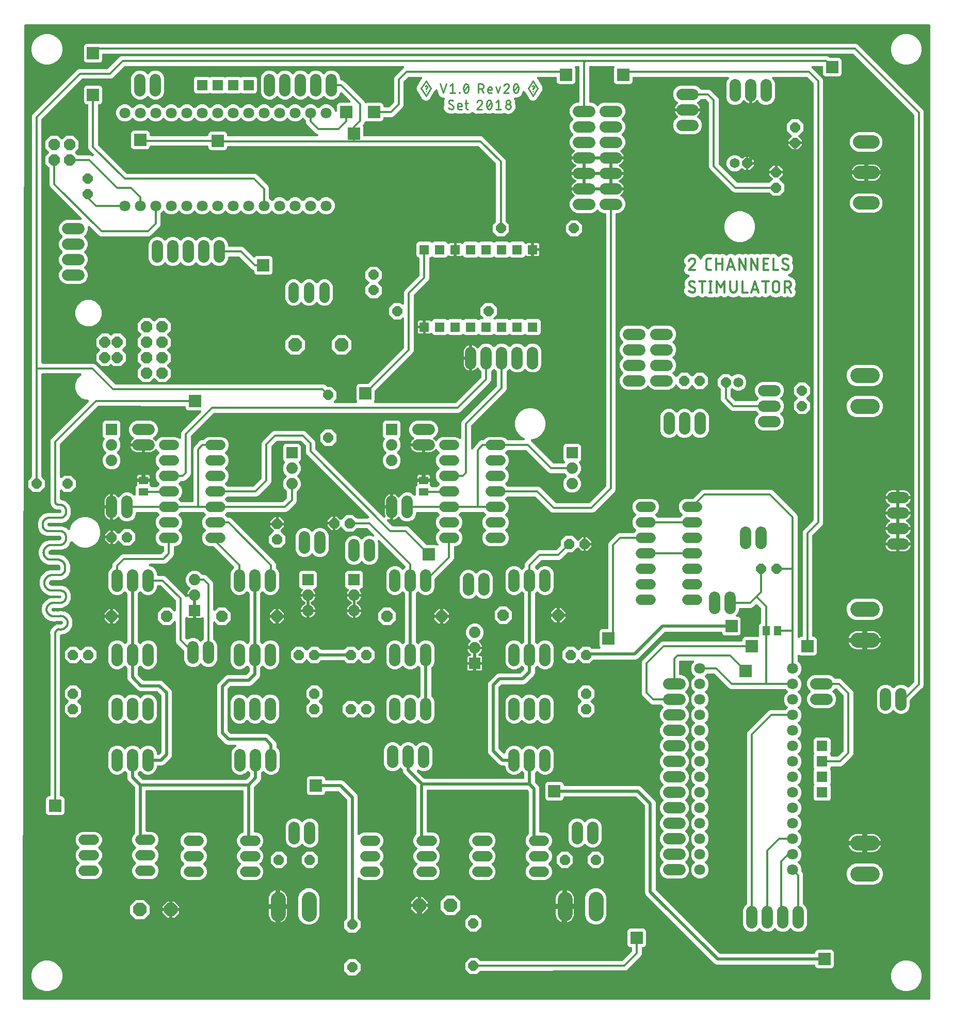
<source format=gbr>
G04 EAGLE Gerber RS-274X export*
G75*
%MOMM*%
%FSLAX34Y34*%
%LPD*%
%INTop Copper*%
%IPPOS*%
%AMOC8*
5,1,8,0,0,1.08239X$1,22.5*%
G01*
%ADD10C,0.330200*%
%ADD11C,0.279400*%
%ADD12R,1.740000X1.740000*%
%ADD13C,1.840000*%
%ADD14C,1.805200*%
%ADD15P,2.336880X8X22.500000*%
%ADD16P,1.788974X8X292.500000*%
%ADD17R,1.590000X1.590000*%
%ADD18C,1.856000*%
%ADD19R,1.500000X1.300000*%
%ADD20P,1.814519X8X112.500000*%
%ADD21P,1.814519X8X22.500000*%
%ADD22P,1.991598X8X22.500000*%
%ADD23P,1.991598X8X202.500000*%
%ADD24P,1.814519X8X292.500000*%
%ADD25R,1.879600X1.879600*%
%ADD26C,1.879600*%
%ADD27C,1.652800*%
%ADD28P,1.814519X8X202.500000*%
%ADD29P,1.788974X8X22.500000*%
%ADD30C,1.652800*%
%ADD31P,1.788974X8X112.500000*%
%ADD32P,1.788974X8X202.500000*%
%ADD33P,1.937478X8X292.500000*%
%ADD34P,2.364373X8X22.500000*%
%ADD35C,2.440000*%
%ADD36P,2.364373X8X202.500000*%
%ADD37P,2.008916X8X112.500000*%
%ADD38R,1.300000X1.500000*%
%ADD39P,2.008916X8X202.500000*%
%ADD40C,2.160800*%
%ADD41C,0.355600*%
%ADD42R,2.000000X2.000000*%
%ADD43C,0.508000*%
%ADD44C,0.812800*%
%ADD45R,0.950000X0.950000*%
%ADD46C,0.355600*%

G36*
X1507826Y510163D02*
X1507826Y510163D01*
X1507844Y510161D01*
X1508026Y510182D01*
X1508209Y510201D01*
X1508226Y510206D01*
X1508243Y510208D01*
X1508418Y510265D01*
X1508594Y510319D01*
X1508609Y510327D01*
X1508626Y510333D01*
X1508786Y510423D01*
X1508948Y510511D01*
X1508961Y510522D01*
X1508977Y510531D01*
X1509116Y510651D01*
X1509257Y510768D01*
X1509268Y510782D01*
X1509282Y510794D01*
X1509394Y510939D01*
X1509509Y511082D01*
X1509517Y511098D01*
X1509528Y511112D01*
X1509610Y511277D01*
X1509695Y511439D01*
X1509700Y511456D01*
X1509708Y511472D01*
X1509755Y511651D01*
X1509806Y511826D01*
X1509808Y511844D01*
X1509812Y511861D01*
X1509839Y512192D01*
X1509839Y2107808D01*
X1509837Y2107826D01*
X1509839Y2107844D01*
X1509818Y2108026D01*
X1509799Y2108209D01*
X1509794Y2108226D01*
X1509792Y2108243D01*
X1509735Y2108418D01*
X1509681Y2108594D01*
X1509673Y2108609D01*
X1509667Y2108626D01*
X1509577Y2108786D01*
X1509489Y2108948D01*
X1509478Y2108961D01*
X1509469Y2108977D01*
X1509349Y2109116D01*
X1509232Y2109257D01*
X1509218Y2109268D01*
X1509206Y2109282D01*
X1509061Y2109394D01*
X1508918Y2109509D01*
X1508902Y2109517D01*
X1508888Y2109528D01*
X1508723Y2109610D01*
X1508561Y2109695D01*
X1508544Y2109700D01*
X1508528Y2109708D01*
X1508349Y2109755D01*
X1508174Y2109806D01*
X1508156Y2109808D01*
X1508139Y2109812D01*
X1507808Y2109839D01*
X24873Y2109839D01*
X24857Y2109838D01*
X24840Y2109839D01*
X24656Y2109818D01*
X24472Y2109799D01*
X24457Y2109795D01*
X24441Y2109793D01*
X24264Y2109735D01*
X24087Y2109681D01*
X24073Y2109674D01*
X24058Y2109668D01*
X23895Y2109577D01*
X23733Y2109489D01*
X23721Y2109479D01*
X23707Y2109471D01*
X23565Y2109350D01*
X23424Y2109232D01*
X23414Y2109219D01*
X23402Y2109208D01*
X23288Y2109062D01*
X23172Y2108918D01*
X23164Y2108904D01*
X23154Y2108891D01*
X23071Y2108724D01*
X22986Y2108561D01*
X22982Y2108545D01*
X22974Y2108530D01*
X22926Y2108351D01*
X22875Y2108174D01*
X22873Y2108157D01*
X22869Y2108142D01*
X22842Y2107811D01*
X20340Y512195D01*
X20342Y512176D01*
X20340Y512156D01*
X20361Y511976D01*
X20379Y511794D01*
X20385Y511776D01*
X20387Y511757D01*
X20444Y511583D01*
X20497Y511409D01*
X20506Y511392D01*
X20512Y511374D01*
X20602Y511215D01*
X20688Y511055D01*
X20700Y511040D01*
X20710Y511023D01*
X20829Y510886D01*
X20945Y510745D01*
X20960Y510733D01*
X20973Y510718D01*
X21116Y510607D01*
X21258Y510493D01*
X21276Y510484D01*
X21291Y510472D01*
X21453Y510391D01*
X21616Y510306D01*
X21634Y510301D01*
X21652Y510292D01*
X21828Y510245D01*
X22002Y510195D01*
X22022Y510193D01*
X22040Y510188D01*
X22371Y510161D01*
X1507808Y510161D01*
X1507826Y510163D01*
G37*
%LPC*%
G36*
X1213803Y621519D02*
X1213803Y621519D01*
X1208525Y623706D01*
X1204486Y627745D01*
X1202299Y633023D01*
X1202299Y657297D01*
X1204486Y662575D01*
X1208190Y666279D01*
X1208207Y666300D01*
X1208228Y666318D01*
X1208335Y666456D01*
X1208445Y666591D01*
X1208458Y666615D01*
X1208474Y666636D01*
X1208552Y666793D01*
X1208634Y666947D01*
X1208642Y666972D01*
X1208654Y666996D01*
X1208699Y667166D01*
X1208749Y667333D01*
X1208751Y667359D01*
X1208758Y667385D01*
X1208785Y667716D01*
X1208785Y946446D01*
X1209984Y949341D01*
X1244457Y983814D01*
X1247352Y985013D01*
X1271053Y985013D01*
X1271080Y985015D01*
X1271107Y985013D01*
X1271281Y985035D01*
X1271454Y985053D01*
X1271480Y985060D01*
X1271506Y985064D01*
X1271672Y985119D01*
X1271839Y985171D01*
X1271863Y985184D01*
X1271888Y985192D01*
X1272039Y985279D01*
X1272193Y985363D01*
X1272214Y985380D01*
X1272237Y985393D01*
X1272490Y985608D01*
X1275284Y988402D01*
X1275295Y988415D01*
X1275309Y988427D01*
X1275423Y988571D01*
X1275539Y988713D01*
X1275547Y988729D01*
X1275558Y988743D01*
X1275642Y988907D01*
X1275727Y989069D01*
X1275733Y989086D01*
X1275741Y989102D01*
X1275790Y989279D01*
X1275842Y989455D01*
X1275844Y989473D01*
X1275849Y989490D01*
X1275862Y989673D01*
X1275879Y989856D01*
X1275877Y989874D01*
X1275878Y989891D01*
X1275855Y990073D01*
X1275835Y990256D01*
X1275830Y990273D01*
X1275828Y990291D01*
X1275769Y990464D01*
X1275714Y990640D01*
X1275705Y990656D01*
X1275699Y990672D01*
X1275608Y990832D01*
X1275519Y990992D01*
X1275507Y991006D01*
X1275498Y991021D01*
X1275284Y991274D01*
X1272011Y994547D01*
X1269863Y999732D01*
X1269863Y1005344D01*
X1272011Y1010529D01*
X1275284Y1013802D01*
X1275295Y1013815D01*
X1275309Y1013827D01*
X1275423Y1013971D01*
X1275539Y1014113D01*
X1275547Y1014129D01*
X1275558Y1014143D01*
X1275642Y1014307D01*
X1275727Y1014469D01*
X1275733Y1014486D01*
X1275741Y1014502D01*
X1275790Y1014679D01*
X1275842Y1014855D01*
X1275844Y1014873D01*
X1275849Y1014890D01*
X1275862Y1015073D01*
X1275879Y1015256D01*
X1275877Y1015274D01*
X1275878Y1015291D01*
X1275855Y1015473D01*
X1275835Y1015656D01*
X1275830Y1015673D01*
X1275828Y1015691D01*
X1275769Y1015864D01*
X1275714Y1016040D01*
X1275705Y1016056D01*
X1275699Y1016072D01*
X1275608Y1016232D01*
X1275519Y1016392D01*
X1275507Y1016406D01*
X1275498Y1016421D01*
X1275284Y1016674D01*
X1272490Y1019468D01*
X1272469Y1019485D01*
X1272452Y1019506D01*
X1272314Y1019613D01*
X1272178Y1019723D01*
X1272155Y1019736D01*
X1272133Y1019752D01*
X1271977Y1019830D01*
X1271823Y1019912D01*
X1271797Y1019920D01*
X1271773Y1019932D01*
X1271604Y1019977D01*
X1271437Y1020027D01*
X1271410Y1020029D01*
X1271384Y1020036D01*
X1271053Y1020063D01*
X1182074Y1020063D01*
X1179179Y1021262D01*
X1155573Y1044868D01*
X1155552Y1044885D01*
X1155535Y1044906D01*
X1155397Y1045013D01*
X1155262Y1045123D01*
X1155238Y1045136D01*
X1155217Y1045152D01*
X1155060Y1045230D01*
X1154906Y1045312D01*
X1154880Y1045320D01*
X1154856Y1045332D01*
X1154687Y1045377D01*
X1154520Y1045427D01*
X1154493Y1045429D01*
X1154468Y1045436D01*
X1154137Y1045463D01*
X1144487Y1045463D01*
X1144460Y1045461D01*
X1144433Y1045463D01*
X1144259Y1045441D01*
X1144086Y1045423D01*
X1144060Y1045416D01*
X1144034Y1045412D01*
X1143868Y1045357D01*
X1143701Y1045305D01*
X1143677Y1045292D01*
X1143652Y1045284D01*
X1143500Y1045197D01*
X1143347Y1045113D01*
X1143327Y1045096D01*
X1143303Y1045083D01*
X1143050Y1044868D01*
X1140256Y1042074D01*
X1140245Y1042060D01*
X1140231Y1042049D01*
X1140118Y1041905D01*
X1140001Y1041763D01*
X1139993Y1041747D01*
X1139982Y1041733D01*
X1139898Y1041569D01*
X1139813Y1041407D01*
X1139807Y1041390D01*
X1139799Y1041374D01*
X1139750Y1041197D01*
X1139698Y1041021D01*
X1139696Y1041003D01*
X1139691Y1040986D01*
X1139678Y1040803D01*
X1139661Y1040620D01*
X1139663Y1040602D01*
X1139662Y1040585D01*
X1139685Y1040403D01*
X1139705Y1040220D01*
X1139710Y1040203D01*
X1139712Y1040185D01*
X1139771Y1040011D01*
X1139826Y1039836D01*
X1139835Y1039820D01*
X1139841Y1039804D01*
X1139932Y1039644D01*
X1140021Y1039484D01*
X1140033Y1039470D01*
X1140042Y1039455D01*
X1140256Y1039202D01*
X1143529Y1035929D01*
X1145677Y1030744D01*
X1145677Y1025132D01*
X1143529Y1019947D01*
X1140256Y1016674D01*
X1140245Y1016661D01*
X1140231Y1016649D01*
X1140117Y1016505D01*
X1140001Y1016363D01*
X1139993Y1016347D01*
X1139982Y1016333D01*
X1139898Y1016169D01*
X1139813Y1016007D01*
X1139807Y1015990D01*
X1139799Y1015974D01*
X1139750Y1015797D01*
X1139698Y1015621D01*
X1139696Y1015603D01*
X1139691Y1015586D01*
X1139678Y1015403D01*
X1139661Y1015220D01*
X1139663Y1015202D01*
X1139662Y1015185D01*
X1139685Y1015003D01*
X1139705Y1014820D01*
X1139710Y1014803D01*
X1139712Y1014785D01*
X1139771Y1014612D01*
X1139826Y1014436D01*
X1139835Y1014420D01*
X1139841Y1014404D01*
X1139932Y1014244D01*
X1140021Y1014084D01*
X1140033Y1014070D01*
X1140042Y1014055D01*
X1140256Y1013802D01*
X1143529Y1010529D01*
X1145677Y1005344D01*
X1145677Y999732D01*
X1143529Y994547D01*
X1140256Y991274D01*
X1140245Y991261D01*
X1140231Y991249D01*
X1140117Y991105D01*
X1140001Y990963D01*
X1139993Y990947D01*
X1139982Y990933D01*
X1139898Y990769D01*
X1139813Y990607D01*
X1139807Y990590D01*
X1139799Y990574D01*
X1139750Y990397D01*
X1139698Y990221D01*
X1139696Y990203D01*
X1139691Y990186D01*
X1139678Y990003D01*
X1139661Y989820D01*
X1139663Y989802D01*
X1139662Y989785D01*
X1139685Y989603D01*
X1139705Y989420D01*
X1139710Y989403D01*
X1139712Y989385D01*
X1139771Y989212D01*
X1139826Y989036D01*
X1139835Y989020D01*
X1139841Y989004D01*
X1139932Y988844D01*
X1140021Y988684D01*
X1140033Y988670D01*
X1140042Y988655D01*
X1140256Y988402D01*
X1143529Y985129D01*
X1145677Y979944D01*
X1145677Y974332D01*
X1143529Y969147D01*
X1140256Y965874D01*
X1140245Y965861D01*
X1140231Y965849D01*
X1140117Y965705D01*
X1140001Y965563D01*
X1139993Y965547D01*
X1139982Y965533D01*
X1139898Y965369D01*
X1139813Y965207D01*
X1139807Y965190D01*
X1139799Y965174D01*
X1139750Y964997D01*
X1139698Y964821D01*
X1139696Y964803D01*
X1139691Y964786D01*
X1139678Y964603D01*
X1139661Y964420D01*
X1139663Y964402D01*
X1139662Y964385D01*
X1139685Y964203D01*
X1139705Y964020D01*
X1139710Y964003D01*
X1139712Y963985D01*
X1139771Y963812D01*
X1139826Y963636D01*
X1139835Y963620D01*
X1139841Y963604D01*
X1139932Y963444D01*
X1140021Y963284D01*
X1140033Y963270D01*
X1140042Y963255D01*
X1140256Y963002D01*
X1143529Y959729D01*
X1145677Y954544D01*
X1145677Y948932D01*
X1143529Y943747D01*
X1140256Y940474D01*
X1140245Y940461D01*
X1140231Y940449D01*
X1140117Y940305D01*
X1140001Y940163D01*
X1139993Y940147D01*
X1139982Y940133D01*
X1139898Y939969D01*
X1139813Y939807D01*
X1139807Y939790D01*
X1139799Y939774D01*
X1139750Y939597D01*
X1139698Y939421D01*
X1139696Y939403D01*
X1139691Y939386D01*
X1139678Y939203D01*
X1139661Y939020D01*
X1139663Y939002D01*
X1139662Y938985D01*
X1139685Y938803D01*
X1139705Y938620D01*
X1139710Y938603D01*
X1139712Y938585D01*
X1139771Y938412D01*
X1139826Y938236D01*
X1139835Y938220D01*
X1139841Y938204D01*
X1139932Y938044D01*
X1140021Y937884D01*
X1140033Y937870D01*
X1140042Y937855D01*
X1140256Y937602D01*
X1143529Y934329D01*
X1145677Y929144D01*
X1145677Y923532D01*
X1143529Y918347D01*
X1140256Y915074D01*
X1140245Y915061D01*
X1140231Y915049D01*
X1140117Y914905D01*
X1140001Y914763D01*
X1139993Y914747D01*
X1139982Y914733D01*
X1139898Y914569D01*
X1139813Y914407D01*
X1139807Y914390D01*
X1139799Y914374D01*
X1139750Y914197D01*
X1139698Y914021D01*
X1139696Y914003D01*
X1139691Y913986D01*
X1139678Y913803D01*
X1139661Y913620D01*
X1139663Y913602D01*
X1139662Y913585D01*
X1139685Y913403D01*
X1139705Y913220D01*
X1139710Y913203D01*
X1139712Y913185D01*
X1139771Y913012D01*
X1139826Y912836D01*
X1139835Y912820D01*
X1139841Y912804D01*
X1139932Y912644D01*
X1140021Y912484D01*
X1140033Y912470D01*
X1140042Y912455D01*
X1140256Y912202D01*
X1143529Y908929D01*
X1145677Y903744D01*
X1145677Y898132D01*
X1143529Y892947D01*
X1140256Y889674D01*
X1140245Y889661D01*
X1140231Y889649D01*
X1140117Y889505D01*
X1140001Y889363D01*
X1139993Y889347D01*
X1139982Y889333D01*
X1139898Y889169D01*
X1139813Y889007D01*
X1139807Y888990D01*
X1139799Y888974D01*
X1139750Y888797D01*
X1139698Y888621D01*
X1139696Y888603D01*
X1139691Y888586D01*
X1139678Y888403D01*
X1139661Y888220D01*
X1139663Y888202D01*
X1139662Y888185D01*
X1139685Y888003D01*
X1139705Y887820D01*
X1139710Y887803D01*
X1139712Y887785D01*
X1139771Y887612D01*
X1139826Y887436D01*
X1139835Y887420D01*
X1139841Y887404D01*
X1139932Y887244D01*
X1140021Y887084D01*
X1140033Y887070D01*
X1140042Y887055D01*
X1140256Y886802D01*
X1143529Y883529D01*
X1145677Y878344D01*
X1145677Y872732D01*
X1143529Y867547D01*
X1140256Y864274D01*
X1140245Y864261D01*
X1140231Y864249D01*
X1140117Y864105D01*
X1140001Y863963D01*
X1139993Y863947D01*
X1139982Y863933D01*
X1139898Y863769D01*
X1139813Y863607D01*
X1139807Y863590D01*
X1139799Y863574D01*
X1139750Y863397D01*
X1139698Y863221D01*
X1139696Y863203D01*
X1139691Y863186D01*
X1139678Y863003D01*
X1139661Y862820D01*
X1139663Y862802D01*
X1139662Y862785D01*
X1139685Y862603D01*
X1139705Y862420D01*
X1139710Y862403D01*
X1139712Y862385D01*
X1139771Y862212D01*
X1139826Y862036D01*
X1139835Y862020D01*
X1139841Y862004D01*
X1139932Y861844D01*
X1140021Y861684D01*
X1140033Y861670D01*
X1140042Y861655D01*
X1140256Y861402D01*
X1143529Y858129D01*
X1145677Y852944D01*
X1145677Y847332D01*
X1143529Y842147D01*
X1140256Y838874D01*
X1140245Y838861D01*
X1140231Y838849D01*
X1140117Y838705D01*
X1140001Y838563D01*
X1139993Y838547D01*
X1139982Y838533D01*
X1139898Y838369D01*
X1139813Y838207D01*
X1139807Y838190D01*
X1139799Y838174D01*
X1139750Y837997D01*
X1139698Y837821D01*
X1139696Y837803D01*
X1139691Y837786D01*
X1139678Y837603D01*
X1139661Y837420D01*
X1139663Y837402D01*
X1139662Y837385D01*
X1139685Y837203D01*
X1139705Y837020D01*
X1139710Y837003D01*
X1139712Y836985D01*
X1139771Y836812D01*
X1139826Y836636D01*
X1139835Y836620D01*
X1139841Y836604D01*
X1139932Y836444D01*
X1140021Y836284D01*
X1140033Y836270D01*
X1140042Y836255D01*
X1140256Y836002D01*
X1143529Y832729D01*
X1145677Y827544D01*
X1145677Y821932D01*
X1143529Y816747D01*
X1140256Y813474D01*
X1140245Y813461D01*
X1140231Y813449D01*
X1140117Y813305D01*
X1140001Y813163D01*
X1139993Y813147D01*
X1139982Y813133D01*
X1139898Y812969D01*
X1139813Y812807D01*
X1139807Y812790D01*
X1139799Y812774D01*
X1139750Y812597D01*
X1139698Y812421D01*
X1139696Y812403D01*
X1139691Y812386D01*
X1139678Y812203D01*
X1139661Y812020D01*
X1139663Y812002D01*
X1139662Y811985D01*
X1139685Y811803D01*
X1139705Y811620D01*
X1139710Y811603D01*
X1139712Y811585D01*
X1139771Y811412D01*
X1139826Y811236D01*
X1139835Y811220D01*
X1139841Y811204D01*
X1139932Y811044D01*
X1140021Y810884D01*
X1140033Y810870D01*
X1140042Y810855D01*
X1140256Y810602D01*
X1143529Y807329D01*
X1145677Y802144D01*
X1145677Y796532D01*
X1143529Y791347D01*
X1140256Y788074D01*
X1140245Y788061D01*
X1140231Y788049D01*
X1140117Y787905D01*
X1140001Y787763D01*
X1139993Y787747D01*
X1139982Y787733D01*
X1139898Y787569D01*
X1139813Y787407D01*
X1139807Y787390D01*
X1139799Y787374D01*
X1139750Y787196D01*
X1139698Y787021D01*
X1139696Y787003D01*
X1139691Y786986D01*
X1139678Y786803D01*
X1139661Y786620D01*
X1139663Y786602D01*
X1139662Y786585D01*
X1139685Y786403D01*
X1139705Y786220D01*
X1139710Y786203D01*
X1139712Y786185D01*
X1139771Y786012D01*
X1139826Y785836D01*
X1139835Y785820D01*
X1139841Y785804D01*
X1139932Y785644D01*
X1140021Y785484D01*
X1140033Y785470D01*
X1140042Y785455D01*
X1140256Y785202D01*
X1143529Y781929D01*
X1145677Y776744D01*
X1145677Y771132D01*
X1143529Y765947D01*
X1140256Y762674D01*
X1140245Y762661D01*
X1140231Y762649D01*
X1140117Y762505D01*
X1140001Y762363D01*
X1139993Y762347D01*
X1139982Y762333D01*
X1139898Y762169D01*
X1139813Y762007D01*
X1139807Y761990D01*
X1139799Y761974D01*
X1139750Y761797D01*
X1139698Y761621D01*
X1139696Y761603D01*
X1139691Y761586D01*
X1139678Y761403D01*
X1139661Y761220D01*
X1139663Y761202D01*
X1139662Y761185D01*
X1139685Y761003D01*
X1139705Y760820D01*
X1139710Y760803D01*
X1139712Y760785D01*
X1139771Y760612D01*
X1139826Y760436D01*
X1139835Y760420D01*
X1139841Y760404D01*
X1139932Y760244D01*
X1140021Y760084D01*
X1140033Y760070D01*
X1140042Y760055D01*
X1140256Y759802D01*
X1143529Y756529D01*
X1145677Y751344D01*
X1145677Y745732D01*
X1143529Y740547D01*
X1140256Y737274D01*
X1140245Y737261D01*
X1140231Y737249D01*
X1140117Y737105D01*
X1140001Y736963D01*
X1139993Y736947D01*
X1139982Y736933D01*
X1139898Y736769D01*
X1139813Y736607D01*
X1139807Y736590D01*
X1139799Y736574D01*
X1139750Y736397D01*
X1139698Y736221D01*
X1139696Y736203D01*
X1139691Y736186D01*
X1139678Y736003D01*
X1139661Y735820D01*
X1139663Y735802D01*
X1139662Y735785D01*
X1139685Y735602D01*
X1139705Y735420D01*
X1139710Y735403D01*
X1139712Y735385D01*
X1139771Y735212D01*
X1139826Y735036D01*
X1139835Y735020D01*
X1139841Y735004D01*
X1139932Y734844D01*
X1140021Y734684D01*
X1140033Y734670D01*
X1140042Y734655D01*
X1140256Y734402D01*
X1143529Y731129D01*
X1145677Y725944D01*
X1145677Y720332D01*
X1143529Y715147D01*
X1139561Y711179D01*
X1139362Y711096D01*
X1134376Y709031D01*
X1128764Y709031D01*
X1123579Y711179D01*
X1119611Y715147D01*
X1117463Y720332D01*
X1117463Y725944D01*
X1119611Y731129D01*
X1122884Y734402D01*
X1122895Y734416D01*
X1122909Y734427D01*
X1123022Y734571D01*
X1123139Y734713D01*
X1123147Y734729D01*
X1123158Y734743D01*
X1123242Y734907D01*
X1123327Y735069D01*
X1123333Y735086D01*
X1123341Y735102D01*
X1123390Y735279D01*
X1123442Y735455D01*
X1123444Y735473D01*
X1123449Y735490D01*
X1123462Y735673D01*
X1123479Y735856D01*
X1123477Y735874D01*
X1123478Y735891D01*
X1123455Y736073D01*
X1123435Y736256D01*
X1123430Y736273D01*
X1123428Y736291D01*
X1123369Y736465D01*
X1123314Y736640D01*
X1123305Y736656D01*
X1123299Y736672D01*
X1123208Y736832D01*
X1123119Y736992D01*
X1123107Y737006D01*
X1123098Y737021D01*
X1122884Y737274D01*
X1119611Y740547D01*
X1117463Y745732D01*
X1117463Y751344D01*
X1119611Y756529D01*
X1122884Y759802D01*
X1122895Y759816D01*
X1122909Y759827D01*
X1123022Y759971D01*
X1123139Y760113D01*
X1123147Y760129D01*
X1123158Y760143D01*
X1123242Y760307D01*
X1123327Y760469D01*
X1123333Y760486D01*
X1123341Y760502D01*
X1123390Y760679D01*
X1123442Y760855D01*
X1123444Y760873D01*
X1123449Y760890D01*
X1123462Y761073D01*
X1123479Y761256D01*
X1123477Y761274D01*
X1123478Y761291D01*
X1123455Y761473D01*
X1123435Y761656D01*
X1123430Y761673D01*
X1123428Y761691D01*
X1123369Y761865D01*
X1123314Y762040D01*
X1123305Y762056D01*
X1123299Y762072D01*
X1123208Y762232D01*
X1123119Y762392D01*
X1123107Y762406D01*
X1123098Y762421D01*
X1122884Y762674D01*
X1119611Y765947D01*
X1117463Y771132D01*
X1117463Y776744D01*
X1119611Y781929D01*
X1122884Y785202D01*
X1122895Y785216D01*
X1122909Y785227D01*
X1123022Y785371D01*
X1123139Y785513D01*
X1123147Y785529D01*
X1123158Y785543D01*
X1123242Y785707D01*
X1123327Y785869D01*
X1123333Y785886D01*
X1123341Y785902D01*
X1123390Y786079D01*
X1123442Y786255D01*
X1123444Y786273D01*
X1123449Y786290D01*
X1123462Y786473D01*
X1123479Y786656D01*
X1123477Y786674D01*
X1123478Y786691D01*
X1123455Y786873D01*
X1123435Y787056D01*
X1123430Y787073D01*
X1123428Y787091D01*
X1123369Y787265D01*
X1123314Y787440D01*
X1123305Y787456D01*
X1123299Y787472D01*
X1123208Y787632D01*
X1123119Y787792D01*
X1123107Y787806D01*
X1123098Y787821D01*
X1122884Y788074D01*
X1119611Y791347D01*
X1117463Y796532D01*
X1117463Y802144D01*
X1119611Y807329D01*
X1122884Y810602D01*
X1122895Y810616D01*
X1122909Y810627D01*
X1123022Y810771D01*
X1123139Y810913D01*
X1123147Y810929D01*
X1123158Y810943D01*
X1123242Y811107D01*
X1123327Y811269D01*
X1123333Y811286D01*
X1123341Y811302D01*
X1123390Y811479D01*
X1123442Y811655D01*
X1123444Y811673D01*
X1123449Y811690D01*
X1123462Y811873D01*
X1123479Y812056D01*
X1123477Y812074D01*
X1123478Y812091D01*
X1123455Y812273D01*
X1123435Y812456D01*
X1123430Y812473D01*
X1123428Y812491D01*
X1123369Y812665D01*
X1123314Y812840D01*
X1123305Y812856D01*
X1123299Y812872D01*
X1123208Y813032D01*
X1123119Y813192D01*
X1123107Y813206D01*
X1123098Y813221D01*
X1122884Y813474D01*
X1119611Y816747D01*
X1117463Y821932D01*
X1117463Y827544D01*
X1119611Y832729D01*
X1122884Y836002D01*
X1122895Y836016D01*
X1122909Y836027D01*
X1123022Y836171D01*
X1123139Y836313D01*
X1123147Y836329D01*
X1123158Y836343D01*
X1123242Y836507D01*
X1123327Y836669D01*
X1123333Y836686D01*
X1123341Y836702D01*
X1123390Y836879D01*
X1123442Y837055D01*
X1123444Y837073D01*
X1123449Y837090D01*
X1123462Y837273D01*
X1123479Y837456D01*
X1123477Y837474D01*
X1123478Y837491D01*
X1123455Y837673D01*
X1123435Y837856D01*
X1123430Y837873D01*
X1123428Y837891D01*
X1123369Y838065D01*
X1123314Y838240D01*
X1123305Y838256D01*
X1123299Y838272D01*
X1123208Y838432D01*
X1123119Y838592D01*
X1123107Y838606D01*
X1123098Y838621D01*
X1122884Y838874D01*
X1119611Y842147D01*
X1117463Y847332D01*
X1117463Y852944D01*
X1119611Y858129D01*
X1122884Y861402D01*
X1122895Y861416D01*
X1122909Y861427D01*
X1123022Y861571D01*
X1123139Y861713D01*
X1123147Y861729D01*
X1123158Y861743D01*
X1123242Y861907D01*
X1123327Y862069D01*
X1123333Y862086D01*
X1123341Y862102D01*
X1123390Y862279D01*
X1123442Y862455D01*
X1123444Y862473D01*
X1123449Y862490D01*
X1123462Y862673D01*
X1123479Y862856D01*
X1123477Y862874D01*
X1123478Y862891D01*
X1123455Y863073D01*
X1123435Y863256D01*
X1123430Y863273D01*
X1123428Y863291D01*
X1123369Y863465D01*
X1123314Y863640D01*
X1123305Y863656D01*
X1123299Y863672D01*
X1123208Y863832D01*
X1123119Y863992D01*
X1123107Y864006D01*
X1123098Y864021D01*
X1122884Y864274D01*
X1119611Y867547D01*
X1117463Y872732D01*
X1117463Y878344D01*
X1119611Y883529D01*
X1122884Y886802D01*
X1122895Y886816D01*
X1122909Y886827D01*
X1123022Y886971D01*
X1123139Y887113D01*
X1123147Y887129D01*
X1123158Y887143D01*
X1123242Y887307D01*
X1123327Y887469D01*
X1123333Y887486D01*
X1123341Y887502D01*
X1123390Y887679D01*
X1123442Y887855D01*
X1123444Y887873D01*
X1123449Y887890D01*
X1123462Y888073D01*
X1123479Y888256D01*
X1123477Y888274D01*
X1123478Y888291D01*
X1123455Y888473D01*
X1123435Y888656D01*
X1123430Y888673D01*
X1123428Y888691D01*
X1123369Y888865D01*
X1123314Y889040D01*
X1123305Y889056D01*
X1123299Y889072D01*
X1123208Y889232D01*
X1123119Y889392D01*
X1123107Y889406D01*
X1123098Y889421D01*
X1122884Y889674D01*
X1119611Y892947D01*
X1117463Y898132D01*
X1117463Y903744D01*
X1119611Y908929D01*
X1122884Y912202D01*
X1122895Y912216D01*
X1122909Y912227D01*
X1123022Y912371D01*
X1123139Y912513D01*
X1123147Y912529D01*
X1123158Y912543D01*
X1123242Y912707D01*
X1123327Y912869D01*
X1123333Y912886D01*
X1123341Y912902D01*
X1123390Y913079D01*
X1123442Y913255D01*
X1123444Y913273D01*
X1123449Y913290D01*
X1123462Y913473D01*
X1123479Y913656D01*
X1123477Y913674D01*
X1123478Y913691D01*
X1123455Y913873D01*
X1123435Y914056D01*
X1123430Y914073D01*
X1123428Y914091D01*
X1123369Y914265D01*
X1123314Y914440D01*
X1123305Y914456D01*
X1123299Y914472D01*
X1123208Y914632D01*
X1123119Y914792D01*
X1123107Y914806D01*
X1123098Y914821D01*
X1122884Y915074D01*
X1119611Y918347D01*
X1117463Y923532D01*
X1117463Y929144D01*
X1119611Y934329D01*
X1122884Y937602D01*
X1122895Y937616D01*
X1122909Y937627D01*
X1123022Y937771D01*
X1123139Y937913D01*
X1123147Y937929D01*
X1123158Y937943D01*
X1123242Y938107D01*
X1123327Y938269D01*
X1123333Y938286D01*
X1123341Y938302D01*
X1123390Y938479D01*
X1123442Y938655D01*
X1123444Y938673D01*
X1123449Y938690D01*
X1123462Y938873D01*
X1123479Y939056D01*
X1123477Y939074D01*
X1123478Y939091D01*
X1123455Y939273D01*
X1123435Y939456D01*
X1123430Y939473D01*
X1123428Y939491D01*
X1123369Y939665D01*
X1123314Y939840D01*
X1123305Y939856D01*
X1123299Y939872D01*
X1123208Y940032D01*
X1123119Y940192D01*
X1123107Y940206D01*
X1123098Y940221D01*
X1122884Y940474D01*
X1119611Y943747D01*
X1117463Y948932D01*
X1117463Y954544D01*
X1119611Y959729D01*
X1122884Y963002D01*
X1122895Y963016D01*
X1122909Y963027D01*
X1123022Y963171D01*
X1123139Y963313D01*
X1123147Y963329D01*
X1123158Y963343D01*
X1123242Y963507D01*
X1123327Y963669D01*
X1123333Y963686D01*
X1123341Y963702D01*
X1123390Y963879D01*
X1123442Y964055D01*
X1123444Y964073D01*
X1123449Y964090D01*
X1123462Y964273D01*
X1123479Y964456D01*
X1123477Y964474D01*
X1123478Y964491D01*
X1123455Y964673D01*
X1123435Y964856D01*
X1123430Y964873D01*
X1123428Y964891D01*
X1123369Y965065D01*
X1123314Y965240D01*
X1123305Y965256D01*
X1123299Y965272D01*
X1123208Y965432D01*
X1123119Y965592D01*
X1123107Y965606D01*
X1123098Y965621D01*
X1122884Y965874D01*
X1119611Y969147D01*
X1117463Y974332D01*
X1117463Y979944D01*
X1119611Y985129D01*
X1122884Y988402D01*
X1122895Y988416D01*
X1122909Y988427D01*
X1123022Y988571D01*
X1123139Y988713D01*
X1123147Y988729D01*
X1123158Y988743D01*
X1123242Y988907D01*
X1123327Y989069D01*
X1123333Y989086D01*
X1123341Y989102D01*
X1123390Y989279D01*
X1123442Y989455D01*
X1123444Y989473D01*
X1123449Y989490D01*
X1123462Y989673D01*
X1123479Y989856D01*
X1123477Y989874D01*
X1123478Y989891D01*
X1123455Y990073D01*
X1123435Y990256D01*
X1123430Y990273D01*
X1123428Y990291D01*
X1123369Y990465D01*
X1123314Y990640D01*
X1123305Y990656D01*
X1123299Y990672D01*
X1123208Y990832D01*
X1123119Y990992D01*
X1123107Y991006D01*
X1123098Y991021D01*
X1122884Y991274D01*
X1119611Y994547D01*
X1117463Y999732D01*
X1117463Y1005344D01*
X1119611Y1010529D01*
X1122884Y1013802D01*
X1122895Y1013816D01*
X1122909Y1013827D01*
X1123022Y1013971D01*
X1123139Y1014113D01*
X1123147Y1014129D01*
X1123158Y1014143D01*
X1123242Y1014307D01*
X1123327Y1014469D01*
X1123333Y1014486D01*
X1123341Y1014502D01*
X1123390Y1014679D01*
X1123442Y1014855D01*
X1123444Y1014873D01*
X1123449Y1014890D01*
X1123462Y1015073D01*
X1123479Y1015256D01*
X1123477Y1015274D01*
X1123478Y1015291D01*
X1123455Y1015473D01*
X1123435Y1015656D01*
X1123430Y1015673D01*
X1123428Y1015691D01*
X1123369Y1015865D01*
X1123314Y1016040D01*
X1123305Y1016056D01*
X1123299Y1016072D01*
X1123208Y1016232D01*
X1123119Y1016392D01*
X1123107Y1016406D01*
X1123098Y1016421D01*
X1122884Y1016674D01*
X1119611Y1019947D01*
X1117463Y1025132D01*
X1117463Y1030744D01*
X1119611Y1035929D01*
X1122884Y1039202D01*
X1122895Y1039215D01*
X1122909Y1039227D01*
X1123023Y1039371D01*
X1123139Y1039513D01*
X1123147Y1039529D01*
X1123158Y1039543D01*
X1123242Y1039707D01*
X1123327Y1039869D01*
X1123333Y1039886D01*
X1123341Y1039902D01*
X1123390Y1040079D01*
X1123442Y1040255D01*
X1123444Y1040273D01*
X1123449Y1040290D01*
X1123462Y1040473D01*
X1123479Y1040656D01*
X1123477Y1040674D01*
X1123478Y1040691D01*
X1123455Y1040873D01*
X1123435Y1041056D01*
X1123430Y1041073D01*
X1123428Y1041091D01*
X1123369Y1041264D01*
X1123314Y1041440D01*
X1123305Y1041456D01*
X1123299Y1041472D01*
X1123208Y1041632D01*
X1123119Y1041792D01*
X1123107Y1041806D01*
X1123098Y1041821D01*
X1122884Y1042074D01*
X1119611Y1045347D01*
X1117463Y1050532D01*
X1117463Y1056144D01*
X1119611Y1061329D01*
X1121360Y1063078D01*
X1121365Y1063085D01*
X1121372Y1063090D01*
X1121493Y1063240D01*
X1121615Y1063389D01*
X1121619Y1063397D01*
X1121625Y1063404D01*
X1121713Y1063574D01*
X1121803Y1063745D01*
X1121806Y1063754D01*
X1121810Y1063761D01*
X1121863Y1063946D01*
X1121918Y1064131D01*
X1121919Y1064140D01*
X1121922Y1064148D01*
X1121937Y1064339D01*
X1121955Y1064532D01*
X1121954Y1064541D01*
X1121954Y1064550D01*
X1121932Y1064739D01*
X1121911Y1064932D01*
X1121909Y1064941D01*
X1121908Y1064949D01*
X1121848Y1065130D01*
X1121790Y1065316D01*
X1121785Y1065324D01*
X1121783Y1065332D01*
X1121688Y1065499D01*
X1121595Y1065668D01*
X1121589Y1065675D01*
X1121585Y1065683D01*
X1121460Y1065828D01*
X1121334Y1065975D01*
X1121327Y1065981D01*
X1121322Y1065988D01*
X1121171Y1066104D01*
X1121019Y1066225D01*
X1121010Y1066229D01*
X1121004Y1066234D01*
X1120832Y1066320D01*
X1120660Y1066407D01*
X1120651Y1066410D01*
X1120643Y1066414D01*
X1120457Y1066464D01*
X1120272Y1066515D01*
X1120263Y1066516D01*
X1120254Y1066518D01*
X1119923Y1066545D01*
X1099566Y1066545D01*
X1099548Y1066543D01*
X1099530Y1066545D01*
X1099348Y1066524D01*
X1099165Y1066505D01*
X1099148Y1066500D01*
X1099131Y1066498D01*
X1098956Y1066441D01*
X1098780Y1066387D01*
X1098765Y1066379D01*
X1098748Y1066373D01*
X1098588Y1066283D01*
X1098426Y1066195D01*
X1098413Y1066184D01*
X1098397Y1066175D01*
X1098258Y1066055D01*
X1098117Y1065938D01*
X1098106Y1065924D01*
X1098092Y1065912D01*
X1097980Y1065767D01*
X1097865Y1065624D01*
X1097857Y1065608D01*
X1097846Y1065594D01*
X1097764Y1065429D01*
X1097679Y1065267D01*
X1097674Y1065250D01*
X1097666Y1065234D01*
X1097619Y1065055D01*
X1097568Y1064880D01*
X1097566Y1064862D01*
X1097562Y1064845D01*
X1097535Y1064514D01*
X1097535Y1044330D01*
X1097537Y1044312D01*
X1097535Y1044294D01*
X1097556Y1044112D01*
X1097575Y1043929D01*
X1097580Y1043912D01*
X1097582Y1043895D01*
X1097639Y1043720D01*
X1097693Y1043544D01*
X1097701Y1043529D01*
X1097707Y1043512D01*
X1097797Y1043352D01*
X1097885Y1043190D01*
X1097896Y1043177D01*
X1097905Y1043161D01*
X1098025Y1043022D01*
X1098142Y1042881D01*
X1098156Y1042870D01*
X1098168Y1042856D01*
X1098313Y1042744D01*
X1098456Y1042629D01*
X1098472Y1042621D01*
X1098486Y1042610D01*
X1098651Y1042528D01*
X1098813Y1042443D01*
X1098830Y1042438D01*
X1098846Y1042430D01*
X1099025Y1042383D01*
X1099200Y1042332D01*
X1099218Y1042330D01*
X1099235Y1042326D01*
X1099566Y1042299D01*
X1101797Y1042299D01*
X1107075Y1040112D01*
X1111114Y1036073D01*
X1113301Y1030795D01*
X1113301Y1025081D01*
X1111114Y1019803D01*
X1107985Y1016674D01*
X1107974Y1016660D01*
X1107961Y1016649D01*
X1107847Y1016505D01*
X1107730Y1016363D01*
X1107722Y1016347D01*
X1107711Y1016333D01*
X1107627Y1016169D01*
X1107542Y1016007D01*
X1107537Y1015990D01*
X1107529Y1015974D01*
X1107479Y1015797D01*
X1107427Y1015621D01*
X1107425Y1015603D01*
X1107421Y1015586D01*
X1107407Y1015403D01*
X1107391Y1015220D01*
X1107393Y1015202D01*
X1107391Y1015185D01*
X1107414Y1015003D01*
X1107434Y1014820D01*
X1107439Y1014803D01*
X1107442Y1014785D01*
X1107500Y1014611D01*
X1107555Y1014436D01*
X1107564Y1014420D01*
X1107570Y1014404D01*
X1107662Y1014244D01*
X1107750Y1014084D01*
X1107762Y1014070D01*
X1107771Y1014055D01*
X1107985Y1013802D01*
X1111114Y1010673D01*
X1113301Y1005395D01*
X1113301Y999681D01*
X1111114Y994403D01*
X1107985Y991274D01*
X1107974Y991260D01*
X1107961Y991249D01*
X1107847Y991105D01*
X1107730Y990963D01*
X1107722Y990947D01*
X1107711Y990933D01*
X1107627Y990769D01*
X1107542Y990607D01*
X1107537Y990590D01*
X1107529Y990574D01*
X1107479Y990397D01*
X1107427Y990221D01*
X1107425Y990203D01*
X1107421Y990186D01*
X1107407Y990003D01*
X1107391Y989820D01*
X1107393Y989802D01*
X1107391Y989785D01*
X1107414Y989602D01*
X1107434Y989420D01*
X1107439Y989403D01*
X1107442Y989385D01*
X1107500Y989211D01*
X1107555Y989036D01*
X1107564Y989020D01*
X1107570Y989004D01*
X1107662Y988844D01*
X1107750Y988684D01*
X1107762Y988670D01*
X1107771Y988655D01*
X1107985Y988402D01*
X1111114Y985273D01*
X1113301Y979995D01*
X1113301Y974281D01*
X1111114Y969003D01*
X1107985Y965874D01*
X1107974Y965860D01*
X1107961Y965849D01*
X1107847Y965705D01*
X1107730Y965563D01*
X1107722Y965547D01*
X1107711Y965533D01*
X1107627Y965369D01*
X1107542Y965207D01*
X1107537Y965190D01*
X1107529Y965174D01*
X1107479Y964997D01*
X1107427Y964821D01*
X1107425Y964803D01*
X1107421Y964786D01*
X1107407Y964603D01*
X1107391Y964420D01*
X1107393Y964402D01*
X1107391Y964385D01*
X1107414Y964203D01*
X1107434Y964020D01*
X1107439Y964003D01*
X1107442Y963985D01*
X1107500Y963811D01*
X1107555Y963636D01*
X1107564Y963620D01*
X1107570Y963604D01*
X1107662Y963444D01*
X1107750Y963284D01*
X1107762Y963270D01*
X1107771Y963255D01*
X1107985Y963002D01*
X1111114Y959873D01*
X1113301Y954595D01*
X1113301Y948881D01*
X1111114Y943603D01*
X1107985Y940474D01*
X1107974Y940460D01*
X1107961Y940449D01*
X1107847Y940305D01*
X1107730Y940163D01*
X1107722Y940147D01*
X1107711Y940133D01*
X1107627Y939969D01*
X1107542Y939807D01*
X1107537Y939790D01*
X1107529Y939774D01*
X1107479Y939597D01*
X1107427Y939421D01*
X1107425Y939403D01*
X1107421Y939386D01*
X1107407Y939203D01*
X1107391Y939020D01*
X1107393Y939002D01*
X1107391Y938985D01*
X1107414Y938803D01*
X1107434Y938620D01*
X1107439Y938603D01*
X1107442Y938585D01*
X1107500Y938411D01*
X1107555Y938236D01*
X1107564Y938220D01*
X1107570Y938204D01*
X1107662Y938044D01*
X1107750Y937884D01*
X1107762Y937870D01*
X1107771Y937855D01*
X1107985Y937602D01*
X1111114Y934473D01*
X1113301Y929195D01*
X1113301Y923481D01*
X1111114Y918203D01*
X1107985Y915074D01*
X1107974Y915060D01*
X1107961Y915049D01*
X1107847Y914905D01*
X1107730Y914763D01*
X1107722Y914747D01*
X1107711Y914733D01*
X1107627Y914569D01*
X1107542Y914407D01*
X1107537Y914390D01*
X1107529Y914374D01*
X1107479Y914197D01*
X1107427Y914021D01*
X1107425Y914003D01*
X1107421Y913986D01*
X1107407Y913803D01*
X1107391Y913620D01*
X1107393Y913602D01*
X1107391Y913585D01*
X1107414Y913403D01*
X1107434Y913220D01*
X1107439Y913203D01*
X1107442Y913185D01*
X1107500Y913011D01*
X1107555Y912836D01*
X1107564Y912820D01*
X1107570Y912804D01*
X1107662Y912644D01*
X1107750Y912484D01*
X1107762Y912470D01*
X1107771Y912455D01*
X1107985Y912202D01*
X1111114Y909073D01*
X1113301Y903795D01*
X1113301Y898081D01*
X1111114Y892803D01*
X1107985Y889674D01*
X1107974Y889660D01*
X1107961Y889649D01*
X1107847Y889505D01*
X1107730Y889363D01*
X1107722Y889347D01*
X1107711Y889333D01*
X1107627Y889169D01*
X1107542Y889007D01*
X1107537Y888990D01*
X1107529Y888974D01*
X1107479Y888797D01*
X1107427Y888621D01*
X1107425Y888603D01*
X1107421Y888586D01*
X1107407Y888403D01*
X1107391Y888220D01*
X1107393Y888202D01*
X1107391Y888185D01*
X1107414Y888003D01*
X1107434Y887820D01*
X1107439Y887803D01*
X1107442Y887785D01*
X1107500Y887611D01*
X1107555Y887436D01*
X1107564Y887420D01*
X1107570Y887404D01*
X1107662Y887244D01*
X1107750Y887084D01*
X1107762Y887070D01*
X1107771Y887055D01*
X1107985Y886802D01*
X1111114Y883673D01*
X1113301Y878395D01*
X1113301Y872681D01*
X1111114Y867403D01*
X1107985Y864274D01*
X1107974Y864260D01*
X1107961Y864249D01*
X1107847Y864105D01*
X1107730Y863963D01*
X1107722Y863947D01*
X1107711Y863933D01*
X1107627Y863769D01*
X1107542Y863607D01*
X1107537Y863590D01*
X1107529Y863574D01*
X1107479Y863397D01*
X1107427Y863221D01*
X1107425Y863203D01*
X1107421Y863186D01*
X1107407Y863003D01*
X1107391Y862820D01*
X1107393Y862802D01*
X1107391Y862785D01*
X1107414Y862603D01*
X1107434Y862420D01*
X1107439Y862403D01*
X1107442Y862385D01*
X1107500Y862211D01*
X1107555Y862036D01*
X1107564Y862020D01*
X1107570Y862004D01*
X1107662Y861844D01*
X1107750Y861684D01*
X1107762Y861670D01*
X1107771Y861655D01*
X1107985Y861402D01*
X1111114Y858273D01*
X1113301Y852995D01*
X1113301Y847281D01*
X1111114Y842003D01*
X1107985Y838874D01*
X1107974Y838860D01*
X1107961Y838849D01*
X1107847Y838705D01*
X1107730Y838563D01*
X1107722Y838547D01*
X1107711Y838533D01*
X1107627Y838369D01*
X1107542Y838207D01*
X1107537Y838190D01*
X1107529Y838174D01*
X1107479Y837997D01*
X1107427Y837821D01*
X1107425Y837803D01*
X1107421Y837786D01*
X1107407Y837603D01*
X1107391Y837420D01*
X1107393Y837402D01*
X1107391Y837385D01*
X1107414Y837203D01*
X1107434Y837020D01*
X1107439Y837003D01*
X1107442Y836985D01*
X1107500Y836811D01*
X1107555Y836636D01*
X1107564Y836620D01*
X1107570Y836604D01*
X1107662Y836444D01*
X1107750Y836284D01*
X1107762Y836270D01*
X1107771Y836255D01*
X1107985Y836002D01*
X1111114Y832873D01*
X1113301Y827595D01*
X1113301Y821881D01*
X1111114Y816603D01*
X1107985Y813474D01*
X1107974Y813460D01*
X1107961Y813449D01*
X1107847Y813305D01*
X1107730Y813163D01*
X1107722Y813147D01*
X1107711Y813133D01*
X1107627Y812969D01*
X1107542Y812807D01*
X1107537Y812790D01*
X1107529Y812774D01*
X1107479Y812597D01*
X1107427Y812421D01*
X1107425Y812403D01*
X1107421Y812386D01*
X1107407Y812203D01*
X1107391Y812020D01*
X1107393Y812002D01*
X1107391Y811985D01*
X1107414Y811803D01*
X1107434Y811620D01*
X1107439Y811603D01*
X1107442Y811585D01*
X1107500Y811411D01*
X1107555Y811236D01*
X1107564Y811220D01*
X1107570Y811204D01*
X1107662Y811044D01*
X1107750Y810884D01*
X1107762Y810870D01*
X1107771Y810855D01*
X1107985Y810602D01*
X1111114Y807473D01*
X1113301Y802195D01*
X1113301Y796481D01*
X1111114Y791203D01*
X1107985Y788074D01*
X1107974Y788060D01*
X1107961Y788049D01*
X1107847Y787905D01*
X1107730Y787763D01*
X1107722Y787747D01*
X1107711Y787733D01*
X1107627Y787569D01*
X1107542Y787407D01*
X1107537Y787390D01*
X1107529Y787374D01*
X1107479Y787196D01*
X1107427Y787021D01*
X1107425Y787003D01*
X1107421Y786986D01*
X1107407Y786803D01*
X1107391Y786620D01*
X1107393Y786602D01*
X1107391Y786585D01*
X1107414Y786403D01*
X1107434Y786220D01*
X1107439Y786203D01*
X1107442Y786185D01*
X1107500Y786011D01*
X1107555Y785836D01*
X1107564Y785820D01*
X1107570Y785804D01*
X1107662Y785644D01*
X1107750Y785484D01*
X1107762Y785470D01*
X1107771Y785455D01*
X1107985Y785202D01*
X1111114Y782073D01*
X1113301Y776795D01*
X1113301Y771081D01*
X1111114Y765803D01*
X1107985Y762674D01*
X1107974Y762660D01*
X1107961Y762649D01*
X1107847Y762505D01*
X1107730Y762363D01*
X1107722Y762347D01*
X1107711Y762333D01*
X1107627Y762169D01*
X1107542Y762007D01*
X1107537Y761990D01*
X1107529Y761974D01*
X1107479Y761797D01*
X1107427Y761621D01*
X1107425Y761603D01*
X1107421Y761586D01*
X1107407Y761403D01*
X1107391Y761220D01*
X1107393Y761202D01*
X1107391Y761185D01*
X1107414Y761003D01*
X1107434Y760820D01*
X1107439Y760803D01*
X1107442Y760785D01*
X1107500Y760611D01*
X1107555Y760436D01*
X1107564Y760420D01*
X1107570Y760404D01*
X1107662Y760244D01*
X1107750Y760084D01*
X1107762Y760070D01*
X1107771Y760055D01*
X1107985Y759802D01*
X1111114Y756673D01*
X1113301Y751395D01*
X1113301Y745681D01*
X1111114Y740403D01*
X1107985Y737274D01*
X1107974Y737261D01*
X1107961Y737249D01*
X1107847Y737105D01*
X1107730Y736963D01*
X1107722Y736947D01*
X1107711Y736933D01*
X1107628Y736769D01*
X1107542Y736607D01*
X1107537Y736590D01*
X1107529Y736574D01*
X1107479Y736397D01*
X1107427Y736221D01*
X1107425Y736203D01*
X1107421Y736186D01*
X1107407Y736003D01*
X1107391Y735820D01*
X1107393Y735802D01*
X1107391Y735785D01*
X1107414Y735602D01*
X1107434Y735420D01*
X1107439Y735403D01*
X1107442Y735385D01*
X1107500Y735212D01*
X1107555Y735036D01*
X1107564Y735020D01*
X1107570Y735004D01*
X1107662Y734844D01*
X1107750Y734684D01*
X1107762Y734670D01*
X1107771Y734655D01*
X1107985Y734402D01*
X1111114Y731273D01*
X1113301Y725995D01*
X1113301Y720281D01*
X1111114Y715003D01*
X1107075Y710964D01*
X1101797Y708777D01*
X1077523Y708777D01*
X1072245Y710964D01*
X1068206Y715003D01*
X1066019Y720281D01*
X1066019Y725995D01*
X1068206Y731273D01*
X1071335Y734402D01*
X1071346Y734416D01*
X1071359Y734427D01*
X1071473Y734571D01*
X1071590Y734713D01*
X1071598Y734729D01*
X1071609Y734743D01*
X1071693Y734907D01*
X1071778Y735069D01*
X1071783Y735086D01*
X1071791Y735102D01*
X1071841Y735279D01*
X1071893Y735455D01*
X1071895Y735473D01*
X1071899Y735490D01*
X1071913Y735673D01*
X1071929Y735856D01*
X1071927Y735874D01*
X1071929Y735891D01*
X1071906Y736073D01*
X1071886Y736256D01*
X1071881Y736273D01*
X1071878Y736291D01*
X1071820Y736465D01*
X1071765Y736640D01*
X1071756Y736656D01*
X1071750Y736672D01*
X1071658Y736832D01*
X1071570Y736992D01*
X1071558Y737006D01*
X1071549Y737021D01*
X1071335Y737274D01*
X1068206Y740403D01*
X1066019Y745681D01*
X1066019Y751395D01*
X1068206Y756673D01*
X1071335Y759802D01*
X1071346Y759815D01*
X1071359Y759827D01*
X1071473Y759971D01*
X1071590Y760113D01*
X1071598Y760129D01*
X1071609Y760143D01*
X1071692Y760307D01*
X1071778Y760469D01*
X1071783Y760486D01*
X1071791Y760502D01*
X1071841Y760679D01*
X1071893Y760855D01*
X1071895Y760873D01*
X1071899Y760890D01*
X1071913Y761073D01*
X1071929Y761256D01*
X1071927Y761274D01*
X1071929Y761291D01*
X1071906Y761473D01*
X1071886Y761656D01*
X1071881Y761673D01*
X1071878Y761691D01*
X1071820Y761864D01*
X1071765Y762040D01*
X1071756Y762056D01*
X1071750Y762072D01*
X1071658Y762232D01*
X1071570Y762392D01*
X1071558Y762406D01*
X1071549Y762421D01*
X1071335Y762674D01*
X1068206Y765803D01*
X1066019Y771081D01*
X1066019Y776795D01*
X1068206Y782073D01*
X1071335Y785202D01*
X1071346Y785215D01*
X1071359Y785227D01*
X1071473Y785371D01*
X1071590Y785513D01*
X1071598Y785529D01*
X1071609Y785543D01*
X1071692Y785707D01*
X1071778Y785869D01*
X1071783Y785886D01*
X1071791Y785902D01*
X1071841Y786079D01*
X1071893Y786255D01*
X1071895Y786273D01*
X1071899Y786290D01*
X1071913Y786473D01*
X1071929Y786656D01*
X1071927Y786674D01*
X1071929Y786691D01*
X1071906Y786873D01*
X1071886Y787056D01*
X1071881Y787073D01*
X1071878Y787091D01*
X1071820Y787264D01*
X1071765Y787440D01*
X1071756Y787456D01*
X1071750Y787472D01*
X1071658Y787632D01*
X1071570Y787792D01*
X1071558Y787806D01*
X1071549Y787821D01*
X1071335Y788074D01*
X1068206Y791203D01*
X1066019Y796481D01*
X1066019Y802195D01*
X1068206Y807473D01*
X1071335Y810602D01*
X1071346Y810615D01*
X1071359Y810627D01*
X1071473Y810771D01*
X1071590Y810913D01*
X1071598Y810929D01*
X1071609Y810943D01*
X1071692Y811107D01*
X1071778Y811269D01*
X1071783Y811286D01*
X1071791Y811302D01*
X1071841Y811479D01*
X1071893Y811655D01*
X1071895Y811673D01*
X1071899Y811690D01*
X1071913Y811873D01*
X1071929Y812056D01*
X1071927Y812074D01*
X1071929Y812091D01*
X1071906Y812273D01*
X1071886Y812456D01*
X1071881Y812473D01*
X1071878Y812491D01*
X1071820Y812664D01*
X1071765Y812840D01*
X1071756Y812856D01*
X1071750Y812872D01*
X1071658Y813032D01*
X1071570Y813192D01*
X1071558Y813206D01*
X1071549Y813221D01*
X1071335Y813474D01*
X1068206Y816603D01*
X1066019Y821881D01*
X1066019Y827595D01*
X1068206Y832873D01*
X1071335Y836002D01*
X1071346Y836015D01*
X1071359Y836027D01*
X1071473Y836171D01*
X1071590Y836313D01*
X1071598Y836329D01*
X1071609Y836343D01*
X1071692Y836507D01*
X1071778Y836669D01*
X1071783Y836686D01*
X1071791Y836702D01*
X1071841Y836879D01*
X1071893Y837055D01*
X1071895Y837073D01*
X1071899Y837090D01*
X1071913Y837273D01*
X1071929Y837456D01*
X1071927Y837474D01*
X1071929Y837491D01*
X1071906Y837673D01*
X1071886Y837856D01*
X1071881Y837873D01*
X1071878Y837891D01*
X1071820Y838064D01*
X1071765Y838240D01*
X1071756Y838256D01*
X1071750Y838272D01*
X1071658Y838432D01*
X1071570Y838592D01*
X1071558Y838606D01*
X1071549Y838621D01*
X1071335Y838874D01*
X1068206Y842003D01*
X1066019Y847281D01*
X1066019Y852995D01*
X1068206Y858273D01*
X1071335Y861402D01*
X1071346Y861415D01*
X1071359Y861427D01*
X1071473Y861571D01*
X1071590Y861713D01*
X1071598Y861729D01*
X1071609Y861743D01*
X1071692Y861907D01*
X1071778Y862069D01*
X1071783Y862086D01*
X1071791Y862102D01*
X1071841Y862279D01*
X1071893Y862455D01*
X1071895Y862473D01*
X1071899Y862490D01*
X1071913Y862673D01*
X1071929Y862856D01*
X1071927Y862874D01*
X1071929Y862891D01*
X1071906Y863073D01*
X1071886Y863256D01*
X1071881Y863273D01*
X1071878Y863291D01*
X1071820Y863464D01*
X1071765Y863640D01*
X1071756Y863656D01*
X1071750Y863672D01*
X1071658Y863832D01*
X1071570Y863992D01*
X1071558Y864006D01*
X1071549Y864021D01*
X1071335Y864274D01*
X1068206Y867403D01*
X1066019Y872681D01*
X1066019Y878395D01*
X1068206Y883673D01*
X1071335Y886802D01*
X1071346Y886815D01*
X1071359Y886827D01*
X1071473Y886971D01*
X1071590Y887113D01*
X1071598Y887129D01*
X1071609Y887143D01*
X1071692Y887307D01*
X1071778Y887469D01*
X1071783Y887486D01*
X1071791Y887502D01*
X1071841Y887679D01*
X1071893Y887855D01*
X1071895Y887873D01*
X1071899Y887890D01*
X1071913Y888073D01*
X1071929Y888256D01*
X1071927Y888274D01*
X1071929Y888291D01*
X1071906Y888473D01*
X1071886Y888656D01*
X1071881Y888673D01*
X1071878Y888691D01*
X1071820Y888864D01*
X1071765Y889040D01*
X1071756Y889056D01*
X1071750Y889072D01*
X1071658Y889232D01*
X1071570Y889392D01*
X1071558Y889406D01*
X1071549Y889421D01*
X1071335Y889674D01*
X1068206Y892803D01*
X1066019Y898081D01*
X1066019Y903795D01*
X1068206Y909073D01*
X1071335Y912202D01*
X1071346Y912215D01*
X1071359Y912227D01*
X1071473Y912371D01*
X1071590Y912513D01*
X1071598Y912529D01*
X1071609Y912543D01*
X1071692Y912707D01*
X1071778Y912869D01*
X1071783Y912886D01*
X1071791Y912902D01*
X1071841Y913079D01*
X1071893Y913255D01*
X1071895Y913273D01*
X1071899Y913290D01*
X1071913Y913473D01*
X1071929Y913656D01*
X1071927Y913674D01*
X1071929Y913691D01*
X1071906Y913873D01*
X1071886Y914056D01*
X1071881Y914073D01*
X1071878Y914091D01*
X1071820Y914264D01*
X1071765Y914440D01*
X1071756Y914456D01*
X1071750Y914472D01*
X1071658Y914632D01*
X1071570Y914792D01*
X1071558Y914806D01*
X1071549Y914821D01*
X1071335Y915074D01*
X1068206Y918203D01*
X1066019Y923481D01*
X1066019Y929195D01*
X1068206Y934473D01*
X1071335Y937602D01*
X1071346Y937615D01*
X1071359Y937627D01*
X1071473Y937771D01*
X1071590Y937913D01*
X1071598Y937929D01*
X1071609Y937943D01*
X1071692Y938107D01*
X1071778Y938269D01*
X1071783Y938286D01*
X1071791Y938302D01*
X1071841Y938479D01*
X1071893Y938655D01*
X1071895Y938673D01*
X1071899Y938690D01*
X1071913Y938873D01*
X1071929Y939056D01*
X1071927Y939074D01*
X1071929Y939091D01*
X1071906Y939273D01*
X1071886Y939456D01*
X1071881Y939473D01*
X1071878Y939491D01*
X1071820Y939664D01*
X1071765Y939840D01*
X1071756Y939856D01*
X1071750Y939872D01*
X1071658Y940032D01*
X1071570Y940192D01*
X1071558Y940206D01*
X1071549Y940221D01*
X1071335Y940474D01*
X1068206Y943603D01*
X1066019Y948881D01*
X1066019Y954595D01*
X1068206Y959873D01*
X1071335Y963002D01*
X1071346Y963015D01*
X1071359Y963027D01*
X1071473Y963171D01*
X1071590Y963313D01*
X1071598Y963329D01*
X1071609Y963343D01*
X1071692Y963507D01*
X1071778Y963669D01*
X1071783Y963686D01*
X1071791Y963702D01*
X1071841Y963879D01*
X1071893Y964055D01*
X1071895Y964073D01*
X1071899Y964090D01*
X1071913Y964273D01*
X1071929Y964456D01*
X1071927Y964474D01*
X1071929Y964491D01*
X1071906Y964673D01*
X1071886Y964856D01*
X1071881Y964873D01*
X1071878Y964891D01*
X1071820Y965064D01*
X1071765Y965240D01*
X1071756Y965256D01*
X1071750Y965272D01*
X1071658Y965432D01*
X1071570Y965592D01*
X1071558Y965606D01*
X1071549Y965621D01*
X1071335Y965874D01*
X1068206Y969003D01*
X1066019Y974281D01*
X1066019Y979995D01*
X1068206Y985273D01*
X1071335Y988402D01*
X1071346Y988415D01*
X1071359Y988427D01*
X1071473Y988571D01*
X1071590Y988713D01*
X1071598Y988729D01*
X1071609Y988743D01*
X1071692Y988907D01*
X1071778Y989069D01*
X1071783Y989086D01*
X1071791Y989102D01*
X1071841Y989279D01*
X1071893Y989455D01*
X1071895Y989473D01*
X1071899Y989490D01*
X1071913Y989673D01*
X1071929Y989856D01*
X1071927Y989874D01*
X1071929Y989891D01*
X1071906Y990073D01*
X1071886Y990256D01*
X1071881Y990273D01*
X1071878Y990291D01*
X1071820Y990464D01*
X1071765Y990640D01*
X1071756Y990656D01*
X1071750Y990672D01*
X1071659Y990831D01*
X1071570Y990992D01*
X1071558Y991006D01*
X1071549Y991021D01*
X1071335Y991274D01*
X1068541Y994068D01*
X1068520Y994085D01*
X1068502Y994106D01*
X1068364Y994213D01*
X1068229Y994323D01*
X1068205Y994336D01*
X1068184Y994352D01*
X1068028Y994430D01*
X1067873Y994512D01*
X1067848Y994520D01*
X1067824Y994532D01*
X1067655Y994577D01*
X1067487Y994627D01*
X1067461Y994629D01*
X1067435Y994636D01*
X1067104Y994663D01*
X1053296Y994663D01*
X1050401Y995862D01*
X1037264Y1008999D01*
X1036065Y1011894D01*
X1036065Y1063286D01*
X1037264Y1066181D01*
X1060085Y1089001D01*
X1060085Y1089002D01*
X1067419Y1096336D01*
X1070314Y1097535D01*
X1199548Y1097535D01*
X1199566Y1097537D01*
X1199584Y1097535D01*
X1199766Y1097556D01*
X1199949Y1097575D01*
X1199966Y1097580D01*
X1199983Y1097582D01*
X1200158Y1097639D01*
X1200334Y1097693D01*
X1200349Y1097701D01*
X1200366Y1097707D01*
X1200526Y1097797D01*
X1200688Y1097885D01*
X1200701Y1097896D01*
X1200717Y1097905D01*
X1200856Y1098025D01*
X1200997Y1098142D01*
X1201008Y1098156D01*
X1201022Y1098168D01*
X1201134Y1098313D01*
X1201249Y1098456D01*
X1201257Y1098472D01*
X1201268Y1098486D01*
X1201350Y1098651D01*
X1201435Y1098813D01*
X1201440Y1098830D01*
X1201448Y1098846D01*
X1201495Y1099025D01*
X1201546Y1099200D01*
X1201548Y1099218D01*
X1201552Y1099235D01*
X1201579Y1099566D01*
X1201579Y1100671D01*
X1202353Y1102538D01*
X1203782Y1103967D01*
X1205649Y1104741D01*
X1226568Y1104741D01*
X1226586Y1104743D01*
X1226604Y1104741D01*
X1226786Y1104762D01*
X1226969Y1104781D01*
X1226986Y1104786D01*
X1227003Y1104788D01*
X1227178Y1104845D01*
X1227354Y1104899D01*
X1227369Y1104907D01*
X1227386Y1104913D01*
X1227546Y1105003D01*
X1227708Y1105091D01*
X1227721Y1105102D01*
X1227737Y1105111D01*
X1227876Y1105231D01*
X1228017Y1105348D01*
X1228028Y1105362D01*
X1228042Y1105374D01*
X1228154Y1105519D01*
X1228269Y1105662D01*
X1228277Y1105678D01*
X1228288Y1105692D01*
X1228370Y1105857D01*
X1228455Y1106019D01*
X1228460Y1106036D01*
X1228468Y1106052D01*
X1228515Y1106231D01*
X1228566Y1106406D01*
X1228568Y1106424D01*
X1228572Y1106441D01*
X1228599Y1106772D01*
X1228599Y1123571D01*
X1229373Y1125438D01*
X1230802Y1126867D01*
X1231051Y1126971D01*
X1231071Y1126981D01*
X1231092Y1126988D01*
X1231248Y1127076D01*
X1231406Y1127161D01*
X1231423Y1127175D01*
X1231443Y1127186D01*
X1231578Y1127303D01*
X1231717Y1127417D01*
X1231731Y1127434D01*
X1231748Y1127449D01*
X1231857Y1127590D01*
X1231970Y1127730D01*
X1231981Y1127750D01*
X1231994Y1127767D01*
X1232074Y1127927D01*
X1232157Y1128086D01*
X1232164Y1128108D01*
X1232174Y1128128D01*
X1232220Y1128301D01*
X1232270Y1128473D01*
X1232272Y1128495D01*
X1232278Y1128516D01*
X1232305Y1128847D01*
X1232305Y1150937D01*
X1232303Y1150963D01*
X1232305Y1150990D01*
X1232283Y1151164D01*
X1232265Y1151337D01*
X1232258Y1151363D01*
X1232254Y1151390D01*
X1232199Y1151555D01*
X1232147Y1151722D01*
X1232134Y1151746D01*
X1232126Y1151771D01*
X1232039Y1151923D01*
X1231955Y1152076D01*
X1231938Y1152097D01*
X1231925Y1152120D01*
X1231710Y1152373D01*
X1225716Y1158367D01*
X1225702Y1158379D01*
X1225691Y1158392D01*
X1225547Y1158506D01*
X1225405Y1158622D01*
X1225389Y1158631D01*
X1225375Y1158642D01*
X1225211Y1158725D01*
X1225049Y1158811D01*
X1225032Y1158816D01*
X1225016Y1158824D01*
X1224839Y1158873D01*
X1224663Y1158926D01*
X1224645Y1158927D01*
X1224628Y1158932D01*
X1224445Y1158945D01*
X1224262Y1158962D01*
X1224244Y1158960D01*
X1224227Y1158961D01*
X1224045Y1158938D01*
X1223862Y1158919D01*
X1223845Y1158913D01*
X1223827Y1158911D01*
X1223653Y1158853D01*
X1223478Y1158797D01*
X1223462Y1158788D01*
X1223446Y1158783D01*
X1223286Y1158691D01*
X1223126Y1158602D01*
X1223112Y1158591D01*
X1223097Y1158582D01*
X1222844Y1158367D01*
X1218581Y1154104D01*
X1218110Y1153909D01*
X1218109Y1153909D01*
X1215686Y1152905D01*
X1197492Y1152905D01*
X1197474Y1152903D01*
X1197456Y1152905D01*
X1197274Y1152884D01*
X1197091Y1152865D01*
X1197074Y1152860D01*
X1197057Y1152858D01*
X1196882Y1152801D01*
X1196706Y1152747D01*
X1196691Y1152739D01*
X1196674Y1152733D01*
X1196514Y1152643D01*
X1196352Y1152555D01*
X1196339Y1152544D01*
X1196323Y1152535D01*
X1196184Y1152415D01*
X1196043Y1152298D01*
X1196032Y1152284D01*
X1196018Y1152272D01*
X1195906Y1152127D01*
X1195791Y1151984D01*
X1195783Y1151968D01*
X1195772Y1151954D01*
X1195690Y1151789D01*
X1195605Y1151627D01*
X1195600Y1151610D01*
X1195592Y1151594D01*
X1195545Y1151415D01*
X1195494Y1151240D01*
X1195492Y1151222D01*
X1195488Y1151205D01*
X1195461Y1150874D01*
X1195461Y1148643D01*
X1193274Y1143365D01*
X1191137Y1141228D01*
X1191132Y1141221D01*
X1191125Y1141216D01*
X1191005Y1141066D01*
X1190882Y1140917D01*
X1190878Y1140909D01*
X1190873Y1140902D01*
X1190784Y1140732D01*
X1190694Y1140561D01*
X1190691Y1140552D01*
X1190687Y1140545D01*
X1190634Y1140359D01*
X1190579Y1140175D01*
X1190578Y1140166D01*
X1190576Y1140158D01*
X1190560Y1139967D01*
X1190543Y1139774D01*
X1190544Y1139765D01*
X1190543Y1139756D01*
X1190565Y1139567D01*
X1190586Y1139374D01*
X1190589Y1139365D01*
X1190590Y1139357D01*
X1190649Y1139174D01*
X1190707Y1138990D01*
X1190712Y1138982D01*
X1190715Y1138974D01*
X1190810Y1138805D01*
X1190902Y1138638D01*
X1190908Y1138631D01*
X1190912Y1138623D01*
X1191038Y1138477D01*
X1191163Y1138331D01*
X1191170Y1138325D01*
X1191176Y1138318D01*
X1191327Y1138201D01*
X1191479Y1138081D01*
X1191487Y1138077D01*
X1191494Y1138072D01*
X1191666Y1137986D01*
X1191838Y1137899D01*
X1191846Y1137896D01*
X1191854Y1137892D01*
X1192040Y1137842D01*
X1192225Y1137791D01*
X1192234Y1137790D01*
X1192243Y1137788D01*
X1192574Y1137761D01*
X1194351Y1137761D01*
X1196218Y1136987D01*
X1197647Y1135558D01*
X1198421Y1133691D01*
X1198421Y1111669D01*
X1197647Y1109802D01*
X1196218Y1108373D01*
X1194351Y1107599D01*
X1172329Y1107599D01*
X1170462Y1108373D01*
X1169033Y1109802D01*
X1168259Y1111669D01*
X1168259Y1112012D01*
X1168257Y1112030D01*
X1168259Y1112048D01*
X1168238Y1112229D01*
X1168219Y1112413D01*
X1168214Y1112430D01*
X1168212Y1112447D01*
X1168155Y1112622D01*
X1168101Y1112798D01*
X1168093Y1112813D01*
X1168087Y1112830D01*
X1167997Y1112990D01*
X1167909Y1113152D01*
X1167898Y1113165D01*
X1167889Y1113181D01*
X1167769Y1113320D01*
X1167652Y1113461D01*
X1167638Y1113472D01*
X1167626Y1113486D01*
X1167481Y1113598D01*
X1167338Y1113713D01*
X1167322Y1113721D01*
X1167308Y1113732D01*
X1167143Y1113814D01*
X1166981Y1113899D01*
X1166964Y1113904D01*
X1166948Y1113912D01*
X1166769Y1113959D01*
X1166594Y1114010D01*
X1166576Y1114012D01*
X1166559Y1114016D01*
X1166228Y1114043D01*
X1075029Y1114043D01*
X1075002Y1114041D01*
X1074976Y1114043D01*
X1074802Y1114021D01*
X1074628Y1114003D01*
X1074603Y1113996D01*
X1074576Y1113992D01*
X1074410Y1113937D01*
X1074243Y1113885D01*
X1074220Y1113872D01*
X1074194Y1113864D01*
X1074043Y1113777D01*
X1073889Y1113693D01*
X1073869Y1113676D01*
X1073846Y1113663D01*
X1073593Y1113448D01*
X1029782Y1069638D01*
X1027268Y1068596D01*
X1027267Y1068596D01*
X1026608Y1068323D01*
X957394Y1068323D01*
X957367Y1068321D01*
X957340Y1068323D01*
X957166Y1068301D01*
X956993Y1068283D01*
X956968Y1068276D01*
X956941Y1068272D01*
X956775Y1068216D01*
X956608Y1068165D01*
X956585Y1068152D01*
X956559Y1068144D01*
X956408Y1068057D01*
X956254Y1067973D01*
X956234Y1067956D01*
X956210Y1067943D01*
X955957Y1067728D01*
X950456Y1062227D01*
X939304Y1062227D01*
X933616Y1067915D01*
X933603Y1067926D01*
X933591Y1067939D01*
X933447Y1068053D01*
X933305Y1068170D01*
X933289Y1068178D01*
X933275Y1068189D01*
X933111Y1068272D01*
X932949Y1068358D01*
X932932Y1068363D01*
X932916Y1068371D01*
X932739Y1068421D01*
X932563Y1068473D01*
X932545Y1068475D01*
X932528Y1068479D01*
X932345Y1068493D01*
X932162Y1068509D01*
X932144Y1068507D01*
X932127Y1068509D01*
X931945Y1068486D01*
X931762Y1068466D01*
X931745Y1068461D01*
X931727Y1068458D01*
X931554Y1068400D01*
X931378Y1068345D01*
X931362Y1068336D01*
X931346Y1068330D01*
X931186Y1068238D01*
X931026Y1068150D01*
X931012Y1068138D01*
X930997Y1068129D01*
X930744Y1067915D01*
X925056Y1062227D01*
X913904Y1062227D01*
X906017Y1070114D01*
X906017Y1081266D01*
X913904Y1089153D01*
X925056Y1089153D01*
X930744Y1083465D01*
X930758Y1083454D01*
X930769Y1083441D01*
X930913Y1083327D01*
X931055Y1083210D01*
X931071Y1083202D01*
X931085Y1083191D01*
X931249Y1083107D01*
X931411Y1083022D01*
X931428Y1083017D01*
X931444Y1083009D01*
X931621Y1082959D01*
X931797Y1082907D01*
X931815Y1082905D01*
X931832Y1082901D01*
X932015Y1082887D01*
X932198Y1082871D01*
X932216Y1082873D01*
X932233Y1082871D01*
X932415Y1082894D01*
X932598Y1082914D01*
X932615Y1082919D01*
X932633Y1082922D01*
X932807Y1082980D01*
X932982Y1083035D01*
X932998Y1083044D01*
X933014Y1083050D01*
X933174Y1083142D01*
X933334Y1083230D01*
X933348Y1083242D01*
X933363Y1083251D01*
X933616Y1083465D01*
X939304Y1089153D01*
X950456Y1089153D01*
X953417Y1086192D01*
X953438Y1086175D01*
X953456Y1086154D01*
X953594Y1086047D01*
X953729Y1085937D01*
X953753Y1085924D01*
X953774Y1085908D01*
X953930Y1085830D01*
X954085Y1085748D01*
X954110Y1085740D01*
X954134Y1085728D01*
X954303Y1085683D01*
X954471Y1085633D01*
X954497Y1085631D01*
X954523Y1085624D01*
X954854Y1085597D01*
X966384Y1085597D01*
X966393Y1085598D01*
X966402Y1085597D01*
X966592Y1085617D01*
X966785Y1085637D01*
X966793Y1085639D01*
X966802Y1085640D01*
X966986Y1085698D01*
X967170Y1085755D01*
X967178Y1085759D01*
X967186Y1085762D01*
X967355Y1085855D01*
X967524Y1085947D01*
X967531Y1085952D01*
X967538Y1085957D01*
X967686Y1086082D01*
X967833Y1086204D01*
X967839Y1086211D01*
X967845Y1086217D01*
X967966Y1086369D01*
X968085Y1086518D01*
X968089Y1086526D01*
X968095Y1086533D01*
X968183Y1086706D01*
X968271Y1086875D01*
X968273Y1086884D01*
X968277Y1086892D01*
X968329Y1087077D01*
X968382Y1087262D01*
X968383Y1087271D01*
X968385Y1087280D01*
X968399Y1087471D01*
X968415Y1087664D01*
X968414Y1087672D01*
X968415Y1087681D01*
X968391Y1087873D01*
X968368Y1088063D01*
X968365Y1088072D01*
X968364Y1088081D01*
X968303Y1088263D01*
X968243Y1088446D01*
X968239Y1088454D01*
X968236Y1088462D01*
X968140Y1088630D01*
X968045Y1088797D01*
X968040Y1088804D01*
X968035Y1088811D01*
X967820Y1089064D01*
X967403Y1089482D01*
X966629Y1091349D01*
X966629Y1113371D01*
X967403Y1115238D01*
X968832Y1116667D01*
X970699Y1117441D01*
X979424Y1117441D01*
X979442Y1117443D01*
X979460Y1117441D01*
X979642Y1117462D01*
X979825Y1117481D01*
X979842Y1117486D01*
X979859Y1117488D01*
X980034Y1117545D01*
X980210Y1117599D01*
X980225Y1117607D01*
X980242Y1117613D01*
X980402Y1117703D01*
X980564Y1117791D01*
X980577Y1117802D01*
X980593Y1117811D01*
X980732Y1117931D01*
X980873Y1118048D01*
X980884Y1118062D01*
X980898Y1118074D01*
X981010Y1118219D01*
X981125Y1118362D01*
X981133Y1118378D01*
X981144Y1118392D01*
X981226Y1118557D01*
X981311Y1118719D01*
X981316Y1118736D01*
X981324Y1118752D01*
X981371Y1118931D01*
X981422Y1119106D01*
X981424Y1119124D01*
X981428Y1119141D01*
X981455Y1119472D01*
X981455Y1257596D01*
X982654Y1260491D01*
X996299Y1274136D01*
X999194Y1275335D01*
X1022567Y1275335D01*
X1022594Y1275337D01*
X1022620Y1275335D01*
X1022794Y1275357D01*
X1022968Y1275375D01*
X1022993Y1275382D01*
X1023020Y1275386D01*
X1023186Y1275442D01*
X1023353Y1275493D01*
X1023376Y1275506D01*
X1023402Y1275514D01*
X1023553Y1275601D01*
X1023707Y1275685D01*
X1023727Y1275702D01*
X1023750Y1275715D01*
X1024003Y1275930D01*
X1026797Y1278724D01*
X1026809Y1278738D01*
X1026822Y1278749D01*
X1026936Y1278893D01*
X1027052Y1279035D01*
X1027061Y1279051D01*
X1027072Y1279065D01*
X1027155Y1279228D01*
X1027241Y1279391D01*
X1027246Y1279408D01*
X1027254Y1279424D01*
X1027303Y1279601D01*
X1027356Y1279777D01*
X1027357Y1279795D01*
X1027362Y1279812D01*
X1027376Y1279995D01*
X1027392Y1280178D01*
X1027390Y1280196D01*
X1027392Y1280213D01*
X1027369Y1280396D01*
X1027349Y1280578D01*
X1027343Y1280595D01*
X1027341Y1280613D01*
X1027282Y1280788D01*
X1027227Y1280962D01*
X1027219Y1280978D01*
X1027213Y1280994D01*
X1027121Y1281154D01*
X1027033Y1281314D01*
X1027021Y1281328D01*
X1027012Y1281343D01*
X1026797Y1281596D01*
X1023093Y1285301D01*
X1021061Y1290206D01*
X1021061Y1295514D01*
X1023093Y1300419D01*
X1026797Y1304124D01*
X1026809Y1304138D01*
X1026822Y1304149D01*
X1026936Y1304292D01*
X1027052Y1304435D01*
X1027061Y1304451D01*
X1027072Y1304465D01*
X1027155Y1304629D01*
X1027241Y1304791D01*
X1027246Y1304808D01*
X1027254Y1304824D01*
X1027304Y1305001D01*
X1027356Y1305177D01*
X1027357Y1305195D01*
X1027362Y1305212D01*
X1027376Y1305395D01*
X1027392Y1305578D01*
X1027390Y1305596D01*
X1027392Y1305613D01*
X1027369Y1305794D01*
X1027349Y1305978D01*
X1027343Y1305995D01*
X1027341Y1306013D01*
X1027283Y1306187D01*
X1027227Y1306362D01*
X1027219Y1306378D01*
X1027213Y1306394D01*
X1027121Y1306554D01*
X1027033Y1306714D01*
X1027021Y1306728D01*
X1027012Y1306743D01*
X1026797Y1306996D01*
X1023093Y1310701D01*
X1021061Y1315606D01*
X1021061Y1320914D01*
X1023093Y1325819D01*
X1026847Y1329573D01*
X1030156Y1330944D01*
X1031752Y1331605D01*
X1053588Y1331605D01*
X1058493Y1329573D01*
X1062247Y1325819D01*
X1064279Y1320914D01*
X1064279Y1315606D01*
X1062247Y1310701D01*
X1058543Y1306996D01*
X1058531Y1306983D01*
X1058518Y1306971D01*
X1058404Y1306827D01*
X1058288Y1306685D01*
X1058279Y1306669D01*
X1058268Y1306655D01*
X1058185Y1306491D01*
X1058099Y1306329D01*
X1058094Y1306312D01*
X1058086Y1306296D01*
X1058036Y1306118D01*
X1057984Y1305943D01*
X1057983Y1305925D01*
X1057978Y1305908D01*
X1057964Y1305725D01*
X1057948Y1305542D01*
X1057950Y1305524D01*
X1057948Y1305507D01*
X1057971Y1305325D01*
X1057991Y1305142D01*
X1057997Y1305125D01*
X1057999Y1305107D01*
X1058057Y1304934D01*
X1058113Y1304758D01*
X1058121Y1304742D01*
X1058127Y1304726D01*
X1058218Y1304567D01*
X1058307Y1304406D01*
X1058319Y1304392D01*
X1058328Y1304377D01*
X1058543Y1304124D01*
X1061337Y1301330D01*
X1061357Y1301313D01*
X1061375Y1301292D01*
X1061513Y1301185D01*
X1061648Y1301075D01*
X1061672Y1301062D01*
X1061693Y1301046D01*
X1061850Y1300968D01*
X1062004Y1300886D01*
X1062029Y1300878D01*
X1062053Y1300866D01*
X1062223Y1300821D01*
X1062390Y1300771D01*
X1062416Y1300769D01*
X1062442Y1300762D01*
X1062773Y1300735D01*
X1098767Y1300735D01*
X1098794Y1300737D01*
X1098820Y1300735D01*
X1098994Y1300757D01*
X1099168Y1300775D01*
X1099193Y1300782D01*
X1099220Y1300786D01*
X1099385Y1300841D01*
X1099553Y1300893D01*
X1099576Y1300906D01*
X1099601Y1300914D01*
X1099753Y1301001D01*
X1099907Y1301085D01*
X1099927Y1301102D01*
X1099950Y1301115D01*
X1100203Y1301330D01*
X1102997Y1304124D01*
X1103009Y1304137D01*
X1103022Y1304149D01*
X1103136Y1304293D01*
X1103252Y1304435D01*
X1103261Y1304451D01*
X1103272Y1304465D01*
X1103355Y1304629D01*
X1103441Y1304791D01*
X1103446Y1304808D01*
X1103454Y1304824D01*
X1103503Y1305000D01*
X1103556Y1305177D01*
X1103557Y1305195D01*
X1103562Y1305212D01*
X1103576Y1305395D01*
X1103592Y1305578D01*
X1103590Y1305596D01*
X1103592Y1305613D01*
X1103569Y1305794D01*
X1103549Y1305978D01*
X1103543Y1305995D01*
X1103541Y1306013D01*
X1103483Y1306186D01*
X1103427Y1306362D01*
X1103419Y1306378D01*
X1103413Y1306394D01*
X1103321Y1306554D01*
X1103233Y1306714D01*
X1103221Y1306728D01*
X1103212Y1306743D01*
X1102997Y1306996D01*
X1099293Y1310701D01*
X1097261Y1315606D01*
X1097261Y1320914D01*
X1099293Y1325819D01*
X1103047Y1329573D01*
X1106356Y1330944D01*
X1107952Y1331605D01*
X1120237Y1331605D01*
X1120263Y1331607D01*
X1120290Y1331605D01*
X1120464Y1331627D01*
X1120637Y1331645D01*
X1120663Y1331652D01*
X1120690Y1331656D01*
X1120855Y1331711D01*
X1121022Y1331763D01*
X1121046Y1331776D01*
X1121071Y1331784D01*
X1121223Y1331871D01*
X1121376Y1331955D01*
X1121397Y1331972D01*
X1121420Y1331985D01*
X1121673Y1332200D01*
X1134729Y1345256D01*
X1137624Y1346455D01*
X1248198Y1346455D01*
X1251093Y1345256D01*
X1290646Y1305703D01*
X1291845Y1302808D01*
X1291845Y1105494D01*
X1291846Y1105485D01*
X1291845Y1105476D01*
X1291866Y1105285D01*
X1291885Y1105093D01*
X1291887Y1105085D01*
X1291888Y1105076D01*
X1291946Y1104894D01*
X1292003Y1104708D01*
X1292007Y1104700D01*
X1292010Y1104692D01*
X1292103Y1104523D01*
X1292195Y1104354D01*
X1292200Y1104347D01*
X1292205Y1104339D01*
X1292330Y1104192D01*
X1292452Y1104045D01*
X1292459Y1104039D01*
X1292465Y1104032D01*
X1292617Y1103912D01*
X1292766Y1103793D01*
X1292774Y1103789D01*
X1292781Y1103783D01*
X1292954Y1103695D01*
X1293123Y1103607D01*
X1293132Y1103605D01*
X1293140Y1103601D01*
X1293327Y1103549D01*
X1293510Y1103496D01*
X1293519Y1103495D01*
X1293528Y1103493D01*
X1293719Y1103479D01*
X1293912Y1103463D01*
X1293921Y1103464D01*
X1293929Y1103463D01*
X1294121Y1103487D01*
X1294311Y1103510D01*
X1294320Y1103513D01*
X1294329Y1103514D01*
X1294511Y1103575D01*
X1294694Y1103635D01*
X1294702Y1103639D01*
X1294711Y1103642D01*
X1294877Y1103738D01*
X1295045Y1103833D01*
X1295052Y1103838D01*
X1295059Y1103843D01*
X1295191Y1103954D01*
X1297089Y1104741D01*
X1298194Y1104741D01*
X1298212Y1104743D01*
X1298230Y1104741D01*
X1298412Y1104762D01*
X1298595Y1104781D01*
X1298612Y1104786D01*
X1298629Y1104788D01*
X1298804Y1104845D01*
X1298980Y1104899D01*
X1298995Y1104907D01*
X1299012Y1104913D01*
X1299172Y1105003D01*
X1299334Y1105091D01*
X1299347Y1105102D01*
X1299363Y1105111D01*
X1299502Y1105231D01*
X1299643Y1105348D01*
X1299654Y1105362D01*
X1299668Y1105374D01*
X1299780Y1105519D01*
X1299895Y1105662D01*
X1299903Y1105678D01*
X1299914Y1105692D01*
X1299996Y1105857D01*
X1300081Y1106019D01*
X1300086Y1106036D01*
X1300094Y1106052D01*
X1300141Y1106231D01*
X1300192Y1106406D01*
X1300194Y1106424D01*
X1300198Y1106441D01*
X1300225Y1106772D01*
X1300225Y1276646D01*
X1301424Y1279541D01*
X1317410Y1295527D01*
X1317427Y1295548D01*
X1317448Y1295565D01*
X1317555Y1295703D01*
X1317665Y1295838D01*
X1317678Y1295862D01*
X1317694Y1295883D01*
X1317772Y1296040D01*
X1317854Y1296194D01*
X1317862Y1296220D01*
X1317874Y1296244D01*
X1317919Y1296413D01*
X1317969Y1296580D01*
X1317971Y1296607D01*
X1317978Y1296632D01*
X1318005Y1296963D01*
X1318005Y2012657D01*
X1318003Y2012683D01*
X1318005Y2012710D01*
X1317983Y2012884D01*
X1317965Y2013057D01*
X1317958Y2013083D01*
X1317954Y2013110D01*
X1317899Y2013275D01*
X1317847Y2013442D01*
X1317834Y2013466D01*
X1317826Y2013491D01*
X1317739Y2013643D01*
X1317655Y2013796D01*
X1317638Y2013817D01*
X1317625Y2013840D01*
X1317410Y2014093D01*
X1307973Y2023530D01*
X1307952Y2023547D01*
X1307935Y2023568D01*
X1307797Y2023675D01*
X1307662Y2023785D01*
X1307638Y2023798D01*
X1307617Y2023814D01*
X1307460Y2023892D01*
X1307306Y2023974D01*
X1307280Y2023982D01*
X1307256Y2023994D01*
X1307087Y2024039D01*
X1306920Y2024089D01*
X1306893Y2024091D01*
X1306868Y2024098D01*
X1306537Y2024125D01*
X1252043Y2024125D01*
X1252034Y2024124D01*
X1252025Y2024125D01*
X1251833Y2024104D01*
X1251642Y2024085D01*
X1251634Y2024083D01*
X1251625Y2024082D01*
X1251442Y2024024D01*
X1251257Y2023967D01*
X1251249Y2023963D01*
X1251241Y2023960D01*
X1251072Y2023867D01*
X1250903Y2023775D01*
X1250896Y2023770D01*
X1250888Y2023765D01*
X1250741Y2023640D01*
X1250594Y2023518D01*
X1250588Y2023511D01*
X1250581Y2023505D01*
X1250462Y2023353D01*
X1250342Y2023204D01*
X1250337Y2023196D01*
X1250332Y2023189D01*
X1250245Y2023017D01*
X1250156Y2022847D01*
X1250154Y2022838D01*
X1250150Y2022830D01*
X1250098Y2022644D01*
X1250045Y2022460D01*
X1250044Y2022451D01*
X1250042Y2022442D01*
X1250027Y2022250D01*
X1250012Y2022058D01*
X1250013Y2022050D01*
X1250012Y2022041D01*
X1250037Y2021848D01*
X1250059Y2021659D01*
X1250061Y2021650D01*
X1250063Y2021641D01*
X1250124Y2021458D01*
X1250184Y2021276D01*
X1250188Y2021268D01*
X1250191Y2021260D01*
X1250286Y2021094D01*
X1250381Y2020925D01*
X1250387Y2020918D01*
X1250392Y2020911D01*
X1250606Y2020658D01*
X1252329Y2018935D01*
X1254516Y2013657D01*
X1254516Y1989383D01*
X1252329Y1984105D01*
X1248290Y1980066D01*
X1244743Y1978596D01*
X1243012Y1977879D01*
X1237298Y1977879D01*
X1232020Y1980066D01*
X1227981Y1984105D01*
X1227726Y1984721D01*
X1227644Y1984873D01*
X1227567Y1985027D01*
X1227549Y1985050D01*
X1227536Y1985075D01*
X1227426Y1985208D01*
X1227319Y1985345D01*
X1227297Y1985364D01*
X1227279Y1985386D01*
X1227145Y1985494D01*
X1227014Y1985607D01*
X1226989Y1985621D01*
X1226967Y1985640D01*
X1226814Y1985720D01*
X1226663Y1985804D01*
X1226636Y1985813D01*
X1226610Y1985827D01*
X1226444Y1985875D01*
X1226280Y1985928D01*
X1226251Y1985932D01*
X1226224Y1985940D01*
X1226051Y1985955D01*
X1225880Y1985974D01*
X1225851Y1985972D01*
X1225822Y1985974D01*
X1225651Y1985955D01*
X1225479Y1985941D01*
X1225451Y1985932D01*
X1225422Y1985929D01*
X1225258Y1985876D01*
X1225092Y1985828D01*
X1225066Y1985815D01*
X1225039Y1985806D01*
X1224889Y1985722D01*
X1224735Y1985642D01*
X1224713Y1985624D01*
X1224688Y1985610D01*
X1224557Y1985498D01*
X1224422Y1985389D01*
X1224401Y1985365D01*
X1224382Y1985348D01*
X1224329Y1985281D01*
X1224206Y1985137D01*
X1223771Y1984539D01*
X1222456Y1983224D01*
X1220950Y1982130D01*
X1219293Y1981285D01*
X1217523Y1980710D01*
X1217294Y1980674D01*
X1217294Y2001012D01*
X1217292Y2001030D01*
X1217294Y2001047D01*
X1217273Y2001230D01*
X1217254Y2001412D01*
X1217249Y2001429D01*
X1217247Y2001447D01*
X1217190Y2001622D01*
X1217136Y2001797D01*
X1217128Y2001813D01*
X1217122Y2001830D01*
X1217032Y2001990D01*
X1216944Y2002151D01*
X1216933Y2002165D01*
X1216924Y2002181D01*
X1216804Y2002320D01*
X1216687Y2002461D01*
X1216673Y2002472D01*
X1216661Y2002485D01*
X1216516Y2002598D01*
X1216373Y2002713D01*
X1216357Y2002721D01*
X1216343Y2002732D01*
X1216178Y2002814D01*
X1216016Y2002898D01*
X1215999Y2002903D01*
X1215983Y2002911D01*
X1215804Y2002959D01*
X1215629Y2003010D01*
X1215611Y2003011D01*
X1215594Y2003016D01*
X1215263Y2003043D01*
X1214247Y2003043D01*
X1214229Y2003041D01*
X1214211Y2003043D01*
X1214029Y2003021D01*
X1213846Y2003003D01*
X1213829Y2002998D01*
X1213812Y2002996D01*
X1213637Y2002939D01*
X1213461Y2002885D01*
X1213446Y2002877D01*
X1213429Y2002871D01*
X1213269Y2002781D01*
X1213107Y2002693D01*
X1213094Y2002682D01*
X1213078Y2002673D01*
X1212939Y2002553D01*
X1212798Y2002435D01*
X1212787Y2002422D01*
X1212773Y2002410D01*
X1212661Y2002265D01*
X1212546Y2002122D01*
X1212538Y2002106D01*
X1212527Y2002092D01*
X1212444Y2001927D01*
X1212360Y2001764D01*
X1212355Y2001747D01*
X1212347Y2001731D01*
X1212299Y2001553D01*
X1212249Y2001378D01*
X1212247Y2001360D01*
X1212243Y2001343D01*
X1212216Y2001012D01*
X1212216Y1980674D01*
X1211987Y1980710D01*
X1210217Y1981285D01*
X1208560Y1982130D01*
X1207054Y1983224D01*
X1205739Y1984539D01*
X1205304Y1985137D01*
X1205189Y1985266D01*
X1205078Y1985398D01*
X1205056Y1985416D01*
X1205036Y1985438D01*
X1204898Y1985542D01*
X1204763Y1985649D01*
X1204738Y1985662D01*
X1204715Y1985680D01*
X1204559Y1985755D01*
X1204405Y1985833D01*
X1204378Y1985841D01*
X1204351Y1985854D01*
X1204184Y1985896D01*
X1204018Y1985943D01*
X1203989Y1985945D01*
X1203961Y1985952D01*
X1203789Y1985961D01*
X1203616Y1985974D01*
X1203588Y1985971D01*
X1203559Y1985972D01*
X1203388Y1985946D01*
X1203217Y1985925D01*
X1203189Y1985916D01*
X1203161Y1985912D01*
X1202999Y1985853D01*
X1202835Y1985799D01*
X1202809Y1985785D01*
X1202782Y1985775D01*
X1202635Y1985685D01*
X1202485Y1985599D01*
X1202463Y1985580D01*
X1202438Y1985565D01*
X1202312Y1985449D01*
X1202181Y1985335D01*
X1202164Y1985312D01*
X1202142Y1985292D01*
X1202041Y1985153D01*
X1201936Y1985016D01*
X1201921Y1984987D01*
X1201906Y1984966D01*
X1201871Y1984889D01*
X1201784Y1984721D01*
X1201529Y1984105D01*
X1197490Y1980066D01*
X1193943Y1978596D01*
X1192212Y1977879D01*
X1186498Y1977879D01*
X1181220Y1980066D01*
X1177181Y1984105D01*
X1174994Y1989383D01*
X1174994Y2013657D01*
X1177181Y2018935D01*
X1178904Y2020658D01*
X1178909Y2020665D01*
X1178916Y2020670D01*
X1179036Y2020820D01*
X1179159Y2020969D01*
X1179163Y2020977D01*
X1179168Y2020984D01*
X1179257Y2021154D01*
X1179347Y2021325D01*
X1179350Y2021334D01*
X1179354Y2021341D01*
X1179407Y2021526D01*
X1179462Y2021711D01*
X1179463Y2021720D01*
X1179465Y2021728D01*
X1179481Y2021919D01*
X1179498Y2022112D01*
X1179497Y2022121D01*
X1179498Y2022130D01*
X1179476Y2022319D01*
X1179455Y2022512D01*
X1179452Y2022521D01*
X1179451Y2022529D01*
X1179392Y2022711D01*
X1179334Y2022896D01*
X1179329Y2022904D01*
X1179326Y2022912D01*
X1179232Y2023079D01*
X1179139Y2023248D01*
X1179133Y2023255D01*
X1179129Y2023263D01*
X1179004Y2023406D01*
X1178878Y2023555D01*
X1178871Y2023561D01*
X1178865Y2023568D01*
X1178716Y2023684D01*
X1178562Y2023805D01*
X1178554Y2023809D01*
X1178547Y2023814D01*
X1178376Y2023900D01*
X1178203Y2023987D01*
X1178195Y2023990D01*
X1178187Y2023994D01*
X1178001Y2024044D01*
X1177816Y2024095D01*
X1177807Y2024096D01*
X1177798Y2024098D01*
X1177467Y2024125D01*
X1022952Y2024125D01*
X1022934Y2024123D01*
X1022916Y2024125D01*
X1022734Y2024104D01*
X1022551Y2024085D01*
X1022534Y2024080D01*
X1022517Y2024078D01*
X1022342Y2024021D01*
X1022166Y2023967D01*
X1022151Y2023959D01*
X1022134Y2023953D01*
X1021974Y2023863D01*
X1021812Y2023775D01*
X1021799Y2023764D01*
X1021783Y2023755D01*
X1021644Y2023635D01*
X1021503Y2023518D01*
X1021492Y2023504D01*
X1021478Y2023492D01*
X1021366Y2023347D01*
X1021251Y2023204D01*
X1021243Y2023188D01*
X1021232Y2023174D01*
X1021150Y2023009D01*
X1021065Y2022847D01*
X1021060Y2022830D01*
X1021052Y2022814D01*
X1021005Y2022635D01*
X1020954Y2022460D01*
X1020952Y2022442D01*
X1020948Y2022425D01*
X1020921Y2022094D01*
X1020921Y2015909D01*
X1020147Y2014042D01*
X1018718Y2012613D01*
X1016851Y2011839D01*
X994829Y2011839D01*
X992962Y2012613D01*
X991533Y2014042D01*
X990759Y2015909D01*
X990759Y2037931D01*
X991242Y2039097D01*
X991246Y2039110D01*
X991252Y2039121D01*
X991304Y2039301D01*
X991359Y2039482D01*
X991360Y2039495D01*
X991364Y2039508D01*
X991379Y2039696D01*
X991397Y2039883D01*
X991395Y2039896D01*
X991397Y2039910D01*
X991375Y2040096D01*
X991355Y2040283D01*
X991351Y2040296D01*
X991350Y2040309D01*
X991291Y2040488D01*
X991235Y2040668D01*
X991229Y2040679D01*
X991225Y2040692D01*
X991132Y2040857D01*
X991042Y2041021D01*
X991034Y2041031D01*
X991027Y2041043D01*
X990904Y2041185D01*
X990783Y2041329D01*
X990772Y2041337D01*
X990764Y2041348D01*
X990616Y2041462D01*
X990468Y2041580D01*
X990456Y2041586D01*
X990446Y2041594D01*
X990277Y2041678D01*
X990110Y2041764D01*
X990097Y2041768D01*
X990085Y2041774D01*
X989902Y2041823D01*
X989723Y2041874D01*
X989709Y2041875D01*
X989696Y2041878D01*
X989366Y2041905D01*
X951611Y2041905D01*
X951593Y2041903D01*
X951575Y2041905D01*
X951393Y2041884D01*
X951210Y2041865D01*
X951193Y2041860D01*
X951176Y2041858D01*
X951001Y2041801D01*
X950825Y2041747D01*
X950810Y2041739D01*
X950793Y2041733D01*
X950633Y2041643D01*
X950471Y2041555D01*
X950458Y2041544D01*
X950442Y2041535D01*
X950303Y2041415D01*
X950162Y2041298D01*
X950151Y2041284D01*
X950137Y2041272D01*
X950025Y2041127D01*
X949910Y2040984D01*
X949902Y2040968D01*
X949891Y2040954D01*
X949809Y2040789D01*
X949724Y2040627D01*
X949719Y2040610D01*
X949711Y2040594D01*
X949664Y2040415D01*
X949613Y2040240D01*
X949611Y2040222D01*
X949607Y2040205D01*
X949580Y2039874D01*
X949580Y1983622D01*
X949582Y1983604D01*
X949580Y1983586D01*
X949601Y1983404D01*
X949620Y1983221D01*
X949625Y1983204D01*
X949627Y1983187D01*
X949684Y1983012D01*
X949738Y1982836D01*
X949746Y1982821D01*
X949752Y1982804D01*
X949842Y1982644D01*
X949930Y1982482D01*
X949941Y1982469D01*
X949950Y1982453D01*
X950070Y1982314D01*
X950187Y1982173D01*
X950201Y1982162D01*
X950213Y1982148D01*
X950358Y1982036D01*
X950501Y1981921D01*
X950517Y1981913D01*
X950531Y1981902D01*
X950696Y1981820D01*
X950858Y1981735D01*
X950875Y1981730D01*
X950891Y1981722D01*
X951070Y1981675D01*
X951245Y1981624D01*
X951263Y1981622D01*
X951280Y1981618D01*
X951611Y1981591D01*
X953842Y1981591D01*
X959120Y1979404D01*
X962176Y1976348D01*
X962190Y1976337D01*
X962202Y1976323D01*
X962346Y1976209D01*
X962488Y1976093D01*
X962503Y1976085D01*
X962517Y1976073D01*
X962682Y1975990D01*
X962843Y1975904D01*
X962860Y1975899D01*
X962876Y1975891D01*
X963053Y1975842D01*
X963229Y1975789D01*
X963247Y1975788D01*
X963264Y1975783D01*
X963447Y1975770D01*
X963630Y1975753D01*
X963648Y1975755D01*
X963666Y1975754D01*
X963848Y1975777D01*
X964031Y1975796D01*
X964048Y1975802D01*
X964065Y1975804D01*
X964239Y1975862D01*
X964414Y1975918D01*
X964430Y1975927D01*
X964447Y1975932D01*
X964606Y1976024D01*
X964767Y1976113D01*
X964780Y1976124D01*
X964796Y1976133D01*
X965049Y1976348D01*
X968105Y1979404D01*
X973383Y1981591D01*
X997657Y1981591D01*
X1002935Y1979404D01*
X1006974Y1975365D01*
X1009161Y1970087D01*
X1009161Y1964373D01*
X1006974Y1959095D01*
X1003845Y1955966D01*
X1003834Y1955953D01*
X1003821Y1955941D01*
X1003707Y1955797D01*
X1003590Y1955655D01*
X1003582Y1955639D01*
X1003571Y1955625D01*
X1003488Y1955461D01*
X1003402Y1955299D01*
X1003397Y1955282D01*
X1003389Y1955266D01*
X1003339Y1955089D01*
X1003287Y1954913D01*
X1003285Y1954895D01*
X1003281Y1954878D01*
X1003267Y1954695D01*
X1003251Y1954512D01*
X1003253Y1954494D01*
X1003251Y1954477D01*
X1003274Y1954295D01*
X1003294Y1954112D01*
X1003299Y1954095D01*
X1003302Y1954077D01*
X1003360Y1953904D01*
X1003415Y1953728D01*
X1003424Y1953712D01*
X1003430Y1953696D01*
X1003522Y1953536D01*
X1003610Y1953376D01*
X1003622Y1953362D01*
X1003631Y1953347D01*
X1003845Y1953094D01*
X1006974Y1949965D01*
X1009161Y1944687D01*
X1009161Y1938973D01*
X1006974Y1933695D01*
X1003845Y1930566D01*
X1003834Y1930553D01*
X1003821Y1930541D01*
X1003707Y1930397D01*
X1003590Y1930255D01*
X1003582Y1930239D01*
X1003571Y1930225D01*
X1003488Y1930061D01*
X1003402Y1929899D01*
X1003397Y1929882D01*
X1003389Y1929866D01*
X1003339Y1929689D01*
X1003287Y1929513D01*
X1003285Y1929495D01*
X1003281Y1929478D01*
X1003267Y1929295D01*
X1003251Y1929112D01*
X1003253Y1929094D01*
X1003251Y1929077D01*
X1003274Y1928895D01*
X1003294Y1928712D01*
X1003299Y1928695D01*
X1003302Y1928677D01*
X1003360Y1928504D01*
X1003415Y1928328D01*
X1003424Y1928312D01*
X1003430Y1928296D01*
X1003522Y1928136D01*
X1003610Y1927976D01*
X1003622Y1927962D01*
X1003631Y1927947D01*
X1003845Y1927694D01*
X1006974Y1924565D01*
X1009161Y1919287D01*
X1009161Y1913573D01*
X1006974Y1908295D01*
X1002935Y1904256D01*
X1002319Y1904001D01*
X1002167Y1903919D01*
X1002013Y1903842D01*
X1001990Y1903824D01*
X1001965Y1903811D01*
X1001832Y1903701D01*
X1001695Y1903594D01*
X1001676Y1903572D01*
X1001654Y1903554D01*
X1001546Y1903420D01*
X1001433Y1903289D01*
X1001419Y1903264D01*
X1001400Y1903242D01*
X1001320Y1903089D01*
X1001236Y1902938D01*
X1001227Y1902911D01*
X1001213Y1902885D01*
X1001165Y1902719D01*
X1001112Y1902555D01*
X1001108Y1902526D01*
X1001100Y1902499D01*
X1001085Y1902326D01*
X1001066Y1902155D01*
X1001068Y1902126D01*
X1001066Y1902097D01*
X1001085Y1901926D01*
X1001099Y1901754D01*
X1001108Y1901726D01*
X1001111Y1901697D01*
X1001164Y1901533D01*
X1001212Y1901367D01*
X1001225Y1901341D01*
X1001234Y1901314D01*
X1001318Y1901164D01*
X1001398Y1901010D01*
X1001416Y1900988D01*
X1001430Y1900963D01*
X1001542Y1900832D01*
X1001651Y1900697D01*
X1001675Y1900676D01*
X1001692Y1900657D01*
X1001759Y1900604D01*
X1001903Y1900481D01*
X1002501Y1900046D01*
X1003816Y1898731D01*
X1004910Y1897225D01*
X1005755Y1895568D01*
X1006330Y1893798D01*
X1006366Y1893569D01*
X986028Y1893569D01*
X986010Y1893567D01*
X985993Y1893569D01*
X985810Y1893548D01*
X985628Y1893529D01*
X985611Y1893524D01*
X985593Y1893522D01*
X985515Y1893497D01*
X985378Y1893536D01*
X985360Y1893538D01*
X985343Y1893542D01*
X985012Y1893569D01*
X942213Y1893569D01*
X942195Y1893567D01*
X942178Y1893569D01*
X941995Y1893548D01*
X941813Y1893529D01*
X941796Y1893524D01*
X941778Y1893522D01*
X941700Y1893497D01*
X941563Y1893536D01*
X941545Y1893538D01*
X941528Y1893542D01*
X941197Y1893569D01*
X920859Y1893569D01*
X920895Y1893798D01*
X921470Y1895568D01*
X922315Y1897225D01*
X923409Y1898731D01*
X924724Y1900046D01*
X925322Y1900481D01*
X925451Y1900596D01*
X925583Y1900707D01*
X925601Y1900729D01*
X925623Y1900749D01*
X925727Y1900887D01*
X925834Y1901022D01*
X925847Y1901047D01*
X925865Y1901070D01*
X925940Y1901226D01*
X926018Y1901380D01*
X926026Y1901407D01*
X926039Y1901434D01*
X926081Y1901601D01*
X926128Y1901767D01*
X926130Y1901796D01*
X926137Y1901824D01*
X926146Y1901996D01*
X926159Y1902169D01*
X926156Y1902197D01*
X926157Y1902226D01*
X926131Y1902397D01*
X926110Y1902568D01*
X926101Y1902596D01*
X926097Y1902624D01*
X926038Y1902786D01*
X925984Y1902950D01*
X925970Y1902975D01*
X925960Y1903003D01*
X925870Y1903150D01*
X925784Y1903300D01*
X925765Y1903322D01*
X925750Y1903347D01*
X925634Y1903473D01*
X925520Y1903604D01*
X925497Y1903621D01*
X925477Y1903643D01*
X925338Y1903744D01*
X925201Y1903849D01*
X925172Y1903864D01*
X925151Y1903879D01*
X925074Y1903914D01*
X924906Y1904001D01*
X924290Y1904256D01*
X920251Y1908295D01*
X918064Y1913573D01*
X918064Y1919287D01*
X920251Y1924565D01*
X923380Y1927694D01*
X923391Y1927708D01*
X923404Y1927719D01*
X923518Y1927863D01*
X923635Y1928005D01*
X923643Y1928021D01*
X923654Y1928035D01*
X923738Y1928199D01*
X923823Y1928361D01*
X923828Y1928378D01*
X923836Y1928394D01*
X923886Y1928571D01*
X923938Y1928747D01*
X923940Y1928765D01*
X923944Y1928782D01*
X923958Y1928965D01*
X923974Y1929148D01*
X923972Y1929166D01*
X923974Y1929183D01*
X923951Y1929365D01*
X923931Y1929548D01*
X923926Y1929565D01*
X923923Y1929583D01*
X923865Y1929757D01*
X923810Y1929932D01*
X923801Y1929948D01*
X923795Y1929964D01*
X923703Y1930124D01*
X923615Y1930284D01*
X923603Y1930298D01*
X923594Y1930313D01*
X923380Y1930566D01*
X920251Y1933695D01*
X918064Y1938973D01*
X918064Y1944687D01*
X920251Y1949965D01*
X923380Y1953094D01*
X923391Y1953108D01*
X923404Y1953119D01*
X923518Y1953263D01*
X923635Y1953405D01*
X923643Y1953421D01*
X923654Y1953435D01*
X923738Y1953599D01*
X923823Y1953761D01*
X923828Y1953778D01*
X923836Y1953794D01*
X923886Y1953971D01*
X923938Y1954147D01*
X923940Y1954165D01*
X923944Y1954182D01*
X923958Y1954365D01*
X923974Y1954548D01*
X923972Y1954566D01*
X923974Y1954583D01*
X923951Y1954765D01*
X923931Y1954948D01*
X923926Y1954965D01*
X923923Y1954983D01*
X923865Y1955157D01*
X923810Y1955332D01*
X923801Y1955348D01*
X923795Y1955364D01*
X923703Y1955524D01*
X923615Y1955684D01*
X923603Y1955698D01*
X923594Y1955713D01*
X923380Y1955966D01*
X920251Y1959095D01*
X918064Y1964373D01*
X918064Y1970087D01*
X920251Y1975365D01*
X924290Y1979404D01*
X929568Y1981591D01*
X931799Y1981591D01*
X931817Y1981593D01*
X931835Y1981591D01*
X932017Y1981612D01*
X932200Y1981631D01*
X932217Y1981636D01*
X932234Y1981638D01*
X932409Y1981695D01*
X932585Y1981749D01*
X932600Y1981757D01*
X932617Y1981763D01*
X932777Y1981853D01*
X932939Y1981941D01*
X932952Y1981952D01*
X932968Y1981961D01*
X933107Y1982081D01*
X933248Y1982198D01*
X933259Y1982212D01*
X933273Y1982224D01*
X933385Y1982369D01*
X933500Y1982512D01*
X933508Y1982528D01*
X933519Y1982542D01*
X933601Y1982707D01*
X933686Y1982869D01*
X933691Y1982886D01*
X933699Y1982902D01*
X933746Y1983081D01*
X933797Y1983256D01*
X933799Y1983274D01*
X933803Y1983291D01*
X933830Y1983622D01*
X933830Y2039874D01*
X933828Y2039892D01*
X933830Y2039910D01*
X933809Y2040092D01*
X933790Y2040275D01*
X933785Y2040292D01*
X933783Y2040309D01*
X933726Y2040484D01*
X933672Y2040660D01*
X933664Y2040675D01*
X933658Y2040692D01*
X933568Y2040852D01*
X933480Y2041014D01*
X933469Y2041027D01*
X933460Y2041043D01*
X933340Y2041182D01*
X933223Y2041323D01*
X933209Y2041334D01*
X933197Y2041348D01*
X933052Y2041460D01*
X932909Y2041575D01*
X932893Y2041583D01*
X932879Y2041594D01*
X932714Y2041676D01*
X932552Y2041761D01*
X932535Y2041766D01*
X932519Y2041774D01*
X932340Y2041821D01*
X932165Y2041872D01*
X932147Y2041874D01*
X932130Y2041878D01*
X931799Y2041905D01*
X928334Y2041905D01*
X928321Y2041904D01*
X928308Y2041905D01*
X928122Y2041884D01*
X927934Y2041865D01*
X927921Y2041861D01*
X927908Y2041860D01*
X927728Y2041802D01*
X927549Y2041747D01*
X927537Y2041741D01*
X927524Y2041737D01*
X927360Y2041645D01*
X927195Y2041555D01*
X927185Y2041547D01*
X927173Y2041540D01*
X927030Y2041418D01*
X926886Y2041298D01*
X926877Y2041287D01*
X926867Y2041279D01*
X926751Y2041131D01*
X926633Y2040984D01*
X926627Y2040972D01*
X926619Y2040962D01*
X926534Y2040793D01*
X926448Y2040627D01*
X926444Y2040614D01*
X926438Y2040602D01*
X926388Y2040421D01*
X926336Y2040240D01*
X926335Y2040226D01*
X926332Y2040213D01*
X926319Y2040025D01*
X926303Y2039838D01*
X926305Y2039825D01*
X926304Y2039812D01*
X926329Y2039624D01*
X926350Y2039439D01*
X926354Y2039426D01*
X926356Y2039413D01*
X926458Y2039097D01*
X926941Y2037931D01*
X926941Y2015909D01*
X926167Y2014042D01*
X924738Y2012613D01*
X922871Y2011839D01*
X900849Y2011839D01*
X898982Y2012613D01*
X897553Y2014042D01*
X896779Y2015909D01*
X896779Y2022094D01*
X896777Y2022112D01*
X896779Y2022130D01*
X896758Y2022312D01*
X896739Y2022495D01*
X896734Y2022512D01*
X896732Y2022529D01*
X896675Y2022704D01*
X896621Y2022880D01*
X896613Y2022895D01*
X896607Y2022912D01*
X896517Y2023072D01*
X896429Y2023234D01*
X896418Y2023247D01*
X896409Y2023263D01*
X896289Y2023402D01*
X896172Y2023543D01*
X896158Y2023554D01*
X896146Y2023568D01*
X896001Y2023680D01*
X895858Y2023795D01*
X895842Y2023803D01*
X895828Y2023814D01*
X895663Y2023896D01*
X895501Y2023981D01*
X895484Y2023986D01*
X895468Y2023994D01*
X895289Y2024041D01*
X895114Y2024092D01*
X895096Y2024094D01*
X895079Y2024098D01*
X894748Y2024125D01*
X866167Y2024125D01*
X866131Y2024122D01*
X866095Y2024124D01*
X865931Y2024102D01*
X865766Y2024085D01*
X865732Y2024075D01*
X865696Y2024070D01*
X865540Y2024016D01*
X865381Y2023967D01*
X865349Y2023950D01*
X865315Y2023938D01*
X865173Y2023854D01*
X865027Y2023775D01*
X864999Y2023752D01*
X864968Y2023734D01*
X864845Y2023623D01*
X864718Y2023518D01*
X864695Y2023490D01*
X864668Y2023465D01*
X864569Y2023333D01*
X864466Y2023204D01*
X864449Y2023172D01*
X864427Y2023143D01*
X864356Y2022993D01*
X864280Y2022847D01*
X864270Y2022812D01*
X864255Y2022779D01*
X864214Y2022619D01*
X864169Y2022460D01*
X864166Y2022424D01*
X864157Y2022389D01*
X864149Y2022224D01*
X864136Y2022058D01*
X864140Y2022023D01*
X864138Y2021987D01*
X864163Y2021823D01*
X864183Y2021659D01*
X864194Y2021624D01*
X864199Y2021589D01*
X864256Y2021433D01*
X864308Y2021276D01*
X864325Y2021244D01*
X864338Y2021210D01*
X864503Y2020930D01*
X864505Y2020925D01*
X864506Y2020925D01*
X864506Y2020924D01*
X864813Y2020489D01*
X864858Y2020344D01*
X864867Y2020326D01*
X864873Y2020310D01*
X864910Y2020244D01*
X865012Y2020050D01*
X871912Y2009156D01*
X871938Y2009122D01*
X871967Y2009073D01*
X872722Y2008001D01*
X872767Y2007856D01*
X872777Y2007837D01*
X872782Y2007821D01*
X872819Y2007756D01*
X872827Y2007742D01*
X873049Y2006460D01*
X873061Y2006419D01*
X873068Y2006363D01*
X873356Y2005084D01*
X873342Y2004932D01*
X873344Y2004911D01*
X873342Y2004895D01*
X873352Y2004821D01*
X873353Y2004804D01*
X873068Y2003535D01*
X873065Y2003510D01*
X873061Y2003495D01*
X873060Y2003479D01*
X873049Y2003437D01*
X872825Y2002146D01*
X872754Y2002011D01*
X872748Y2001991D01*
X872740Y2001976D01*
X872721Y2001904D01*
X872716Y2001889D01*
X871967Y2000825D01*
X871946Y2000787D01*
X871912Y2000742D01*
X865012Y1989848D01*
X864930Y1989685D01*
X864845Y1989523D01*
X864839Y1989503D01*
X864831Y1989488D01*
X864811Y1989415D01*
X864807Y1989400D01*
X864058Y1988337D01*
X864036Y1988299D01*
X864002Y1988254D01*
X863301Y1987146D01*
X863184Y1987049D01*
X863171Y1987033D01*
X863158Y1987022D01*
X863112Y1986963D01*
X863102Y1986951D01*
X862003Y1986255D01*
X861969Y1986228D01*
X861920Y1986199D01*
X860848Y1985444D01*
X860703Y1985399D01*
X860685Y1985390D01*
X860669Y1985384D01*
X860604Y1985347D01*
X860589Y1985340D01*
X859308Y1985117D01*
X859266Y1985106D01*
X859210Y1985098D01*
X857931Y1984811D01*
X857779Y1984824D01*
X857759Y1984823D01*
X857742Y1984824D01*
X857668Y1984814D01*
X857652Y1984813D01*
X856382Y1985098D01*
X856339Y1985103D01*
X856285Y1985117D01*
X854993Y1985341D01*
X854858Y1985412D01*
X854839Y1985418D01*
X854824Y1985426D01*
X854751Y1985446D01*
X854736Y1985450D01*
X853673Y1986199D01*
X853635Y1986221D01*
X853590Y1986255D01*
X852482Y1986956D01*
X852385Y1987073D01*
X852369Y1987086D01*
X852358Y1987099D01*
X852298Y1987145D01*
X852286Y1987155D01*
X851590Y1988254D01*
X851564Y1988288D01*
X851535Y1988337D01*
X850780Y1989409D01*
X850735Y1989554D01*
X850725Y1989572D01*
X850720Y1989588D01*
X850683Y1989654D01*
X850581Y1989848D01*
X844221Y1999890D01*
X844219Y1999893D01*
X844218Y1999895D01*
X844095Y2000050D01*
X843973Y2000208D01*
X843970Y2000209D01*
X843969Y2000212D01*
X843822Y2000337D01*
X843667Y2000469D01*
X843664Y2000471D01*
X843662Y2000473D01*
X843491Y2000568D01*
X843315Y2000666D01*
X843313Y2000667D01*
X843310Y2000668D01*
X843120Y2000729D01*
X842932Y2000789D01*
X842929Y2000790D01*
X842927Y2000791D01*
X842730Y2000812D01*
X842532Y2000835D01*
X842529Y2000834D01*
X842526Y2000835D01*
X842332Y2000817D01*
X842131Y2000800D01*
X842128Y2000799D01*
X842125Y2000799D01*
X841937Y2000744D01*
X841745Y2000687D01*
X841742Y2000686D01*
X841739Y2000685D01*
X841565Y2000593D01*
X841388Y2000500D01*
X841386Y2000499D01*
X841383Y2000497D01*
X841230Y2000373D01*
X841075Y2000247D01*
X841073Y2000245D01*
X841071Y2000243D01*
X840945Y2000090D01*
X840819Y1999936D01*
X840817Y1999934D01*
X840815Y1999932D01*
X840722Y1999757D01*
X840628Y1999582D01*
X840627Y1999579D01*
X840626Y1999576D01*
X840525Y1999260D01*
X840300Y1998285D01*
X839568Y1996782D01*
X839537Y1996700D01*
X839472Y1996551D01*
X838943Y1995009D01*
X835940Y1991745D01*
X831878Y1989962D01*
X828519Y1989962D01*
X828449Y1989955D01*
X828379Y1989957D01*
X828249Y1989935D01*
X828119Y1989922D01*
X828051Y1989902D01*
X827982Y1989890D01*
X827859Y1989843D01*
X827734Y1989804D01*
X827672Y1989771D01*
X827606Y1989745D01*
X827495Y1989675D01*
X827380Y1989612D01*
X827326Y1989567D01*
X827266Y1989530D01*
X827171Y1989439D01*
X827071Y1989355D01*
X827026Y1989300D01*
X826976Y1989251D01*
X826900Y1989143D01*
X826818Y1989041D01*
X826786Y1988979D01*
X826745Y1988921D01*
X826693Y1988800D01*
X826633Y1988684D01*
X826613Y1988616D01*
X826585Y1988551D01*
X826558Y1988423D01*
X826521Y1988297D01*
X826516Y1988226D01*
X826501Y1988158D01*
X826499Y1988026D01*
X826488Y1987895D01*
X826497Y1987826D01*
X826496Y1987755D01*
X826520Y1987626D01*
X826535Y1987496D01*
X826557Y1987429D01*
X826570Y1987359D01*
X826633Y1987195D01*
X826660Y1987113D01*
X826675Y1987086D01*
X826689Y1987050D01*
X827719Y1984912D01*
X827719Y1984336D01*
X827719Y1979802D01*
X827727Y1979714D01*
X827726Y1979626D01*
X827747Y1979514D01*
X827759Y1979401D01*
X827784Y1979317D01*
X827801Y1979230D01*
X827852Y1979097D01*
X827877Y1979016D01*
X827898Y1978976D01*
X827920Y1978920D01*
X828551Y1977609D01*
X828551Y1976843D01*
X828551Y1972288D01*
X826242Y1967494D01*
X822082Y1964177D01*
X816895Y1962992D01*
X811697Y1964179D01*
X811644Y1964213D01*
X811557Y1964281D01*
X811475Y1964322D01*
X811398Y1964372D01*
X811296Y1964412D01*
X811197Y1964462D01*
X811109Y1964486D01*
X811023Y1964520D01*
X810915Y1964539D01*
X810809Y1964568D01*
X810717Y1964574D01*
X810627Y1964590D01*
X810517Y1964588D01*
X810407Y1964596D01*
X810316Y1964584D01*
X810224Y1964582D01*
X810117Y1964558D01*
X810008Y1964543D01*
X809904Y1964510D01*
X809832Y1964494D01*
X809775Y1964468D01*
X809692Y1964442D01*
X806917Y1963292D01*
X795610Y1963292D01*
X792672Y1964509D01*
X792576Y1964555D01*
X792437Y1964629D01*
X792395Y1964641D01*
X792355Y1964660D01*
X792202Y1964699D01*
X792051Y1964744D01*
X792008Y1964748D01*
X791965Y1964758D01*
X791808Y1964766D01*
X791650Y1964780D01*
X791607Y1964776D01*
X791563Y1964778D01*
X791407Y1964754D01*
X791250Y1964737D01*
X791208Y1964724D01*
X791165Y1964717D01*
X790913Y1964631D01*
X790866Y1964616D01*
X790860Y1964612D01*
X790851Y1964609D01*
X787850Y1963292D01*
X783414Y1963292D01*
X780413Y1964609D01*
X780372Y1964623D01*
X780332Y1964643D01*
X780181Y1964685D01*
X780030Y1964734D01*
X779987Y1964739D01*
X779945Y1964750D01*
X779787Y1964762D01*
X779631Y1964780D01*
X779587Y1964776D01*
X779543Y1964780D01*
X779386Y1964760D01*
X779229Y1964747D01*
X779187Y1964735D01*
X779144Y1964729D01*
X778994Y1964679D01*
X778843Y1964635D01*
X778803Y1964615D01*
X778762Y1964601D01*
X778632Y1964525D01*
X775654Y1963292D01*
X766224Y1963292D01*
X766156Y1963286D01*
X766060Y1963286D01*
X764956Y1963196D01*
X764817Y1963226D01*
X764672Y1963265D01*
X764614Y1963270D01*
X764571Y1963279D01*
X764486Y1963280D01*
X764349Y1963292D01*
X763327Y1963715D01*
X763262Y1963735D01*
X763173Y1963772D01*
X762119Y1964112D01*
X762002Y1964192D01*
X761882Y1964284D01*
X761831Y1964311D01*
X761795Y1964336D01*
X761716Y1964369D01*
X761595Y1964432D01*
X760812Y1965215D01*
X760759Y1965258D01*
X760691Y1965326D01*
X759636Y1966223D01*
X759523Y1966301D01*
X759415Y1966386D01*
X759358Y1966415D01*
X759305Y1966452D01*
X759179Y1966506D01*
X759056Y1966568D01*
X758994Y1966586D01*
X758935Y1966611D01*
X758801Y1966640D01*
X758669Y1966676D01*
X758604Y1966681D01*
X758541Y1966694D01*
X758404Y1966696D01*
X758267Y1966706D01*
X758203Y1966698D01*
X758139Y1966698D01*
X758004Y1966673D01*
X757868Y1966655D01*
X757806Y1966635D01*
X757743Y1966623D01*
X757616Y1966571D01*
X757486Y1966527D01*
X757430Y1966495D01*
X757370Y1966471D01*
X757256Y1966395D01*
X757137Y1966326D01*
X757081Y1966278D01*
X757035Y1966248D01*
X756978Y1966192D01*
X756884Y1966112D01*
X755206Y1964433D01*
X752451Y1963292D01*
X748141Y1963292D01*
X745846Y1964243D01*
X745820Y1964251D01*
X745796Y1964263D01*
X745627Y1964309D01*
X745461Y1964359D01*
X745434Y1964362D01*
X745408Y1964369D01*
X745233Y1964381D01*
X745060Y1964397D01*
X745033Y1964395D01*
X745006Y1964397D01*
X744833Y1964374D01*
X744659Y1964356D01*
X744634Y1964348D01*
X744607Y1964344D01*
X744291Y1964243D01*
X741996Y1963292D01*
X734356Y1963292D01*
X730905Y1964721D01*
X730752Y1964768D01*
X730602Y1964820D01*
X730560Y1964826D01*
X730520Y1964838D01*
X730361Y1964853D01*
X730203Y1964875D01*
X730161Y1964872D01*
X730119Y1964876D01*
X729961Y1964860D01*
X729801Y1964850D01*
X729760Y1964839D01*
X729718Y1964834D01*
X729566Y1964787D01*
X729412Y1964746D01*
X729369Y1964726D01*
X729334Y1964715D01*
X729258Y1964673D01*
X729112Y1964604D01*
X726840Y1963292D01*
X723940Y1963292D01*
X722046Y1963292D01*
X722045Y1963292D01*
X721034Y1963292D01*
X715670Y1965527D01*
X713624Y1967591D01*
X712574Y1968649D01*
X711445Y1971408D01*
X711457Y1974389D01*
X712492Y1976859D01*
X712539Y1977011D01*
X712592Y1977161D01*
X712598Y1977203D01*
X712610Y1977244D01*
X712626Y1977402D01*
X712648Y1977560D01*
X712646Y1977602D01*
X712650Y1977644D01*
X712634Y1977803D01*
X712625Y1977962D01*
X712614Y1978003D01*
X712610Y1978045D01*
X712563Y1978197D01*
X712523Y1978351D01*
X712503Y1978394D01*
X712492Y1978430D01*
X712450Y1978507D01*
X712382Y1978652D01*
X711867Y1979553D01*
X711867Y1984595D01*
X712897Y1987081D01*
X712938Y1987218D01*
X712988Y1987352D01*
X712997Y1987410D01*
X713014Y1987467D01*
X713027Y1987609D01*
X713049Y1987750D01*
X713046Y1987809D01*
X713052Y1987868D01*
X713037Y1988010D01*
X713030Y1988152D01*
X713016Y1988209D01*
X713010Y1988268D01*
X712968Y1988404D01*
X712933Y1988543D01*
X712908Y1988596D01*
X712890Y1988652D01*
X712822Y1988777D01*
X712761Y1988907D01*
X712725Y1988954D01*
X712697Y1989006D01*
X712605Y1989115D01*
X712520Y1989229D01*
X712476Y1989269D01*
X712438Y1989314D01*
X712326Y1989403D01*
X712220Y1989498D01*
X712169Y1989528D01*
X712123Y1989565D01*
X711996Y1989630D01*
X711873Y1989703D01*
X711817Y1989722D01*
X711765Y1989749D01*
X711628Y1989788D01*
X711493Y1989834D01*
X711426Y1989845D01*
X711378Y1989858D01*
X711295Y1989865D01*
X711165Y1989885D01*
X710486Y1989933D01*
X710407Y1989931D01*
X710198Y1989933D01*
X709386Y1989875D01*
X709111Y1989967D01*
X709025Y1989987D01*
X708941Y1990016D01*
X708801Y1990037D01*
X708719Y1990056D01*
X708673Y1990057D01*
X708613Y1990066D01*
X708324Y1990087D01*
X707596Y1990451D01*
X707522Y1990479D01*
X707330Y1990561D01*
X706558Y1990818D01*
X706339Y1991008D01*
X706267Y1991059D01*
X706200Y1991118D01*
X706080Y1991192D01*
X706010Y1991240D01*
X705968Y1991259D01*
X705917Y1991290D01*
X705657Y1991420D01*
X705124Y1992035D01*
X705067Y1992089D01*
X704921Y1992238D01*
X704306Y1992771D01*
X704176Y1993031D01*
X704129Y1993106D01*
X704090Y1993186D01*
X704007Y1993299D01*
X703961Y1993371D01*
X703930Y1993404D01*
X703894Y1993453D01*
X703704Y1993672D01*
X703447Y1994444D01*
X703414Y1994517D01*
X703336Y1994710D01*
X702973Y1995438D01*
X702952Y1995727D01*
X702937Y1995814D01*
X702932Y1995903D01*
X702898Y1996040D01*
X702884Y1996124D01*
X702867Y1996167D01*
X702853Y1996225D01*
X700970Y2001875D01*
X700948Y2001924D01*
X700933Y2001976D01*
X700866Y2002108D01*
X700805Y2002243D01*
X700774Y2002286D01*
X700749Y2002335D01*
X700657Y2002450D01*
X700571Y2002570D01*
X700532Y2002607D01*
X700498Y2002650D01*
X700385Y2002745D01*
X700278Y2002846D01*
X700232Y2002874D01*
X700190Y2002909D01*
X700061Y2002980D01*
X699935Y2003057D01*
X699885Y2003076D01*
X699837Y2003102D01*
X699697Y2003146D01*
X699558Y2003198D01*
X699504Y2003206D01*
X699453Y2003222D01*
X699306Y2003237D01*
X699160Y2003261D01*
X699106Y2003258D01*
X699052Y2003264D01*
X698906Y2003250D01*
X698758Y2003244D01*
X698705Y2003231D01*
X698652Y2003226D01*
X698510Y2003183D01*
X698367Y2003148D01*
X698318Y2003125D01*
X698266Y2003110D01*
X698136Y2003040D01*
X698002Y2002977D01*
X697959Y2002945D01*
X697911Y2002920D01*
X697797Y2002826D01*
X697679Y2002738D01*
X697642Y2002698D01*
X697601Y2002663D01*
X697508Y2002549D01*
X697409Y2002439D01*
X697381Y2002393D01*
X697347Y2002351D01*
X697278Y2002220D01*
X697203Y2002093D01*
X697185Y2002042D01*
X697160Y2001994D01*
X697128Y2001892D01*
X696376Y2000825D01*
X696355Y2000787D01*
X696321Y2000742D01*
X689421Y1989848D01*
X689339Y1989685D01*
X689254Y1989523D01*
X689248Y1989503D01*
X689240Y1989488D01*
X689221Y1989416D01*
X689216Y1989400D01*
X688467Y1988337D01*
X688446Y1988299D01*
X688412Y1988254D01*
X687710Y1987146D01*
X687593Y1987049D01*
X687580Y1987033D01*
X687568Y1987022D01*
X687521Y1986963D01*
X687511Y1986951D01*
X686412Y1986255D01*
X686378Y1986228D01*
X686330Y1986199D01*
X685257Y1985444D01*
X685112Y1985399D01*
X685094Y1985390D01*
X685078Y1985384D01*
X685013Y1985347D01*
X684999Y1985340D01*
X683717Y1985117D01*
X683676Y1985106D01*
X683620Y1985098D01*
X682340Y1984811D01*
X682189Y1984824D01*
X682168Y1984823D01*
X682152Y1984824D01*
X682077Y1984814D01*
X682061Y1984813D01*
X680792Y1985098D01*
X680749Y1985103D01*
X680694Y1985117D01*
X679402Y1985341D01*
X679268Y1985412D01*
X679248Y1985418D01*
X679233Y1985426D01*
X679161Y1985446D01*
X679145Y1985450D01*
X678082Y1986199D01*
X678044Y1986221D01*
X677999Y1986255D01*
X676891Y1986956D01*
X676794Y1987073D01*
X676778Y1987086D01*
X676767Y1987099D01*
X676708Y1987145D01*
X676696Y1987155D01*
X676000Y1988254D01*
X675973Y1988288D01*
X675944Y1988337D01*
X675189Y1989409D01*
X675144Y1989554D01*
X675135Y1989572D01*
X675129Y1989588D01*
X675092Y1989654D01*
X674990Y1989848D01*
X668090Y2000742D01*
X668064Y2000776D01*
X668035Y2000825D01*
X667280Y2001897D01*
X667235Y2002042D01*
X667225Y2002061D01*
X667220Y2002076D01*
X667183Y2002142D01*
X667175Y2002156D01*
X666953Y2003438D01*
X666941Y2003479D01*
X666934Y2003535D01*
X666646Y2004814D01*
X666660Y2004966D01*
X666658Y2004987D01*
X666660Y2005003D01*
X666650Y2005077D01*
X666649Y2005094D01*
X666934Y2006363D01*
X666939Y2006406D01*
X666953Y2006460D01*
X667177Y2007752D01*
X667248Y2007887D01*
X667254Y2007907D01*
X667262Y2007921D01*
X667281Y2007994D01*
X667286Y2008009D01*
X668035Y2009073D01*
X668056Y2009111D01*
X668090Y2009156D01*
X674990Y2020050D01*
X675072Y2020213D01*
X675157Y2020375D01*
X675163Y2020395D01*
X675171Y2020410D01*
X675191Y2020482D01*
X675195Y2020498D01*
X675496Y2020924D01*
X675514Y2020956D01*
X675536Y2020984D01*
X675613Y2021131D01*
X675694Y2021275D01*
X675705Y2021309D01*
X675722Y2021341D01*
X675768Y2021500D01*
X675819Y2021658D01*
X675823Y2021694D01*
X675833Y2021728D01*
X675847Y2021893D01*
X675866Y2022058D01*
X675863Y2022094D01*
X675866Y2022130D01*
X675847Y2022294D01*
X675833Y2022459D01*
X675824Y2022494D01*
X675819Y2022529D01*
X675768Y2022687D01*
X675722Y2022846D01*
X675706Y2022878D01*
X675694Y2022912D01*
X675613Y2023057D01*
X675537Y2023203D01*
X675514Y2023231D01*
X675497Y2023263D01*
X675388Y2023388D01*
X675285Y2023517D01*
X675257Y2023540D01*
X675233Y2023568D01*
X675103Y2023669D01*
X674976Y2023775D01*
X674944Y2023792D01*
X674915Y2023814D01*
X674767Y2023888D01*
X674622Y2023967D01*
X674587Y2023977D01*
X674555Y2023994D01*
X674394Y2024037D01*
X674237Y2024085D01*
X674201Y2024089D01*
X674166Y2024098D01*
X673840Y2024125D01*
X673836Y2024125D01*
X673835Y2024125D01*
X654343Y2024125D01*
X654317Y2024123D01*
X654290Y2024125D01*
X654116Y2024103D01*
X653943Y2024085D01*
X653917Y2024078D01*
X653890Y2024074D01*
X653725Y2024019D01*
X653558Y2023967D01*
X653534Y2023954D01*
X653509Y2023946D01*
X653357Y2023859D01*
X653204Y2023775D01*
X653183Y2023758D01*
X653160Y2023745D01*
X652907Y2023530D01*
X646010Y2016633D01*
X645993Y2016612D01*
X645972Y2016595D01*
X645865Y2016457D01*
X645755Y2016322D01*
X645742Y2016298D01*
X645726Y2016277D01*
X645648Y2016120D01*
X645566Y2015966D01*
X645558Y2015940D01*
X645546Y2015916D01*
X645501Y2015747D01*
X645451Y2015580D01*
X645449Y2015553D01*
X645442Y2015528D01*
X645415Y2015197D01*
X645415Y1977094D01*
X644216Y1974199D01*
X629301Y1959284D01*
X626406Y1958085D01*
X614012Y1958085D01*
X613994Y1958083D01*
X613976Y1958085D01*
X613794Y1958064D01*
X613611Y1958045D01*
X613594Y1958040D01*
X613577Y1958038D01*
X613402Y1957981D01*
X613226Y1957927D01*
X613211Y1957919D01*
X613194Y1957913D01*
X613034Y1957823D01*
X612872Y1957735D01*
X612859Y1957724D01*
X612843Y1957715D01*
X612704Y1957595D01*
X612563Y1957478D01*
X612552Y1957464D01*
X612538Y1957452D01*
X612426Y1957307D01*
X612311Y1957164D01*
X612303Y1957148D01*
X612292Y1957134D01*
X612210Y1956969D01*
X612125Y1956807D01*
X612120Y1956790D01*
X612112Y1956774D01*
X612065Y1956595D01*
X612014Y1956420D01*
X612012Y1956402D01*
X612008Y1956385D01*
X611981Y1956054D01*
X611981Y1954949D01*
X611207Y1953082D01*
X609778Y1951653D01*
X607911Y1950879D01*
X585889Y1950879D01*
X584624Y1951403D01*
X584607Y1951408D01*
X584591Y1951417D01*
X584416Y1951466D01*
X584239Y1951520D01*
X584221Y1951521D01*
X584204Y1951526D01*
X584022Y1951540D01*
X583838Y1951558D01*
X583820Y1951556D01*
X583803Y1951557D01*
X583621Y1951535D01*
X583438Y1951516D01*
X583420Y1951511D01*
X583403Y1951509D01*
X583229Y1951451D01*
X583053Y1951396D01*
X583038Y1951388D01*
X583021Y1951382D01*
X582861Y1951291D01*
X582700Y1951203D01*
X582686Y1951192D01*
X582671Y1951183D01*
X582533Y1951062D01*
X582392Y1950944D01*
X582381Y1950930D01*
X582367Y1950918D01*
X582256Y1950773D01*
X582141Y1950629D01*
X582133Y1950613D01*
X582122Y1950599D01*
X581970Y1950304D01*
X580716Y1947275D01*
X578717Y1945276D01*
X578703Y1945259D01*
X578686Y1945244D01*
X578575Y1945103D01*
X578462Y1944965D01*
X578451Y1944945D01*
X578437Y1944927D01*
X578357Y1944767D01*
X578273Y1944609D01*
X578267Y1944588D01*
X578257Y1944568D01*
X578209Y1944395D01*
X578158Y1944223D01*
X578156Y1944201D01*
X578150Y1944179D01*
X578138Y1944001D01*
X578122Y1943822D01*
X578124Y1943800D01*
X578123Y1943778D01*
X578146Y1943600D01*
X578165Y1943422D01*
X578172Y1943401D01*
X578175Y1943378D01*
X578276Y1943063D01*
X578961Y1941411D01*
X578961Y1928241D01*
X578963Y1928223D01*
X578961Y1928205D01*
X578983Y1928022D01*
X579001Y1927840D01*
X579006Y1927823D01*
X579008Y1927806D01*
X579065Y1927631D01*
X579119Y1927455D01*
X579127Y1927440D01*
X579133Y1927423D01*
X579223Y1927263D01*
X579311Y1927101D01*
X579322Y1927088D01*
X579331Y1927072D01*
X579451Y1926933D01*
X579568Y1926792D01*
X579582Y1926781D01*
X579594Y1926767D01*
X579739Y1926655D01*
X579882Y1926540D01*
X579898Y1926532D01*
X579912Y1926521D01*
X580077Y1926439D01*
X580239Y1926354D01*
X580256Y1926349D01*
X580272Y1926341D01*
X580451Y1926294D01*
X580626Y1926243D01*
X580644Y1926241D01*
X580661Y1926237D01*
X580992Y1926210D01*
X773091Y1926210D01*
X775986Y1925011D01*
X811546Y1889451D01*
X812745Y1886556D01*
X812745Y1787299D01*
X812747Y1787272D01*
X812745Y1787246D01*
X812767Y1787072D01*
X812785Y1786898D01*
X812792Y1786873D01*
X812796Y1786846D01*
X812851Y1786681D01*
X812903Y1786513D01*
X812916Y1786490D01*
X812924Y1786464D01*
X813011Y1786313D01*
X813095Y1786159D01*
X813112Y1786139D01*
X813125Y1786116D01*
X813340Y1785863D01*
X818215Y1780988D01*
X818215Y1769932D01*
X810398Y1762115D01*
X799342Y1762115D01*
X791525Y1769932D01*
X791525Y1780988D01*
X796400Y1785863D01*
X796417Y1785883D01*
X796438Y1785901D01*
X796545Y1786039D01*
X796655Y1786174D01*
X796668Y1786198D01*
X796684Y1786219D01*
X796762Y1786376D01*
X796844Y1786530D01*
X796852Y1786555D01*
X796864Y1786579D01*
X796909Y1786749D01*
X796959Y1786916D01*
X796961Y1786942D01*
X796968Y1786968D01*
X796995Y1787299D01*
X796995Y1880887D01*
X796993Y1880913D01*
X796995Y1880940D01*
X796973Y1881114D01*
X796955Y1881287D01*
X796948Y1881313D01*
X796944Y1881340D01*
X796889Y1881505D01*
X796837Y1881672D01*
X796824Y1881696D01*
X796816Y1881721D01*
X796729Y1881873D01*
X796645Y1882026D01*
X796628Y1882047D01*
X796615Y1882070D01*
X796400Y1882323D01*
X768858Y1909865D01*
X768837Y1909882D01*
X768820Y1909903D01*
X768682Y1910010D01*
X768547Y1910120D01*
X768523Y1910133D01*
X768502Y1910149D01*
X768345Y1910227D01*
X768191Y1910309D01*
X768165Y1910317D01*
X768141Y1910329D01*
X767972Y1910374D01*
X767805Y1910424D01*
X767778Y1910426D01*
X767753Y1910433D01*
X767422Y1910460D01*
X357472Y1910460D01*
X357454Y1910458D01*
X357436Y1910460D01*
X357254Y1910439D01*
X357071Y1910420D01*
X357054Y1910415D01*
X357037Y1910413D01*
X356862Y1910356D01*
X356686Y1910302D01*
X356671Y1910294D01*
X356654Y1910288D01*
X356494Y1910198D01*
X356332Y1910110D01*
X356319Y1910099D01*
X356303Y1910090D01*
X356164Y1909970D01*
X356023Y1909853D01*
X356012Y1909839D01*
X355998Y1909827D01*
X355886Y1909682D01*
X355771Y1909539D01*
X355763Y1909523D01*
X355752Y1909509D01*
X355670Y1909344D01*
X355585Y1909182D01*
X355580Y1909165D01*
X355572Y1909149D01*
X355525Y1908970D01*
X355474Y1908795D01*
X355472Y1908777D01*
X355468Y1908760D01*
X355441Y1908429D01*
X355441Y1907959D01*
X354667Y1906092D01*
X353238Y1904663D01*
X351371Y1903889D01*
X329349Y1903889D01*
X327482Y1904663D01*
X326053Y1906092D01*
X325279Y1907959D01*
X325279Y1909064D01*
X325277Y1909082D01*
X325279Y1909100D01*
X325258Y1909282D01*
X325239Y1909465D01*
X325234Y1909482D01*
X325232Y1909499D01*
X325175Y1909674D01*
X325121Y1909850D01*
X325113Y1909865D01*
X325107Y1909882D01*
X325017Y1910042D01*
X324929Y1910204D01*
X324918Y1910217D01*
X324909Y1910233D01*
X324789Y1910372D01*
X324672Y1910513D01*
X324658Y1910524D01*
X324646Y1910538D01*
X324501Y1910650D01*
X324358Y1910765D01*
X324342Y1910773D01*
X324328Y1910784D01*
X324163Y1910866D01*
X324001Y1910951D01*
X323984Y1910956D01*
X323968Y1910964D01*
X323789Y1911011D01*
X323614Y1911062D01*
X323596Y1911064D01*
X323579Y1911068D01*
X323248Y1911095D01*
X230472Y1911095D01*
X230454Y1911093D01*
X230436Y1911095D01*
X230254Y1911074D01*
X230071Y1911055D01*
X230054Y1911050D01*
X230037Y1911048D01*
X229862Y1910991D01*
X229686Y1910937D01*
X229671Y1910929D01*
X229654Y1910923D01*
X229494Y1910833D01*
X229332Y1910745D01*
X229319Y1910734D01*
X229303Y1910725D01*
X229164Y1910605D01*
X229023Y1910488D01*
X229012Y1910474D01*
X228998Y1910462D01*
X228886Y1910317D01*
X228771Y1910174D01*
X228763Y1910158D01*
X228752Y1910144D01*
X228670Y1909979D01*
X228585Y1909817D01*
X228580Y1909800D01*
X228572Y1909784D01*
X228525Y1909605D01*
X228474Y1909430D01*
X228472Y1909412D01*
X228468Y1909395D01*
X228458Y1909270D01*
X227667Y1907362D01*
X226238Y1905933D01*
X225124Y1905471D01*
X224371Y1905159D01*
X202349Y1905159D01*
X200482Y1905933D01*
X199053Y1907362D01*
X198279Y1909229D01*
X198279Y1931251D01*
X199053Y1933118D01*
X200482Y1934547D01*
X202349Y1935321D01*
X224371Y1935321D01*
X226238Y1934547D01*
X227667Y1933118D01*
X228441Y1931251D01*
X228441Y1928876D01*
X228443Y1928858D01*
X228441Y1928840D01*
X228462Y1928658D01*
X228481Y1928475D01*
X228486Y1928458D01*
X228488Y1928441D01*
X228545Y1928266D01*
X228599Y1928090D01*
X228607Y1928075D01*
X228613Y1928058D01*
X228704Y1927897D01*
X228791Y1927736D01*
X228802Y1927723D01*
X228811Y1927707D01*
X228931Y1927568D01*
X229048Y1927427D01*
X229062Y1927416D01*
X229074Y1927402D01*
X229219Y1927290D01*
X229362Y1927175D01*
X229378Y1927167D01*
X229392Y1927156D01*
X229557Y1927074D01*
X229719Y1926989D01*
X229736Y1926984D01*
X229752Y1926976D01*
X229931Y1926929D01*
X230106Y1926878D01*
X230124Y1926876D01*
X230141Y1926872D01*
X230472Y1926845D01*
X323248Y1926845D01*
X323266Y1926847D01*
X323284Y1926845D01*
X323466Y1926866D01*
X323649Y1926885D01*
X323666Y1926890D01*
X323683Y1926892D01*
X323858Y1926949D01*
X324034Y1927003D01*
X324049Y1927011D01*
X324066Y1927017D01*
X324226Y1927107D01*
X324388Y1927195D01*
X324401Y1927206D01*
X324417Y1927215D01*
X324556Y1927335D01*
X324697Y1927452D01*
X324708Y1927466D01*
X324722Y1927478D01*
X324834Y1927623D01*
X324949Y1927766D01*
X324957Y1927782D01*
X324968Y1927796D01*
X325050Y1927961D01*
X325135Y1928123D01*
X325140Y1928140D01*
X325148Y1928156D01*
X325195Y1928335D01*
X325246Y1928510D01*
X325248Y1928528D01*
X325252Y1928545D01*
X325279Y1928876D01*
X325279Y1929981D01*
X326053Y1931848D01*
X327482Y1933277D01*
X329349Y1934051D01*
X351371Y1934051D01*
X353238Y1933277D01*
X354667Y1931848D01*
X355441Y1929981D01*
X355441Y1928241D01*
X355443Y1928223D01*
X355441Y1928205D01*
X355463Y1928022D01*
X355481Y1927840D01*
X355486Y1927823D01*
X355488Y1927806D01*
X355545Y1927631D01*
X355599Y1927455D01*
X355607Y1927440D01*
X355613Y1927423D01*
X355703Y1927263D01*
X355791Y1927101D01*
X355802Y1927088D01*
X355811Y1927072D01*
X355931Y1926933D01*
X356048Y1926792D01*
X356062Y1926781D01*
X356074Y1926767D01*
X356219Y1926655D01*
X356362Y1926540D01*
X356378Y1926532D01*
X356392Y1926521D01*
X356557Y1926439D01*
X356719Y1926354D01*
X356736Y1926349D01*
X356752Y1926341D01*
X356931Y1926294D01*
X357106Y1926243D01*
X357124Y1926241D01*
X357141Y1926237D01*
X357472Y1926210D01*
X503183Y1926210D01*
X503188Y1926210D01*
X503192Y1926210D01*
X503386Y1926230D01*
X503584Y1926250D01*
X503588Y1926251D01*
X503592Y1926251D01*
X503778Y1926309D01*
X503969Y1926368D01*
X503973Y1926370D01*
X503977Y1926371D01*
X504148Y1926465D01*
X504323Y1926560D01*
X504326Y1926562D01*
X504330Y1926565D01*
X504481Y1926692D01*
X504632Y1926817D01*
X504635Y1926821D01*
X504638Y1926824D01*
X504760Y1926976D01*
X504884Y1927131D01*
X504886Y1927135D01*
X504889Y1927138D01*
X504979Y1927313D01*
X505070Y1927488D01*
X505071Y1927493D01*
X505073Y1927497D01*
X505126Y1927684D01*
X505181Y1927875D01*
X505182Y1927880D01*
X505183Y1927884D01*
X505198Y1928077D01*
X505214Y1928277D01*
X505213Y1928281D01*
X505214Y1928285D01*
X505191Y1928475D01*
X505167Y1928676D01*
X505166Y1928681D01*
X505165Y1928685D01*
X505105Y1928868D01*
X505042Y1929059D01*
X505040Y1929063D01*
X505039Y1929067D01*
X504943Y1929236D01*
X504844Y1929410D01*
X504841Y1929413D01*
X504839Y1929417D01*
X504709Y1929566D01*
X504581Y1929714D01*
X504578Y1929717D01*
X504575Y1929721D01*
X504418Y1929841D01*
X504263Y1929961D01*
X504259Y1929963D01*
X504256Y1929966D01*
X503960Y1930118D01*
X500999Y1931344D01*
X486084Y1946259D01*
X484885Y1949154D01*
X484885Y1951773D01*
X484883Y1951800D01*
X484885Y1951827D01*
X484863Y1952001D01*
X484845Y1952174D01*
X484838Y1952200D01*
X484834Y1952226D01*
X484779Y1952392D01*
X484727Y1952559D01*
X484714Y1952583D01*
X484706Y1952608D01*
X484619Y1952759D01*
X484535Y1952913D01*
X484518Y1952934D01*
X484505Y1952957D01*
X484290Y1953210D01*
X481496Y1956004D01*
X481483Y1956015D01*
X481471Y1956029D01*
X481327Y1956143D01*
X481185Y1956259D01*
X481169Y1956267D01*
X481155Y1956278D01*
X480991Y1956362D01*
X480829Y1956447D01*
X480812Y1956453D01*
X480796Y1956461D01*
X480619Y1956510D01*
X480443Y1956562D01*
X480425Y1956564D01*
X480408Y1956569D01*
X480225Y1956582D01*
X480042Y1956599D01*
X480024Y1956597D01*
X480007Y1956598D01*
X479825Y1956575D01*
X479642Y1956555D01*
X479625Y1956550D01*
X479607Y1956548D01*
X479434Y1956489D01*
X479258Y1956434D01*
X479242Y1956425D01*
X479226Y1956419D01*
X479066Y1956328D01*
X478906Y1956239D01*
X478892Y1956227D01*
X478877Y1956218D01*
X478624Y1956004D01*
X475351Y1952731D01*
X470166Y1950583D01*
X464554Y1950583D01*
X459369Y1952731D01*
X456096Y1956004D01*
X456082Y1956015D01*
X456071Y1956029D01*
X455927Y1956142D01*
X455785Y1956259D01*
X455769Y1956267D01*
X455755Y1956278D01*
X455591Y1956362D01*
X455429Y1956447D01*
X455412Y1956453D01*
X455396Y1956461D01*
X455219Y1956510D01*
X455043Y1956562D01*
X455025Y1956564D01*
X455008Y1956569D01*
X454825Y1956582D01*
X454642Y1956599D01*
X454624Y1956597D01*
X454607Y1956598D01*
X454425Y1956575D01*
X454242Y1956555D01*
X454225Y1956550D01*
X454207Y1956548D01*
X454033Y1956489D01*
X453858Y1956434D01*
X453842Y1956425D01*
X453826Y1956419D01*
X453666Y1956328D01*
X453506Y1956239D01*
X453492Y1956227D01*
X453477Y1956218D01*
X453224Y1956004D01*
X449951Y1952731D01*
X444766Y1950583D01*
X439154Y1950583D01*
X433969Y1952731D01*
X430696Y1956004D01*
X430683Y1956015D01*
X430671Y1956029D01*
X430527Y1956143D01*
X430385Y1956259D01*
X430369Y1956267D01*
X430355Y1956278D01*
X430191Y1956362D01*
X430029Y1956447D01*
X430012Y1956453D01*
X429996Y1956461D01*
X429819Y1956510D01*
X429643Y1956562D01*
X429625Y1956564D01*
X429608Y1956569D01*
X429425Y1956582D01*
X429242Y1956599D01*
X429224Y1956597D01*
X429207Y1956598D01*
X429025Y1956575D01*
X428842Y1956555D01*
X428825Y1956550D01*
X428807Y1956548D01*
X428634Y1956489D01*
X428458Y1956434D01*
X428442Y1956425D01*
X428426Y1956419D01*
X428266Y1956328D01*
X428106Y1956239D01*
X428092Y1956227D01*
X428077Y1956218D01*
X427824Y1956004D01*
X424551Y1952731D01*
X419366Y1950583D01*
X413754Y1950583D01*
X408569Y1952731D01*
X405296Y1956004D01*
X405283Y1956015D01*
X405271Y1956029D01*
X405127Y1956143D01*
X404985Y1956259D01*
X404969Y1956267D01*
X404955Y1956278D01*
X404791Y1956362D01*
X404629Y1956447D01*
X404612Y1956453D01*
X404596Y1956461D01*
X404419Y1956510D01*
X404243Y1956562D01*
X404225Y1956564D01*
X404208Y1956569D01*
X404025Y1956582D01*
X403842Y1956599D01*
X403824Y1956597D01*
X403807Y1956598D01*
X403625Y1956575D01*
X403442Y1956555D01*
X403425Y1956550D01*
X403407Y1956548D01*
X403234Y1956489D01*
X403058Y1956434D01*
X403042Y1956425D01*
X403026Y1956419D01*
X402866Y1956328D01*
X402706Y1956239D01*
X402692Y1956227D01*
X402677Y1956218D01*
X402424Y1956004D01*
X399151Y1952731D01*
X393966Y1950583D01*
X388354Y1950583D01*
X383169Y1952731D01*
X379896Y1956004D01*
X379883Y1956015D01*
X379871Y1956029D01*
X379727Y1956143D01*
X379585Y1956259D01*
X379569Y1956267D01*
X379555Y1956278D01*
X379391Y1956362D01*
X379229Y1956447D01*
X379212Y1956453D01*
X379196Y1956461D01*
X379019Y1956510D01*
X378843Y1956562D01*
X378825Y1956564D01*
X378808Y1956569D01*
X378625Y1956582D01*
X378442Y1956599D01*
X378424Y1956597D01*
X378407Y1956598D01*
X378225Y1956575D01*
X378042Y1956555D01*
X378025Y1956550D01*
X378007Y1956548D01*
X377834Y1956489D01*
X377658Y1956434D01*
X377642Y1956425D01*
X377626Y1956419D01*
X377466Y1956328D01*
X377306Y1956239D01*
X377292Y1956227D01*
X377277Y1956218D01*
X377024Y1956004D01*
X373751Y1952731D01*
X368566Y1950583D01*
X362954Y1950583D01*
X357769Y1952731D01*
X354496Y1956004D01*
X354483Y1956015D01*
X354471Y1956029D01*
X354327Y1956143D01*
X354185Y1956259D01*
X354169Y1956267D01*
X354155Y1956278D01*
X353991Y1956362D01*
X353829Y1956447D01*
X353812Y1956453D01*
X353796Y1956461D01*
X353619Y1956510D01*
X353443Y1956562D01*
X353425Y1956564D01*
X353408Y1956569D01*
X353225Y1956582D01*
X353042Y1956599D01*
X353024Y1956597D01*
X353007Y1956598D01*
X352825Y1956575D01*
X352642Y1956555D01*
X352625Y1956550D01*
X352607Y1956548D01*
X352434Y1956489D01*
X352258Y1956434D01*
X352242Y1956425D01*
X352226Y1956419D01*
X352066Y1956328D01*
X351906Y1956239D01*
X351892Y1956227D01*
X351877Y1956218D01*
X351624Y1956004D01*
X348351Y1952731D01*
X343166Y1950583D01*
X337554Y1950583D01*
X332369Y1952731D01*
X329096Y1956004D01*
X329083Y1956015D01*
X329071Y1956029D01*
X328927Y1956143D01*
X328785Y1956259D01*
X328769Y1956267D01*
X328755Y1956278D01*
X328591Y1956362D01*
X328429Y1956447D01*
X328412Y1956453D01*
X328396Y1956461D01*
X328219Y1956510D01*
X328043Y1956562D01*
X328025Y1956564D01*
X328008Y1956569D01*
X327825Y1956582D01*
X327642Y1956599D01*
X327624Y1956597D01*
X327607Y1956598D01*
X327425Y1956575D01*
X327242Y1956555D01*
X327225Y1956550D01*
X327207Y1956548D01*
X327034Y1956489D01*
X326858Y1956434D01*
X326842Y1956425D01*
X326826Y1956419D01*
X326666Y1956328D01*
X326506Y1956239D01*
X326492Y1956227D01*
X326477Y1956218D01*
X326224Y1956004D01*
X322951Y1952731D01*
X317766Y1950583D01*
X312154Y1950583D01*
X306969Y1952731D01*
X303696Y1956004D01*
X303683Y1956015D01*
X303671Y1956029D01*
X303527Y1956143D01*
X303385Y1956259D01*
X303369Y1956267D01*
X303355Y1956278D01*
X303191Y1956362D01*
X303029Y1956447D01*
X303012Y1956453D01*
X302996Y1956461D01*
X302819Y1956510D01*
X302643Y1956562D01*
X302625Y1956564D01*
X302608Y1956569D01*
X302425Y1956582D01*
X302242Y1956599D01*
X302224Y1956597D01*
X302207Y1956598D01*
X302025Y1956575D01*
X301842Y1956555D01*
X301825Y1956550D01*
X301807Y1956548D01*
X301634Y1956489D01*
X301458Y1956434D01*
X301442Y1956425D01*
X301426Y1956419D01*
X301266Y1956328D01*
X301106Y1956239D01*
X301092Y1956227D01*
X301077Y1956218D01*
X300824Y1956004D01*
X297551Y1952731D01*
X292366Y1950583D01*
X286754Y1950583D01*
X281569Y1952731D01*
X278296Y1956004D01*
X278283Y1956015D01*
X278271Y1956029D01*
X278127Y1956143D01*
X277985Y1956259D01*
X277969Y1956267D01*
X277955Y1956278D01*
X277791Y1956362D01*
X277629Y1956447D01*
X277612Y1956453D01*
X277596Y1956461D01*
X277419Y1956510D01*
X277243Y1956562D01*
X277225Y1956564D01*
X277208Y1956569D01*
X277025Y1956582D01*
X276842Y1956599D01*
X276824Y1956597D01*
X276807Y1956598D01*
X276625Y1956575D01*
X276442Y1956555D01*
X276425Y1956550D01*
X276407Y1956548D01*
X276234Y1956489D01*
X276058Y1956434D01*
X276042Y1956425D01*
X276026Y1956419D01*
X275866Y1956328D01*
X275706Y1956239D01*
X275692Y1956227D01*
X275677Y1956218D01*
X275424Y1956004D01*
X272151Y1952731D01*
X266966Y1950583D01*
X261354Y1950583D01*
X256169Y1952731D01*
X252896Y1956004D01*
X252883Y1956015D01*
X252871Y1956029D01*
X252727Y1956143D01*
X252585Y1956259D01*
X252569Y1956267D01*
X252555Y1956278D01*
X252391Y1956362D01*
X252229Y1956447D01*
X252212Y1956453D01*
X252196Y1956461D01*
X252019Y1956510D01*
X251843Y1956562D01*
X251825Y1956564D01*
X251808Y1956569D01*
X251625Y1956582D01*
X251442Y1956599D01*
X251424Y1956597D01*
X251407Y1956598D01*
X251225Y1956575D01*
X251042Y1956555D01*
X251025Y1956550D01*
X251007Y1956548D01*
X250834Y1956489D01*
X250658Y1956434D01*
X250642Y1956425D01*
X250626Y1956419D01*
X250466Y1956328D01*
X250306Y1956239D01*
X250292Y1956227D01*
X250277Y1956218D01*
X250024Y1956004D01*
X246751Y1952731D01*
X241566Y1950583D01*
X235954Y1950583D01*
X230769Y1952731D01*
X227496Y1956004D01*
X227483Y1956015D01*
X227471Y1956029D01*
X227327Y1956143D01*
X227185Y1956259D01*
X227169Y1956267D01*
X227155Y1956278D01*
X226991Y1956362D01*
X226829Y1956447D01*
X226812Y1956453D01*
X226796Y1956461D01*
X226619Y1956510D01*
X226443Y1956562D01*
X226425Y1956564D01*
X226408Y1956569D01*
X226225Y1956582D01*
X226042Y1956599D01*
X226024Y1956597D01*
X226007Y1956598D01*
X225825Y1956575D01*
X225642Y1956555D01*
X225625Y1956550D01*
X225607Y1956548D01*
X225434Y1956489D01*
X225258Y1956434D01*
X225242Y1956425D01*
X225226Y1956419D01*
X225066Y1956328D01*
X224906Y1956239D01*
X224892Y1956227D01*
X224877Y1956218D01*
X224624Y1956004D01*
X221351Y1952731D01*
X216166Y1950583D01*
X210554Y1950583D01*
X205369Y1952731D01*
X202096Y1956004D01*
X202083Y1956015D01*
X202071Y1956029D01*
X201927Y1956143D01*
X201785Y1956259D01*
X201769Y1956267D01*
X201755Y1956278D01*
X201591Y1956362D01*
X201429Y1956447D01*
X201412Y1956453D01*
X201396Y1956461D01*
X201219Y1956510D01*
X201043Y1956562D01*
X201025Y1956564D01*
X201008Y1956569D01*
X200825Y1956582D01*
X200642Y1956599D01*
X200624Y1956597D01*
X200607Y1956598D01*
X200425Y1956575D01*
X200242Y1956555D01*
X200225Y1956550D01*
X200207Y1956548D01*
X200034Y1956489D01*
X199858Y1956434D01*
X199842Y1956425D01*
X199826Y1956419D01*
X199666Y1956328D01*
X199506Y1956239D01*
X199492Y1956227D01*
X199477Y1956218D01*
X199224Y1956004D01*
X195951Y1952731D01*
X190766Y1950583D01*
X185154Y1950583D01*
X179969Y1952731D01*
X176001Y1956699D01*
X173853Y1961884D01*
X173853Y1967496D01*
X176001Y1972681D01*
X179969Y1976649D01*
X185154Y1978797D01*
X190766Y1978797D01*
X195951Y1976649D01*
X199224Y1973376D01*
X199238Y1973365D01*
X199249Y1973351D01*
X199393Y1973238D01*
X199535Y1973121D01*
X199551Y1973113D01*
X199565Y1973102D01*
X199729Y1973018D01*
X199891Y1972933D01*
X199908Y1972927D01*
X199924Y1972919D01*
X200101Y1972870D01*
X200277Y1972818D01*
X200295Y1972816D01*
X200312Y1972811D01*
X200495Y1972798D01*
X200678Y1972781D01*
X200696Y1972783D01*
X200713Y1972782D01*
X200895Y1972805D01*
X201078Y1972825D01*
X201095Y1972830D01*
X201113Y1972832D01*
X201287Y1972891D01*
X201462Y1972946D01*
X201478Y1972955D01*
X201494Y1972961D01*
X201654Y1973052D01*
X201814Y1973141D01*
X201828Y1973153D01*
X201843Y1973162D01*
X202096Y1973376D01*
X205369Y1976649D01*
X210554Y1978797D01*
X216166Y1978797D01*
X221351Y1976649D01*
X224624Y1973376D01*
X224638Y1973365D01*
X224649Y1973351D01*
X224793Y1973238D01*
X224935Y1973121D01*
X224951Y1973113D01*
X224965Y1973102D01*
X225129Y1973018D01*
X225291Y1972933D01*
X225308Y1972927D01*
X225324Y1972919D01*
X225501Y1972870D01*
X225677Y1972818D01*
X225695Y1972816D01*
X225712Y1972811D01*
X225895Y1972798D01*
X226078Y1972781D01*
X226096Y1972783D01*
X226113Y1972782D01*
X226295Y1972805D01*
X226478Y1972825D01*
X226495Y1972830D01*
X226513Y1972832D01*
X226687Y1972891D01*
X226862Y1972946D01*
X226878Y1972955D01*
X226894Y1972961D01*
X227054Y1973052D01*
X227214Y1973141D01*
X227228Y1973153D01*
X227243Y1973162D01*
X227496Y1973376D01*
X230769Y1976649D01*
X235954Y1978797D01*
X241566Y1978797D01*
X246751Y1976649D01*
X250024Y1973376D01*
X250038Y1973365D01*
X250049Y1973351D01*
X250193Y1973238D01*
X250335Y1973121D01*
X250351Y1973113D01*
X250365Y1973102D01*
X250529Y1973018D01*
X250691Y1972933D01*
X250708Y1972927D01*
X250724Y1972919D01*
X250901Y1972870D01*
X251077Y1972818D01*
X251095Y1972816D01*
X251112Y1972811D01*
X251295Y1972798D01*
X251478Y1972781D01*
X251496Y1972783D01*
X251513Y1972782D01*
X251695Y1972805D01*
X251878Y1972825D01*
X251895Y1972830D01*
X251913Y1972832D01*
X252087Y1972891D01*
X252262Y1972946D01*
X252278Y1972955D01*
X252294Y1972961D01*
X252454Y1973052D01*
X252614Y1973141D01*
X252628Y1973153D01*
X252643Y1973162D01*
X252896Y1973376D01*
X256169Y1976649D01*
X261354Y1978797D01*
X266966Y1978797D01*
X272151Y1976649D01*
X275424Y1973376D01*
X275438Y1973365D01*
X275449Y1973351D01*
X275593Y1973238D01*
X275735Y1973121D01*
X275751Y1973113D01*
X275765Y1973102D01*
X275929Y1973018D01*
X276091Y1972933D01*
X276108Y1972927D01*
X276124Y1972919D01*
X276301Y1972870D01*
X276477Y1972818D01*
X276495Y1972816D01*
X276512Y1972811D01*
X276695Y1972798D01*
X276878Y1972781D01*
X276896Y1972783D01*
X276913Y1972782D01*
X277095Y1972805D01*
X277278Y1972825D01*
X277295Y1972830D01*
X277313Y1972832D01*
X277487Y1972891D01*
X277662Y1972946D01*
X277678Y1972955D01*
X277694Y1972961D01*
X277854Y1973052D01*
X278014Y1973141D01*
X278028Y1973153D01*
X278043Y1973162D01*
X278296Y1973376D01*
X281569Y1976649D01*
X286754Y1978797D01*
X292366Y1978797D01*
X297551Y1976649D01*
X300824Y1973376D01*
X300838Y1973365D01*
X300849Y1973351D01*
X300993Y1973238D01*
X301135Y1973121D01*
X301151Y1973113D01*
X301165Y1973102D01*
X301329Y1973018D01*
X301491Y1972933D01*
X301508Y1972927D01*
X301524Y1972919D01*
X301701Y1972870D01*
X301877Y1972818D01*
X301895Y1972816D01*
X301912Y1972811D01*
X302095Y1972798D01*
X302278Y1972781D01*
X302296Y1972783D01*
X302313Y1972782D01*
X302495Y1972805D01*
X302678Y1972825D01*
X302695Y1972830D01*
X302713Y1972832D01*
X302887Y1972891D01*
X303062Y1972946D01*
X303078Y1972955D01*
X303094Y1972961D01*
X303254Y1973052D01*
X303414Y1973141D01*
X303428Y1973153D01*
X303443Y1973162D01*
X303696Y1973376D01*
X306969Y1976649D01*
X312154Y1978797D01*
X317766Y1978797D01*
X322951Y1976649D01*
X326224Y1973376D01*
X326238Y1973365D01*
X326249Y1973351D01*
X326393Y1973238D01*
X326535Y1973121D01*
X326551Y1973113D01*
X326565Y1973102D01*
X326729Y1973018D01*
X326891Y1972933D01*
X326908Y1972927D01*
X326924Y1972919D01*
X327101Y1972870D01*
X327277Y1972818D01*
X327295Y1972816D01*
X327312Y1972811D01*
X327495Y1972798D01*
X327678Y1972781D01*
X327696Y1972783D01*
X327713Y1972782D01*
X327895Y1972805D01*
X328078Y1972825D01*
X328095Y1972830D01*
X328113Y1972832D01*
X328287Y1972891D01*
X328462Y1972946D01*
X328478Y1972955D01*
X328494Y1972961D01*
X328654Y1973052D01*
X328814Y1973141D01*
X328828Y1973153D01*
X328843Y1973162D01*
X329096Y1973376D01*
X332369Y1976649D01*
X337554Y1978797D01*
X343166Y1978797D01*
X348351Y1976649D01*
X351624Y1973376D01*
X351638Y1973365D01*
X351649Y1973351D01*
X351793Y1973238D01*
X351935Y1973121D01*
X351951Y1973113D01*
X351965Y1973102D01*
X352129Y1973018D01*
X352291Y1972933D01*
X352308Y1972927D01*
X352324Y1972919D01*
X352501Y1972870D01*
X352677Y1972818D01*
X352695Y1972816D01*
X352712Y1972811D01*
X352895Y1972798D01*
X353078Y1972781D01*
X353096Y1972783D01*
X353113Y1972782D01*
X353295Y1972805D01*
X353478Y1972825D01*
X353495Y1972830D01*
X353513Y1972832D01*
X353687Y1972891D01*
X353862Y1972946D01*
X353878Y1972955D01*
X353894Y1972961D01*
X354054Y1973052D01*
X354214Y1973141D01*
X354228Y1973153D01*
X354243Y1973162D01*
X354496Y1973376D01*
X357769Y1976649D01*
X362954Y1978797D01*
X368566Y1978797D01*
X373751Y1976649D01*
X377024Y1973376D01*
X377038Y1973365D01*
X377049Y1973351D01*
X377193Y1973238D01*
X377335Y1973121D01*
X377351Y1973113D01*
X377365Y1973102D01*
X377529Y1973018D01*
X377691Y1972933D01*
X377708Y1972927D01*
X377724Y1972919D01*
X377901Y1972870D01*
X378077Y1972818D01*
X378095Y1972816D01*
X378112Y1972811D01*
X378295Y1972798D01*
X378478Y1972781D01*
X378496Y1972783D01*
X378513Y1972782D01*
X378695Y1972805D01*
X378878Y1972825D01*
X378895Y1972830D01*
X378913Y1972832D01*
X379087Y1972891D01*
X379262Y1972946D01*
X379278Y1972955D01*
X379294Y1972961D01*
X379454Y1973052D01*
X379614Y1973141D01*
X379628Y1973153D01*
X379643Y1973162D01*
X379896Y1973376D01*
X383169Y1976649D01*
X388354Y1978797D01*
X393966Y1978797D01*
X399151Y1976649D01*
X402424Y1973376D01*
X402438Y1973365D01*
X402449Y1973351D01*
X402593Y1973238D01*
X402735Y1973121D01*
X402751Y1973113D01*
X402765Y1973102D01*
X402929Y1973018D01*
X403091Y1972933D01*
X403108Y1972927D01*
X403124Y1972919D01*
X403301Y1972870D01*
X403477Y1972818D01*
X403495Y1972816D01*
X403512Y1972811D01*
X403695Y1972798D01*
X403878Y1972781D01*
X403896Y1972783D01*
X403913Y1972782D01*
X404095Y1972805D01*
X404278Y1972825D01*
X404295Y1972830D01*
X404313Y1972832D01*
X404487Y1972891D01*
X404662Y1972946D01*
X404678Y1972955D01*
X404694Y1972961D01*
X404854Y1973052D01*
X405014Y1973141D01*
X405028Y1973153D01*
X405043Y1973162D01*
X405296Y1973376D01*
X408569Y1976649D01*
X413754Y1978797D01*
X419366Y1978797D01*
X424551Y1976649D01*
X427824Y1973376D01*
X427838Y1973365D01*
X427849Y1973351D01*
X427993Y1973238D01*
X428135Y1973121D01*
X428151Y1973113D01*
X428165Y1973102D01*
X428329Y1973018D01*
X428491Y1972933D01*
X428508Y1972927D01*
X428524Y1972919D01*
X428701Y1972870D01*
X428877Y1972818D01*
X428895Y1972816D01*
X428912Y1972811D01*
X429095Y1972798D01*
X429278Y1972781D01*
X429296Y1972783D01*
X429313Y1972782D01*
X429495Y1972805D01*
X429678Y1972825D01*
X429695Y1972830D01*
X429713Y1972832D01*
X429887Y1972891D01*
X430062Y1972946D01*
X430078Y1972955D01*
X430094Y1972961D01*
X430254Y1973052D01*
X430414Y1973141D01*
X430428Y1973153D01*
X430443Y1973162D01*
X430696Y1973376D01*
X433969Y1976649D01*
X439154Y1978797D01*
X444766Y1978797D01*
X449951Y1976649D01*
X453224Y1973376D01*
X453237Y1973365D01*
X453249Y1973351D01*
X453393Y1973237D01*
X453535Y1973121D01*
X453551Y1973113D01*
X453565Y1973102D01*
X453729Y1973018D01*
X453891Y1972933D01*
X453908Y1972927D01*
X453924Y1972919D01*
X454101Y1972870D01*
X454277Y1972818D01*
X454295Y1972816D01*
X454312Y1972811D01*
X454495Y1972798D01*
X454678Y1972781D01*
X454696Y1972783D01*
X454713Y1972782D01*
X454895Y1972805D01*
X455078Y1972825D01*
X455095Y1972830D01*
X455113Y1972832D01*
X455286Y1972891D01*
X455462Y1972946D01*
X455478Y1972955D01*
X455494Y1972961D01*
X455654Y1973052D01*
X455814Y1973141D01*
X455828Y1973153D01*
X455843Y1973162D01*
X456096Y1973376D01*
X459369Y1976649D01*
X464554Y1978797D01*
X470166Y1978797D01*
X475351Y1976649D01*
X478624Y1973376D01*
X478638Y1973365D01*
X478649Y1973351D01*
X478793Y1973238D01*
X478935Y1973121D01*
X478951Y1973113D01*
X478965Y1973102D01*
X479129Y1973018D01*
X479291Y1972933D01*
X479308Y1972927D01*
X479324Y1972919D01*
X479501Y1972870D01*
X479677Y1972818D01*
X479695Y1972816D01*
X479712Y1972811D01*
X479895Y1972798D01*
X480078Y1972781D01*
X480096Y1972783D01*
X480113Y1972782D01*
X480295Y1972805D01*
X480478Y1972825D01*
X480495Y1972830D01*
X480513Y1972832D01*
X480687Y1972891D01*
X480862Y1972946D01*
X480878Y1972955D01*
X480894Y1972961D01*
X481054Y1973052D01*
X481214Y1973141D01*
X481228Y1973153D01*
X481243Y1973162D01*
X481496Y1973376D01*
X484769Y1976649D01*
X489954Y1978797D01*
X495566Y1978797D01*
X500751Y1976649D01*
X504024Y1973376D01*
X504038Y1973365D01*
X504049Y1973351D01*
X504193Y1973238D01*
X504335Y1973121D01*
X504351Y1973113D01*
X504365Y1973102D01*
X504529Y1973018D01*
X504691Y1972933D01*
X504708Y1972927D01*
X504724Y1972919D01*
X504901Y1972870D01*
X505077Y1972818D01*
X505095Y1972816D01*
X505112Y1972811D01*
X505295Y1972798D01*
X505478Y1972781D01*
X505496Y1972783D01*
X505513Y1972782D01*
X505695Y1972805D01*
X505878Y1972825D01*
X505895Y1972830D01*
X505913Y1972832D01*
X506087Y1972891D01*
X506262Y1972946D01*
X506278Y1972955D01*
X506294Y1972961D01*
X506454Y1973052D01*
X506614Y1973141D01*
X506628Y1973153D01*
X506643Y1973162D01*
X506896Y1973376D01*
X510169Y1976649D01*
X515354Y1978797D01*
X520966Y1978797D01*
X526151Y1976649D01*
X530119Y1972681D01*
X532191Y1967678D01*
X532193Y1967674D01*
X532195Y1967670D01*
X532288Y1967497D01*
X532382Y1967323D01*
X532384Y1967319D01*
X532387Y1967316D01*
X532511Y1967167D01*
X532638Y1967013D01*
X532641Y1967010D01*
X532644Y1967006D01*
X532797Y1966884D01*
X532951Y1966759D01*
X532955Y1966757D01*
X532958Y1966754D01*
X533133Y1966663D01*
X533307Y1966572D01*
X533311Y1966571D01*
X533315Y1966569D01*
X533505Y1966514D01*
X533694Y1966459D01*
X533698Y1966458D01*
X533702Y1966457D01*
X533900Y1966441D01*
X534095Y1966424D01*
X534099Y1966425D01*
X534104Y1966424D01*
X534301Y1966447D01*
X534495Y1966469D01*
X534499Y1966471D01*
X534503Y1966471D01*
X534692Y1966533D01*
X534878Y1966592D01*
X534882Y1966595D01*
X534886Y1966596D01*
X535059Y1966693D01*
X535230Y1966789D01*
X535233Y1966792D01*
X535237Y1966794D01*
X535386Y1966922D01*
X535535Y1967051D01*
X535538Y1967054D01*
X535542Y1967057D01*
X535661Y1967211D01*
X535784Y1967368D01*
X535786Y1967372D01*
X535788Y1967375D01*
X535876Y1967552D01*
X535964Y1967727D01*
X535966Y1967732D01*
X535968Y1967736D01*
X536019Y1967929D01*
X536071Y1968116D01*
X536071Y1968120D01*
X536072Y1968124D01*
X536099Y1968455D01*
X536099Y1976971D01*
X536873Y1978838D01*
X538302Y1980267D01*
X540169Y1981041D01*
X556254Y1981041D01*
X556263Y1981042D01*
X556272Y1981041D01*
X556465Y1981062D01*
X556654Y1981081D01*
X556663Y1981083D01*
X556672Y1981084D01*
X556856Y1981143D01*
X557039Y1981199D01*
X557047Y1981203D01*
X557056Y1981206D01*
X557224Y1981299D01*
X557393Y1981391D01*
X557400Y1981396D01*
X557408Y1981401D01*
X557555Y1981525D01*
X557703Y1981648D01*
X557708Y1981655D01*
X557715Y1981661D01*
X557835Y1981813D01*
X557955Y1981962D01*
X557959Y1981970D01*
X557965Y1981977D01*
X558052Y1982148D01*
X558141Y1982319D01*
X558143Y1982328D01*
X558147Y1982336D01*
X558199Y1982522D01*
X558252Y1982706D01*
X558253Y1982715D01*
X558255Y1982724D01*
X558269Y1982917D01*
X558285Y1983108D01*
X558284Y1983116D01*
X558284Y1983125D01*
X558260Y1983318D01*
X558238Y1983507D01*
X558235Y1983516D01*
X558234Y1983525D01*
X558173Y1983707D01*
X558113Y1983890D01*
X558109Y1983898D01*
X558106Y1983906D01*
X558010Y1984073D01*
X557915Y1984241D01*
X557909Y1984248D01*
X557905Y1984255D01*
X557690Y1984508D01*
X544297Y1997902D01*
X544286Y1997910D01*
X544278Y1997920D01*
X544131Y1998038D01*
X543985Y1998157D01*
X543973Y1998163D01*
X543963Y1998171D01*
X543795Y1998258D01*
X543630Y1998345D01*
X543617Y1998349D01*
X543605Y1998355D01*
X543424Y1998407D01*
X543244Y1998460D01*
X543230Y1998461D01*
X543217Y1998465D01*
X543032Y1998479D01*
X542843Y1998497D01*
X542829Y1998495D01*
X542816Y1998496D01*
X542631Y1998474D01*
X542442Y1998453D01*
X542429Y1998449D01*
X542416Y1998448D01*
X542239Y1998389D01*
X542059Y1998332D01*
X542047Y1998325D01*
X542034Y1998321D01*
X541870Y1998228D01*
X541706Y1998137D01*
X541696Y1998128D01*
X541684Y1998122D01*
X541542Y1997998D01*
X541399Y1997876D01*
X541391Y1997866D01*
X541381Y1997857D01*
X541266Y1997708D01*
X541150Y1997560D01*
X541144Y1997548D01*
X541135Y1997538D01*
X540984Y1997243D01*
X539224Y1992995D01*
X535185Y1988956D01*
X534695Y1988753D01*
X529907Y1986769D01*
X524193Y1986769D01*
X518915Y1988956D01*
X515786Y1992085D01*
X515772Y1992096D01*
X515761Y1992109D01*
X515617Y1992223D01*
X515475Y1992340D01*
X515459Y1992348D01*
X515445Y1992359D01*
X515281Y1992443D01*
X515119Y1992528D01*
X515102Y1992533D01*
X515086Y1992541D01*
X514909Y1992591D01*
X514733Y1992643D01*
X514715Y1992645D01*
X514698Y1992649D01*
X514515Y1992663D01*
X514332Y1992679D01*
X514314Y1992677D01*
X514297Y1992679D01*
X514115Y1992656D01*
X513932Y1992636D01*
X513915Y1992631D01*
X513897Y1992628D01*
X513723Y1992570D01*
X513548Y1992515D01*
X513532Y1992506D01*
X513516Y1992500D01*
X513356Y1992408D01*
X513196Y1992320D01*
X513182Y1992308D01*
X513167Y1992299D01*
X512914Y1992085D01*
X509785Y1988956D01*
X509295Y1988753D01*
X504507Y1986769D01*
X498793Y1986769D01*
X493515Y1988956D01*
X490386Y1992085D01*
X490372Y1992096D01*
X490361Y1992109D01*
X490217Y1992223D01*
X490075Y1992340D01*
X490059Y1992348D01*
X490045Y1992359D01*
X489881Y1992443D01*
X489719Y1992528D01*
X489702Y1992533D01*
X489686Y1992541D01*
X489509Y1992591D01*
X489333Y1992643D01*
X489315Y1992645D01*
X489298Y1992649D01*
X489115Y1992663D01*
X488932Y1992679D01*
X488914Y1992677D01*
X488897Y1992679D01*
X488715Y1992656D01*
X488532Y1992636D01*
X488515Y1992631D01*
X488497Y1992628D01*
X488323Y1992570D01*
X488148Y1992515D01*
X488132Y1992506D01*
X488116Y1992500D01*
X487956Y1992408D01*
X487796Y1992320D01*
X487782Y1992308D01*
X487767Y1992299D01*
X487514Y1992085D01*
X484385Y1988956D01*
X483895Y1988753D01*
X479107Y1986769D01*
X473393Y1986769D01*
X468115Y1988956D01*
X464986Y1992085D01*
X464972Y1992096D01*
X464961Y1992109D01*
X464817Y1992223D01*
X464675Y1992340D01*
X464659Y1992348D01*
X464645Y1992359D01*
X464481Y1992443D01*
X464319Y1992528D01*
X464302Y1992533D01*
X464286Y1992541D01*
X464109Y1992591D01*
X463933Y1992643D01*
X463915Y1992645D01*
X463898Y1992649D01*
X463715Y1992663D01*
X463532Y1992679D01*
X463514Y1992677D01*
X463497Y1992679D01*
X463315Y1992656D01*
X463132Y1992636D01*
X463115Y1992631D01*
X463097Y1992628D01*
X462923Y1992570D01*
X462748Y1992515D01*
X462732Y1992506D01*
X462716Y1992500D01*
X462556Y1992408D01*
X462396Y1992320D01*
X462382Y1992308D01*
X462367Y1992299D01*
X462114Y1992085D01*
X458985Y1988956D01*
X458495Y1988753D01*
X453707Y1986769D01*
X447993Y1986769D01*
X442715Y1988956D01*
X439586Y1992085D01*
X439572Y1992096D01*
X439561Y1992109D01*
X439417Y1992223D01*
X439275Y1992340D01*
X439259Y1992348D01*
X439245Y1992359D01*
X439081Y1992443D01*
X438919Y1992528D01*
X438902Y1992533D01*
X438886Y1992541D01*
X438709Y1992591D01*
X438533Y1992643D01*
X438515Y1992645D01*
X438498Y1992649D01*
X438315Y1992663D01*
X438132Y1992679D01*
X438114Y1992677D01*
X438097Y1992679D01*
X437915Y1992656D01*
X437732Y1992636D01*
X437715Y1992631D01*
X437697Y1992628D01*
X437523Y1992570D01*
X437348Y1992515D01*
X437332Y1992506D01*
X437316Y1992500D01*
X437156Y1992408D01*
X436996Y1992320D01*
X436982Y1992308D01*
X436967Y1992299D01*
X436714Y1992085D01*
X433585Y1988956D01*
X433095Y1988753D01*
X428307Y1986769D01*
X422593Y1986769D01*
X417315Y1988956D01*
X413276Y1992995D01*
X411089Y1998273D01*
X411089Y2022547D01*
X413276Y2027825D01*
X417315Y2031864D01*
X421882Y2033756D01*
X421883Y2033756D01*
X422593Y2034051D01*
X428307Y2034051D01*
X433585Y2031864D01*
X436714Y2028735D01*
X436727Y2028724D01*
X436739Y2028711D01*
X436883Y2028597D01*
X437025Y2028480D01*
X437041Y2028472D01*
X437055Y2028461D01*
X437219Y2028378D01*
X437381Y2028292D01*
X437398Y2028287D01*
X437414Y2028279D01*
X437591Y2028229D01*
X437767Y2028177D01*
X437785Y2028175D01*
X437802Y2028171D01*
X437985Y2028157D01*
X438168Y2028141D01*
X438186Y2028143D01*
X438203Y2028141D01*
X438385Y2028164D01*
X438568Y2028184D01*
X438585Y2028189D01*
X438603Y2028192D01*
X438776Y2028250D01*
X438952Y2028305D01*
X438968Y2028314D01*
X438984Y2028320D01*
X439144Y2028412D01*
X439304Y2028500D01*
X439318Y2028512D01*
X439333Y2028521D01*
X439586Y2028735D01*
X442715Y2031864D01*
X447282Y2033756D01*
X447283Y2033756D01*
X447993Y2034051D01*
X453707Y2034051D01*
X458985Y2031864D01*
X462114Y2028735D01*
X462127Y2028724D01*
X462139Y2028711D01*
X462283Y2028597D01*
X462425Y2028480D01*
X462441Y2028472D01*
X462455Y2028461D01*
X462619Y2028378D01*
X462781Y2028292D01*
X462798Y2028287D01*
X462814Y2028279D01*
X462991Y2028229D01*
X463167Y2028177D01*
X463185Y2028175D01*
X463202Y2028171D01*
X463385Y2028157D01*
X463568Y2028141D01*
X463586Y2028143D01*
X463603Y2028141D01*
X463785Y2028164D01*
X463968Y2028184D01*
X463985Y2028189D01*
X464003Y2028192D01*
X464176Y2028250D01*
X464352Y2028305D01*
X464368Y2028314D01*
X464384Y2028320D01*
X464544Y2028412D01*
X464704Y2028500D01*
X464718Y2028512D01*
X464733Y2028521D01*
X464986Y2028735D01*
X468115Y2031864D01*
X472682Y2033756D01*
X472683Y2033756D01*
X473393Y2034051D01*
X479107Y2034051D01*
X484385Y2031864D01*
X487514Y2028735D01*
X487527Y2028724D01*
X487539Y2028711D01*
X487683Y2028597D01*
X487825Y2028480D01*
X487841Y2028472D01*
X487855Y2028461D01*
X488019Y2028378D01*
X488181Y2028292D01*
X488198Y2028287D01*
X488214Y2028279D01*
X488391Y2028229D01*
X488567Y2028177D01*
X488585Y2028175D01*
X488602Y2028171D01*
X488785Y2028157D01*
X488968Y2028141D01*
X488986Y2028143D01*
X489003Y2028141D01*
X489185Y2028164D01*
X489368Y2028184D01*
X489385Y2028189D01*
X489403Y2028192D01*
X489576Y2028250D01*
X489752Y2028305D01*
X489768Y2028314D01*
X489784Y2028320D01*
X489944Y2028412D01*
X490104Y2028500D01*
X490118Y2028512D01*
X490133Y2028521D01*
X490386Y2028735D01*
X493515Y2031864D01*
X498082Y2033756D01*
X498083Y2033756D01*
X498793Y2034051D01*
X504507Y2034051D01*
X509785Y2031864D01*
X512914Y2028735D01*
X512927Y2028724D01*
X512939Y2028711D01*
X513083Y2028597D01*
X513225Y2028480D01*
X513241Y2028472D01*
X513255Y2028461D01*
X513419Y2028378D01*
X513581Y2028292D01*
X513598Y2028287D01*
X513614Y2028279D01*
X513791Y2028229D01*
X513967Y2028177D01*
X513985Y2028175D01*
X514002Y2028171D01*
X514185Y2028157D01*
X514368Y2028141D01*
X514386Y2028143D01*
X514403Y2028141D01*
X514585Y2028164D01*
X514768Y2028184D01*
X514785Y2028189D01*
X514803Y2028192D01*
X514976Y2028250D01*
X515152Y2028305D01*
X515168Y2028314D01*
X515184Y2028320D01*
X515344Y2028412D01*
X515504Y2028500D01*
X515518Y2028512D01*
X515533Y2028521D01*
X515786Y2028735D01*
X518915Y2031864D01*
X523482Y2033756D01*
X523483Y2033756D01*
X524193Y2034051D01*
X529907Y2034051D01*
X535185Y2031864D01*
X539224Y2027825D01*
X541411Y2022547D01*
X541411Y2020316D01*
X541413Y2020298D01*
X541411Y2020280D01*
X541432Y2020098D01*
X541451Y2019915D01*
X541456Y2019898D01*
X541458Y2019881D01*
X541515Y2019706D01*
X541569Y2019530D01*
X541577Y2019515D01*
X541583Y2019498D01*
X541673Y2019338D01*
X541761Y2019176D01*
X541772Y2019163D01*
X541781Y2019147D01*
X541901Y2019008D01*
X542018Y2018867D01*
X542032Y2018856D01*
X542044Y2018842D01*
X542189Y2018730D01*
X542332Y2018615D01*
X542348Y2018607D01*
X542362Y2018596D01*
X542527Y2018514D01*
X542689Y2018429D01*
X542706Y2018424D01*
X542722Y2018416D01*
X542901Y2018369D01*
X543076Y2018318D01*
X543094Y2018316D01*
X543111Y2018312D01*
X543442Y2018285D01*
X544491Y2018285D01*
X547386Y2017086D01*
X549886Y2014585D01*
X549887Y2014585D01*
X578215Y1986257D01*
X578215Y1986256D01*
X580716Y1983756D01*
X581656Y1981486D01*
X581664Y1981470D01*
X581670Y1981453D01*
X581760Y1981292D01*
X581846Y1981131D01*
X581858Y1981117D01*
X581866Y1981102D01*
X581986Y1980962D01*
X582103Y1980821D01*
X582117Y1980809D01*
X582128Y1980796D01*
X582272Y1980683D01*
X582415Y1980567D01*
X582431Y1980559D01*
X582445Y1980548D01*
X582609Y1980465D01*
X582772Y1980380D01*
X582789Y1980375D01*
X582805Y1980367D01*
X582982Y1980318D01*
X583158Y1980267D01*
X583176Y1980265D01*
X583193Y1980260D01*
X583377Y1980248D01*
X583559Y1980232D01*
X583577Y1980234D01*
X583595Y1980233D01*
X583779Y1980257D01*
X583959Y1980277D01*
X583976Y1980283D01*
X583994Y1980285D01*
X584310Y1980387D01*
X585889Y1981041D01*
X607911Y1981041D01*
X609778Y1980267D01*
X611207Y1978838D01*
X611981Y1976971D01*
X611981Y1975866D01*
X611983Y1975848D01*
X611981Y1975830D01*
X612002Y1975648D01*
X612021Y1975465D01*
X612026Y1975448D01*
X612028Y1975431D01*
X612085Y1975256D01*
X612139Y1975080D01*
X612147Y1975065D01*
X612153Y1975048D01*
X612243Y1974888D01*
X612331Y1974726D01*
X612342Y1974713D01*
X612351Y1974697D01*
X612471Y1974558D01*
X612588Y1974417D01*
X612602Y1974406D01*
X612614Y1974392D01*
X612759Y1974280D01*
X612902Y1974165D01*
X612918Y1974157D01*
X612932Y1974146D01*
X613097Y1974064D01*
X613259Y1973979D01*
X613276Y1973974D01*
X613292Y1973966D01*
X613471Y1973919D01*
X613646Y1973868D01*
X613664Y1973866D01*
X613681Y1973862D01*
X614012Y1973835D01*
X620737Y1973835D01*
X620763Y1973837D01*
X620790Y1973835D01*
X620964Y1973857D01*
X621137Y1973875D01*
X621163Y1973882D01*
X621190Y1973886D01*
X621355Y1973941D01*
X621522Y1973993D01*
X621546Y1974006D01*
X621571Y1974014D01*
X621723Y1974101D01*
X621876Y1974185D01*
X621897Y1974202D01*
X621920Y1974215D01*
X622173Y1974430D01*
X629070Y1981327D01*
X629087Y1981348D01*
X629108Y1981365D01*
X629215Y1981503D01*
X629325Y1981638D01*
X629338Y1981662D01*
X629354Y1981683D01*
X629432Y1981840D01*
X629514Y1981994D01*
X629522Y1982020D01*
X629534Y1982044D01*
X629579Y1982213D01*
X629629Y1982380D01*
X629631Y1982407D01*
X629638Y1982432D01*
X629665Y1982763D01*
X629665Y2020866D01*
X630864Y2023761D01*
X643278Y2036175D01*
X645541Y2038438D01*
X645547Y2038445D01*
X645554Y2038450D01*
X645674Y2038600D01*
X645796Y2038749D01*
X645800Y2038757D01*
X645806Y2038764D01*
X645894Y2038934D01*
X645985Y2039105D01*
X645987Y2039114D01*
X645992Y2039121D01*
X646045Y2039306D01*
X646100Y2039491D01*
X646100Y2039500D01*
X646103Y2039508D01*
X646119Y2039699D01*
X646136Y2039892D01*
X646135Y2039901D01*
X646136Y2039910D01*
X646114Y2040099D01*
X646093Y2040292D01*
X646090Y2040301D01*
X646089Y2040309D01*
X646030Y2040491D01*
X645971Y2040676D01*
X645967Y2040684D01*
X645964Y2040692D01*
X645869Y2040861D01*
X645776Y2041028D01*
X645771Y2041035D01*
X645766Y2041043D01*
X645640Y2041189D01*
X645516Y2041335D01*
X645509Y2041341D01*
X645503Y2041348D01*
X645352Y2041465D01*
X645200Y2041585D01*
X645192Y2041589D01*
X645185Y2041594D01*
X645013Y2041680D01*
X644841Y2041767D01*
X644832Y2041770D01*
X644824Y2041774D01*
X644638Y2041824D01*
X644453Y2041875D01*
X644444Y2041876D01*
X644436Y2041878D01*
X644105Y2041905D01*
X188390Y2041905D01*
X188363Y2041903D01*
X188337Y2041905D01*
X188163Y2041883D01*
X187989Y2041865D01*
X187964Y2041858D01*
X187937Y2041854D01*
X187772Y2041799D01*
X187604Y2041747D01*
X187581Y2041734D01*
X187556Y2041726D01*
X187404Y2041639D01*
X187250Y2041555D01*
X187230Y2041538D01*
X187207Y2041525D01*
X186954Y2041310D01*
X170225Y2024582D01*
X170225Y2024581D01*
X167724Y2022081D01*
X165725Y2021253D01*
X164830Y2020882D01*
X118240Y2020882D01*
X118213Y2020879D01*
X118187Y2020881D01*
X118013Y2020859D01*
X117839Y2020842D01*
X117814Y2020834D01*
X117787Y2020831D01*
X117621Y2020775D01*
X117454Y2020724D01*
X117431Y2020711D01*
X117405Y2020703D01*
X117254Y2020615D01*
X117100Y2020532D01*
X117080Y2020515D01*
X117057Y2020502D01*
X116804Y2020287D01*
X51650Y1955133D01*
X51633Y1955112D01*
X51612Y1955095D01*
X51505Y1954957D01*
X51395Y1954822D01*
X51382Y1954798D01*
X51366Y1954777D01*
X51288Y1954620D01*
X51206Y1954466D01*
X51198Y1954440D01*
X51186Y1954416D01*
X51141Y1954247D01*
X51091Y1954080D01*
X51089Y1954053D01*
X51082Y1954028D01*
X51055Y1953697D01*
X51055Y1555496D01*
X51057Y1555478D01*
X51055Y1555460D01*
X51076Y1555278D01*
X51095Y1555095D01*
X51100Y1555078D01*
X51102Y1555061D01*
X51159Y1554886D01*
X51213Y1554710D01*
X51221Y1554695D01*
X51227Y1554678D01*
X51317Y1554518D01*
X51405Y1554356D01*
X51416Y1554343D01*
X51425Y1554327D01*
X51545Y1554188D01*
X51662Y1554047D01*
X51676Y1554036D01*
X51688Y1554022D01*
X51833Y1553910D01*
X51976Y1553795D01*
X51992Y1553787D01*
X52006Y1553776D01*
X52171Y1553694D01*
X52333Y1553609D01*
X52350Y1553604D01*
X52366Y1553596D01*
X52545Y1553549D01*
X52720Y1553498D01*
X52738Y1553496D01*
X52755Y1553492D01*
X53086Y1553465D01*
X136186Y1553465D01*
X139081Y1552266D01*
X171577Y1519770D01*
X171598Y1519753D01*
X171615Y1519732D01*
X171753Y1519625D01*
X171888Y1519515D01*
X171912Y1519502D01*
X171933Y1519486D01*
X172090Y1519408D01*
X172244Y1519326D01*
X172270Y1519318D01*
X172294Y1519306D01*
X172463Y1519261D01*
X172630Y1519211D01*
X172657Y1519209D01*
X172682Y1519202D01*
X173013Y1519175D01*
X514086Y1519175D01*
X516981Y1517976D01*
X519167Y1515790D01*
X519188Y1515773D01*
X519205Y1515752D01*
X519343Y1515645D01*
X519478Y1515535D01*
X519502Y1515522D01*
X519523Y1515506D01*
X519680Y1515428D01*
X519834Y1515346D01*
X519860Y1515338D01*
X519884Y1515326D01*
X520053Y1515281D01*
X520220Y1515231D01*
X520247Y1515229D01*
X520272Y1515222D01*
X520603Y1515195D01*
X527498Y1515195D01*
X535315Y1507378D01*
X535315Y1496322D01*
X531155Y1492162D01*
X531149Y1492155D01*
X531142Y1492150D01*
X531022Y1492000D01*
X530899Y1491851D01*
X530895Y1491843D01*
X530890Y1491836D01*
X530801Y1491666D01*
X530711Y1491495D01*
X530708Y1491486D01*
X530704Y1491479D01*
X530651Y1491294D01*
X530596Y1491109D01*
X530595Y1491100D01*
X530593Y1491092D01*
X530577Y1490900D01*
X530560Y1490708D01*
X530561Y1490699D01*
X530560Y1490690D01*
X530582Y1490501D01*
X530603Y1490308D01*
X530606Y1490299D01*
X530607Y1490291D01*
X530666Y1490109D01*
X530725Y1489924D01*
X530729Y1489916D01*
X530732Y1489908D01*
X530827Y1489739D01*
X530919Y1489572D01*
X530925Y1489565D01*
X530930Y1489557D01*
X531056Y1489411D01*
X531180Y1489265D01*
X531187Y1489259D01*
X531193Y1489252D01*
X531344Y1489135D01*
X531496Y1489015D01*
X531504Y1489011D01*
X531511Y1489006D01*
X531683Y1488920D01*
X531855Y1488833D01*
X531863Y1488830D01*
X531871Y1488826D01*
X532057Y1488776D01*
X532243Y1488725D01*
X532252Y1488724D01*
X532260Y1488722D01*
X532591Y1488695D01*
X567096Y1488695D01*
X567105Y1488696D01*
X567114Y1488695D01*
X567304Y1488715D01*
X567497Y1488735D01*
X567505Y1488737D01*
X567514Y1488738D01*
X567696Y1488796D01*
X567882Y1488853D01*
X567890Y1488857D01*
X567898Y1488860D01*
X568066Y1488952D01*
X568236Y1489045D01*
X568243Y1489050D01*
X568251Y1489055D01*
X568398Y1489180D01*
X568545Y1489302D01*
X568551Y1489309D01*
X568558Y1489315D01*
X568677Y1489466D01*
X568797Y1489616D01*
X568801Y1489624D01*
X568807Y1489631D01*
X568895Y1489804D01*
X568983Y1489973D01*
X568985Y1489982D01*
X568989Y1489990D01*
X569041Y1490177D01*
X569094Y1490360D01*
X569095Y1490369D01*
X569097Y1490378D01*
X569111Y1490569D01*
X569127Y1490762D01*
X569126Y1490771D01*
X569127Y1490779D01*
X569103Y1490971D01*
X569080Y1491161D01*
X569077Y1491170D01*
X569076Y1491179D01*
X569015Y1491362D01*
X568955Y1491544D01*
X568951Y1491552D01*
X568948Y1491561D01*
X568852Y1491727D01*
X568757Y1491895D01*
X568752Y1491902D01*
X568747Y1491909D01*
X568636Y1492041D01*
X567849Y1493939D01*
X567849Y1515961D01*
X568623Y1517828D01*
X570052Y1519257D01*
X571919Y1520031D01*
X586033Y1520031D01*
X586059Y1520033D01*
X586086Y1520031D01*
X586260Y1520053D01*
X586433Y1520071D01*
X586459Y1520078D01*
X586486Y1520082D01*
X586651Y1520137D01*
X586818Y1520189D01*
X586842Y1520202D01*
X586867Y1520210D01*
X587019Y1520297D01*
X587172Y1520381D01*
X587193Y1520398D01*
X587216Y1520411D01*
X587469Y1520626D01*
X645580Y1578737D01*
X645597Y1578758D01*
X645618Y1578775D01*
X645725Y1578913D01*
X645835Y1579048D01*
X645848Y1579072D01*
X645864Y1579093D01*
X645942Y1579250D01*
X646024Y1579404D01*
X646032Y1579430D01*
X646044Y1579454D01*
X646089Y1579623D01*
X646139Y1579790D01*
X646141Y1579817D01*
X646148Y1579842D01*
X646175Y1580173D01*
X646175Y1627039D01*
X646174Y1627048D01*
X646175Y1627057D01*
X646154Y1627249D01*
X646135Y1627440D01*
X646133Y1627448D01*
X646132Y1627457D01*
X646074Y1627639D01*
X646017Y1627825D01*
X646013Y1627833D01*
X646010Y1627841D01*
X645917Y1628009D01*
X645825Y1628179D01*
X645820Y1628186D01*
X645815Y1628193D01*
X645691Y1628340D01*
X645568Y1628488D01*
X645561Y1628494D01*
X645555Y1628500D01*
X645404Y1628619D01*
X645254Y1628740D01*
X645246Y1628744D01*
X645239Y1628750D01*
X645066Y1628838D01*
X644897Y1628926D01*
X644888Y1628928D01*
X644880Y1628932D01*
X644694Y1628984D01*
X644510Y1629037D01*
X644501Y1629038D01*
X644492Y1629040D01*
X644299Y1629054D01*
X644108Y1629070D01*
X644100Y1629069D01*
X644091Y1629070D01*
X643898Y1629045D01*
X643709Y1629023D01*
X643700Y1629020D01*
X643691Y1629019D01*
X643508Y1628958D01*
X643326Y1628898D01*
X643318Y1628894D01*
X643310Y1628891D01*
X643144Y1628796D01*
X642975Y1628700D01*
X642968Y1628695D01*
X642961Y1628690D01*
X642708Y1628475D01*
X640458Y1626225D01*
X629402Y1626225D01*
X621585Y1634042D01*
X621585Y1645098D01*
X629402Y1652915D01*
X640458Y1652915D01*
X642708Y1650665D01*
X642715Y1650659D01*
X642720Y1650652D01*
X642870Y1650532D01*
X643019Y1650409D01*
X643027Y1650405D01*
X643034Y1650400D01*
X643204Y1650311D01*
X643375Y1650221D01*
X643384Y1650218D01*
X643391Y1650214D01*
X643576Y1650161D01*
X643761Y1650106D01*
X643770Y1650105D01*
X643778Y1650103D01*
X643969Y1650087D01*
X644162Y1650070D01*
X644171Y1650071D01*
X644180Y1650070D01*
X644369Y1650092D01*
X644562Y1650113D01*
X644571Y1650116D01*
X644579Y1650117D01*
X644761Y1650176D01*
X644946Y1650235D01*
X644954Y1650239D01*
X644962Y1650242D01*
X645131Y1650337D01*
X645298Y1650429D01*
X645305Y1650435D01*
X645313Y1650440D01*
X645459Y1650566D01*
X645605Y1650690D01*
X645611Y1650697D01*
X645618Y1650703D01*
X645735Y1650854D01*
X645855Y1651006D01*
X645859Y1651014D01*
X645864Y1651021D01*
X645950Y1651193D01*
X646037Y1651365D01*
X646040Y1651373D01*
X646044Y1651381D01*
X646094Y1651567D01*
X646145Y1651753D01*
X646146Y1651762D01*
X646148Y1651770D01*
X646175Y1652101D01*
X646175Y1670346D01*
X647374Y1673241D01*
X670980Y1696847D01*
X670997Y1696868D01*
X671018Y1696885D01*
X671125Y1697023D01*
X671235Y1697158D01*
X671248Y1697182D01*
X671264Y1697203D01*
X671342Y1697360D01*
X671424Y1697514D01*
X671432Y1697540D01*
X671444Y1697564D01*
X671489Y1697733D01*
X671539Y1697900D01*
X671541Y1697927D01*
X671548Y1697952D01*
X671575Y1698283D01*
X671575Y1725697D01*
X671573Y1725720D01*
X671575Y1725742D01*
X671553Y1725919D01*
X671535Y1726098D01*
X671529Y1726119D01*
X671526Y1726141D01*
X671470Y1726311D01*
X671417Y1726483D01*
X671407Y1726503D01*
X671400Y1726524D01*
X671311Y1726679D01*
X671225Y1726837D01*
X671211Y1726854D01*
X671200Y1726873D01*
X671082Y1727009D01*
X670968Y1727146D01*
X670950Y1727160D01*
X670936Y1727177D01*
X670794Y1727286D01*
X670654Y1727398D01*
X670634Y1727409D01*
X670616Y1727422D01*
X670321Y1727574D01*
X668622Y1728278D01*
X667193Y1729707D01*
X666419Y1731574D01*
X666419Y1749496D01*
X667193Y1751363D01*
X668622Y1752792D01*
X670489Y1753566D01*
X688411Y1753566D01*
X690278Y1752792D01*
X690714Y1752357D01*
X690728Y1752345D01*
X690739Y1752332D01*
X690883Y1752218D01*
X691025Y1752101D01*
X691041Y1752093D01*
X691055Y1752082D01*
X691219Y1751998D01*
X691381Y1751913D01*
X691398Y1751908D01*
X691414Y1751900D01*
X691591Y1751850D01*
X691767Y1751798D01*
X691785Y1751796D01*
X691802Y1751792D01*
X691985Y1751778D01*
X692168Y1751762D01*
X692186Y1751764D01*
X692203Y1751762D01*
X692385Y1751785D01*
X692568Y1751805D01*
X692585Y1751811D01*
X692603Y1751813D01*
X692776Y1751871D01*
X692952Y1751927D01*
X692968Y1751935D01*
X692984Y1751941D01*
X693144Y1752033D01*
X693304Y1752121D01*
X693318Y1752133D01*
X693333Y1752142D01*
X693586Y1752357D01*
X694022Y1752792D01*
X695889Y1753566D01*
X713811Y1753566D01*
X715678Y1752792D01*
X717107Y1751363D01*
X717255Y1751005D01*
X717262Y1750994D01*
X717266Y1750981D01*
X717357Y1750816D01*
X717446Y1750651D01*
X717454Y1750640D01*
X717461Y1750628D01*
X717583Y1750484D01*
X717702Y1750340D01*
X717712Y1750332D01*
X717721Y1750321D01*
X717868Y1750205D01*
X718015Y1750086D01*
X718027Y1750080D01*
X718037Y1750072D01*
X718204Y1749987D01*
X718371Y1749899D01*
X718384Y1749896D01*
X718396Y1749890D01*
X718577Y1749839D01*
X718757Y1749786D01*
X718771Y1749785D01*
X718784Y1749782D01*
X718972Y1749768D01*
X719159Y1749752D01*
X719172Y1749753D01*
X719185Y1749752D01*
X719372Y1749776D01*
X719559Y1749797D01*
X719572Y1749801D01*
X719585Y1749803D01*
X719763Y1749862D01*
X719942Y1749920D01*
X719954Y1749927D01*
X719966Y1749931D01*
X720129Y1750025D01*
X720293Y1750116D01*
X720304Y1750125D01*
X720315Y1750132D01*
X720568Y1750346D01*
X720740Y1750518D01*
X721319Y1750853D01*
X721965Y1751026D01*
X728219Y1751026D01*
X728219Y1740535D01*
X728219Y1730044D01*
X721965Y1730044D01*
X721319Y1730217D01*
X720740Y1730552D01*
X720568Y1730724D01*
X720558Y1730732D01*
X720549Y1730742D01*
X720402Y1730859D01*
X720257Y1730979D01*
X720245Y1730985D01*
X720234Y1730993D01*
X720067Y1731079D01*
X719901Y1731167D01*
X719888Y1731171D01*
X719876Y1731177D01*
X719694Y1731229D01*
X719515Y1731282D01*
X719502Y1731283D01*
X719489Y1731287D01*
X719302Y1731301D01*
X719114Y1731318D01*
X719101Y1731317D01*
X719088Y1731318D01*
X718902Y1731295D01*
X718714Y1731275D01*
X718701Y1731271D01*
X718688Y1731269D01*
X718510Y1731210D01*
X718330Y1731154D01*
X718318Y1731147D01*
X718306Y1731143D01*
X718143Y1731050D01*
X717978Y1730959D01*
X717968Y1730950D01*
X717956Y1730943D01*
X717814Y1730820D01*
X717671Y1730698D01*
X717662Y1730688D01*
X717652Y1730679D01*
X717537Y1730529D01*
X717421Y1730382D01*
X717415Y1730370D01*
X717407Y1730360D01*
X717255Y1730065D01*
X717107Y1729707D01*
X715678Y1728278D01*
X713811Y1727504D01*
X695889Y1727504D01*
X694022Y1728278D01*
X693586Y1728713D01*
X693573Y1728725D01*
X693561Y1728738D01*
X693417Y1728852D01*
X693275Y1728969D01*
X693259Y1728977D01*
X693245Y1728988D01*
X693082Y1729071D01*
X692919Y1729157D01*
X692902Y1729162D01*
X692886Y1729170D01*
X692710Y1729219D01*
X692533Y1729272D01*
X692515Y1729274D01*
X692498Y1729278D01*
X692315Y1729292D01*
X692132Y1729308D01*
X692115Y1729306D01*
X692097Y1729308D01*
X691915Y1729285D01*
X691732Y1729265D01*
X691715Y1729260D01*
X691697Y1729257D01*
X691523Y1729199D01*
X691348Y1729143D01*
X691333Y1729135D01*
X691316Y1729129D01*
X691156Y1729037D01*
X690996Y1728949D01*
X690982Y1728937D01*
X690967Y1728928D01*
X690714Y1728713D01*
X690278Y1728278D01*
X688579Y1727574D01*
X688559Y1727563D01*
X688538Y1727556D01*
X688382Y1727468D01*
X688224Y1727384D01*
X688207Y1727369D01*
X688187Y1727359D01*
X688052Y1727242D01*
X687913Y1727127D01*
X687899Y1727110D01*
X687882Y1727095D01*
X687773Y1726954D01*
X687660Y1726815D01*
X687649Y1726795D01*
X687636Y1726777D01*
X687556Y1726616D01*
X687473Y1726458D01*
X687466Y1726437D01*
X687456Y1726417D01*
X687410Y1726243D01*
X687360Y1726072D01*
X687358Y1726050D01*
X687352Y1726028D01*
X687325Y1725697D01*
X687325Y1692614D01*
X686126Y1689719D01*
X662520Y1666113D01*
X662503Y1666092D01*
X662482Y1666075D01*
X662375Y1665937D01*
X662265Y1665802D01*
X662252Y1665778D01*
X662236Y1665757D01*
X662158Y1665600D01*
X662076Y1665446D01*
X662068Y1665420D01*
X662056Y1665396D01*
X662011Y1665227D01*
X661961Y1665060D01*
X661959Y1665033D01*
X661952Y1665008D01*
X661925Y1664677D01*
X661925Y1574504D01*
X660726Y1571609D01*
X598606Y1509489D01*
X598589Y1509468D01*
X598568Y1509451D01*
X598461Y1509313D01*
X598351Y1509178D01*
X598338Y1509154D01*
X598322Y1509133D01*
X598244Y1508976D01*
X598162Y1508822D01*
X598154Y1508796D01*
X598142Y1508772D01*
X598097Y1508603D01*
X598047Y1508436D01*
X598045Y1508409D01*
X598038Y1508384D01*
X598011Y1508053D01*
X598011Y1493939D01*
X597221Y1492033D01*
X597195Y1492001D01*
X597073Y1491851D01*
X597068Y1491843D01*
X597063Y1491836D01*
X596974Y1491666D01*
X596884Y1491495D01*
X596881Y1491487D01*
X596877Y1491479D01*
X596824Y1491293D01*
X596769Y1491109D01*
X596768Y1491100D01*
X596766Y1491092D01*
X596750Y1490900D01*
X596733Y1490708D01*
X596734Y1490699D01*
X596733Y1490690D01*
X596755Y1490501D01*
X596776Y1490308D01*
X596779Y1490299D01*
X596780Y1490291D01*
X596839Y1490109D01*
X596897Y1489924D01*
X596902Y1489916D01*
X596905Y1489908D01*
X596999Y1489740D01*
X597092Y1489572D01*
X597098Y1489565D01*
X597103Y1489557D01*
X597228Y1489411D01*
X597353Y1489265D01*
X597360Y1489259D01*
X597366Y1489252D01*
X597518Y1489135D01*
X597669Y1489015D01*
X597677Y1489011D01*
X597684Y1489006D01*
X597856Y1488920D01*
X598028Y1488833D01*
X598036Y1488830D01*
X598044Y1488826D01*
X598231Y1488776D01*
X598415Y1488725D01*
X598424Y1488724D01*
X598433Y1488722D01*
X598764Y1488695D01*
X729957Y1488695D01*
X729983Y1488697D01*
X730010Y1488695D01*
X730184Y1488717D01*
X730357Y1488735D01*
X730383Y1488742D01*
X730410Y1488746D01*
X730575Y1488801D01*
X730742Y1488853D01*
X730766Y1488866D01*
X730791Y1488874D01*
X730943Y1488961D01*
X731096Y1489045D01*
X731117Y1489062D01*
X731140Y1489075D01*
X731393Y1489290D01*
X772580Y1530477D01*
X772597Y1530498D01*
X772618Y1530515D01*
X772725Y1530653D01*
X772835Y1530788D01*
X772848Y1530812D01*
X772864Y1530833D01*
X772942Y1530990D01*
X773024Y1531144D01*
X773032Y1531170D01*
X773044Y1531194D01*
X773089Y1531363D01*
X773139Y1531530D01*
X773141Y1531557D01*
X773148Y1531582D01*
X773175Y1531913D01*
X773175Y1540179D01*
X773173Y1540206D01*
X773175Y1540233D01*
X773153Y1540406D01*
X773135Y1540580D01*
X773128Y1540605D01*
X773124Y1540632D01*
X773069Y1540798D01*
X773017Y1540965D01*
X773004Y1540988D01*
X772996Y1541014D01*
X772909Y1541165D01*
X772825Y1541319D01*
X772808Y1541339D01*
X772795Y1541363D01*
X772580Y1541616D01*
X768876Y1545320D01*
X768621Y1545936D01*
X768539Y1546088D01*
X768462Y1546242D01*
X768444Y1546265D01*
X768431Y1546290D01*
X768321Y1546423D01*
X768214Y1546560D01*
X768192Y1546579D01*
X768174Y1546601D01*
X768040Y1546709D01*
X767909Y1546822D01*
X767884Y1546836D01*
X767862Y1546855D01*
X767709Y1546935D01*
X767558Y1547019D01*
X767531Y1547028D01*
X767505Y1547042D01*
X767339Y1547090D01*
X767175Y1547143D01*
X767146Y1547147D01*
X767119Y1547155D01*
X766946Y1547170D01*
X766775Y1547189D01*
X766746Y1547187D01*
X766717Y1547189D01*
X766546Y1547170D01*
X766374Y1547156D01*
X766346Y1547147D01*
X766317Y1547144D01*
X766153Y1547091D01*
X765987Y1547043D01*
X765961Y1547030D01*
X765934Y1547021D01*
X765784Y1546937D01*
X765630Y1546857D01*
X765608Y1546839D01*
X765583Y1546825D01*
X765452Y1546713D01*
X765317Y1546604D01*
X765296Y1546580D01*
X765277Y1546563D01*
X765224Y1546496D01*
X765101Y1546352D01*
X764666Y1545754D01*
X763351Y1544439D01*
X761845Y1543345D01*
X760188Y1542500D01*
X758418Y1541925D01*
X758189Y1541889D01*
X758189Y1562227D01*
X758187Y1562245D01*
X758189Y1562262D01*
X758168Y1562445D01*
X758149Y1562627D01*
X758144Y1562644D01*
X758142Y1562662D01*
X758117Y1562740D01*
X758156Y1562877D01*
X758158Y1562895D01*
X758162Y1562912D01*
X758189Y1563243D01*
X758189Y1583581D01*
X758418Y1583545D01*
X760188Y1582970D01*
X761845Y1582125D01*
X763351Y1581031D01*
X764666Y1579716D01*
X765101Y1579118D01*
X765216Y1578989D01*
X765327Y1578857D01*
X765349Y1578839D01*
X765369Y1578817D01*
X765507Y1578713D01*
X765642Y1578606D01*
X765667Y1578593D01*
X765690Y1578575D01*
X765846Y1578500D01*
X766000Y1578422D01*
X766027Y1578414D01*
X766054Y1578401D01*
X766221Y1578359D01*
X766387Y1578312D01*
X766416Y1578310D01*
X766444Y1578303D01*
X766616Y1578294D01*
X766789Y1578281D01*
X766817Y1578284D01*
X766846Y1578283D01*
X767017Y1578309D01*
X767188Y1578330D01*
X767216Y1578339D01*
X767244Y1578343D01*
X767406Y1578402D01*
X767570Y1578456D01*
X767596Y1578470D01*
X767623Y1578480D01*
X767770Y1578570D01*
X767920Y1578656D01*
X767942Y1578675D01*
X767967Y1578690D01*
X768093Y1578806D01*
X768224Y1578920D01*
X768241Y1578943D01*
X768263Y1578963D01*
X768364Y1579102D01*
X768469Y1579239D01*
X768484Y1579268D01*
X768499Y1579289D01*
X768534Y1579366D01*
X768621Y1579534D01*
X768876Y1580150D01*
X772915Y1584189D01*
X774510Y1584850D01*
X778193Y1586376D01*
X783907Y1586376D01*
X789185Y1584189D01*
X792314Y1581060D01*
X792327Y1581049D01*
X792339Y1581036D01*
X792483Y1580922D01*
X792625Y1580805D01*
X792641Y1580797D01*
X792655Y1580786D01*
X792819Y1580703D01*
X792981Y1580617D01*
X792998Y1580612D01*
X793014Y1580604D01*
X793191Y1580554D01*
X793367Y1580502D01*
X793385Y1580500D01*
X793402Y1580496D01*
X793585Y1580482D01*
X793768Y1580466D01*
X793786Y1580468D01*
X793803Y1580466D01*
X793985Y1580489D01*
X794168Y1580509D01*
X794185Y1580514D01*
X794203Y1580517D01*
X794376Y1580575D01*
X794552Y1580630D01*
X794568Y1580639D01*
X794584Y1580645D01*
X794744Y1580737D01*
X794904Y1580825D01*
X794918Y1580837D01*
X794933Y1580846D01*
X795186Y1581060D01*
X798315Y1584189D01*
X799910Y1584850D01*
X803593Y1586376D01*
X809307Y1586376D01*
X814585Y1584189D01*
X817714Y1581060D01*
X817727Y1581049D01*
X817739Y1581036D01*
X817883Y1580922D01*
X818025Y1580805D01*
X818041Y1580797D01*
X818055Y1580786D01*
X818219Y1580703D01*
X818381Y1580617D01*
X818398Y1580612D01*
X818414Y1580604D01*
X818591Y1580554D01*
X818767Y1580502D01*
X818785Y1580500D01*
X818802Y1580496D01*
X818985Y1580482D01*
X819168Y1580466D01*
X819186Y1580468D01*
X819203Y1580466D01*
X819385Y1580489D01*
X819568Y1580509D01*
X819585Y1580514D01*
X819603Y1580517D01*
X819776Y1580575D01*
X819952Y1580630D01*
X819968Y1580639D01*
X819984Y1580645D01*
X820144Y1580737D01*
X820304Y1580825D01*
X820318Y1580837D01*
X820333Y1580846D01*
X820586Y1581060D01*
X823715Y1584189D01*
X825310Y1584850D01*
X828993Y1586376D01*
X834707Y1586376D01*
X839985Y1584189D01*
X843114Y1581060D01*
X843127Y1581049D01*
X843139Y1581036D01*
X843283Y1580922D01*
X843425Y1580805D01*
X843441Y1580797D01*
X843455Y1580786D01*
X843619Y1580703D01*
X843781Y1580617D01*
X843798Y1580612D01*
X843814Y1580604D01*
X843991Y1580554D01*
X844167Y1580502D01*
X844185Y1580500D01*
X844202Y1580496D01*
X844385Y1580482D01*
X844568Y1580466D01*
X844586Y1580468D01*
X844603Y1580466D01*
X844785Y1580489D01*
X844968Y1580509D01*
X844985Y1580514D01*
X845003Y1580517D01*
X845176Y1580575D01*
X845352Y1580630D01*
X845368Y1580639D01*
X845384Y1580645D01*
X845544Y1580737D01*
X845704Y1580825D01*
X845718Y1580837D01*
X845733Y1580846D01*
X845986Y1581060D01*
X849115Y1584189D01*
X850710Y1584850D01*
X854393Y1586376D01*
X860107Y1586376D01*
X865385Y1584189D01*
X869424Y1580150D01*
X871611Y1574872D01*
X871611Y1550598D01*
X869424Y1545320D01*
X865385Y1541281D01*
X861923Y1539846D01*
X861922Y1539846D01*
X860107Y1539094D01*
X854393Y1539094D01*
X849115Y1541281D01*
X845986Y1544410D01*
X845972Y1544421D01*
X845961Y1544434D01*
X845817Y1544548D01*
X845675Y1544665D01*
X845659Y1544673D01*
X845645Y1544684D01*
X845481Y1544768D01*
X845319Y1544853D01*
X845302Y1544858D01*
X845286Y1544866D01*
X845109Y1544916D01*
X844933Y1544968D01*
X844915Y1544970D01*
X844898Y1544974D01*
X844715Y1544988D01*
X844532Y1545004D01*
X844514Y1545002D01*
X844497Y1545004D01*
X844315Y1544981D01*
X844132Y1544961D01*
X844115Y1544956D01*
X844097Y1544953D01*
X843923Y1544895D01*
X843748Y1544840D01*
X843732Y1544831D01*
X843716Y1544825D01*
X843556Y1544733D01*
X843396Y1544645D01*
X843382Y1544633D01*
X843367Y1544624D01*
X843114Y1544410D01*
X839985Y1541281D01*
X836523Y1539846D01*
X836522Y1539846D01*
X834707Y1539094D01*
X828993Y1539094D01*
X823715Y1541281D01*
X820586Y1544410D01*
X820572Y1544421D01*
X820561Y1544434D01*
X820417Y1544548D01*
X820275Y1544665D01*
X820259Y1544673D01*
X820245Y1544684D01*
X820081Y1544768D01*
X819919Y1544853D01*
X819902Y1544858D01*
X819886Y1544866D01*
X819709Y1544916D01*
X819533Y1544968D01*
X819515Y1544970D01*
X819498Y1544974D01*
X819315Y1544988D01*
X819132Y1545004D01*
X819114Y1545002D01*
X819097Y1545004D01*
X818915Y1544981D01*
X818732Y1544961D01*
X818715Y1544956D01*
X818697Y1544953D01*
X818523Y1544895D01*
X818348Y1544840D01*
X818332Y1544831D01*
X818316Y1544825D01*
X818157Y1544734D01*
X817996Y1544645D01*
X817982Y1544633D01*
X817967Y1544624D01*
X817714Y1544410D01*
X814920Y1541616D01*
X814903Y1541595D01*
X814882Y1541577D01*
X814776Y1541439D01*
X814665Y1541304D01*
X814652Y1541280D01*
X814636Y1541259D01*
X814558Y1541103D01*
X814476Y1540948D01*
X814468Y1540923D01*
X814456Y1540899D01*
X814411Y1540729D01*
X814361Y1540562D01*
X814359Y1540536D01*
X814352Y1540510D01*
X814325Y1540179D01*
X814325Y1511766D01*
X813126Y1508871D01*
X756500Y1452245D01*
X756483Y1452224D01*
X756462Y1452207D01*
X756355Y1452069D01*
X756245Y1451934D01*
X756232Y1451910D01*
X756216Y1451889D01*
X756138Y1451732D01*
X756056Y1451578D01*
X756048Y1451552D01*
X756036Y1451528D01*
X755991Y1451359D01*
X755941Y1451192D01*
X755939Y1451165D01*
X755932Y1451140D01*
X755905Y1450809D01*
X755905Y1414780D01*
X755905Y1414775D01*
X755905Y1414771D01*
X755925Y1414574D01*
X755945Y1414379D01*
X755946Y1414375D01*
X755946Y1414371D01*
X756005Y1414183D01*
X756063Y1413994D01*
X756065Y1413990D01*
X756066Y1413986D01*
X756162Y1413812D01*
X756255Y1413640D01*
X756257Y1413637D01*
X756260Y1413633D01*
X756388Y1413480D01*
X756512Y1413331D01*
X756516Y1413328D01*
X756519Y1413325D01*
X756675Y1413200D01*
X756826Y1413079D01*
X756830Y1413077D01*
X756833Y1413074D01*
X757014Y1412981D01*
X757183Y1412893D01*
X757188Y1412892D01*
X757192Y1412890D01*
X757381Y1412836D01*
X757570Y1412782D01*
X757575Y1412781D01*
X757579Y1412780D01*
X757771Y1412765D01*
X757972Y1412749D01*
X757976Y1412750D01*
X757980Y1412749D01*
X758174Y1412773D01*
X758371Y1412796D01*
X758376Y1412797D01*
X758380Y1412798D01*
X758565Y1412859D01*
X758754Y1412921D01*
X758758Y1412923D01*
X758762Y1412924D01*
X758931Y1413021D01*
X759105Y1413119D01*
X759108Y1413122D01*
X759112Y1413124D01*
X759259Y1413252D01*
X759409Y1413382D01*
X759412Y1413385D01*
X759416Y1413388D01*
X759536Y1413545D01*
X759656Y1413700D01*
X759658Y1413704D01*
X759661Y1413707D01*
X759813Y1414003D01*
X760404Y1415431D01*
X762464Y1417491D01*
X762511Y1417548D01*
X762588Y1417626D01*
X767685Y1423743D01*
X767764Y1423859D01*
X767850Y1423971D01*
X767882Y1424033D01*
X767911Y1424077D01*
X767943Y1424152D01*
X768002Y1424266D01*
X768024Y1424321D01*
X768814Y1425111D01*
X768861Y1425168D01*
X768938Y1425247D01*
X769653Y1426105D01*
X769705Y1426132D01*
X769823Y1426209D01*
X769945Y1426280D01*
X769998Y1426325D01*
X770041Y1426353D01*
X770099Y1426411D01*
X770198Y1426494D01*
X770239Y1426536D01*
X771271Y1426963D01*
X771337Y1426998D01*
X771438Y1427041D01*
X772427Y1427561D01*
X772486Y1427566D01*
X772624Y1427592D01*
X772763Y1427611D01*
X772830Y1427632D01*
X772881Y1427642D01*
X772957Y1427673D01*
X773079Y1427712D01*
X773134Y1427735D01*
X774251Y1427735D01*
X774325Y1427742D01*
X774434Y1427743D01*
X775547Y1427844D01*
X775588Y1427832D01*
X775717Y1427805D01*
X775844Y1427770D01*
X775913Y1427765D01*
X775982Y1427750D01*
X776114Y1427750D01*
X776245Y1427740D01*
X776315Y1427749D01*
X776385Y1427749D01*
X776514Y1427774D01*
X776645Y1427791D01*
X776711Y1427813D01*
X776780Y1427826D01*
X776901Y1427877D01*
X777026Y1427919D01*
X777087Y1427954D01*
X777152Y1427981D01*
X777261Y1428054D01*
X777375Y1428120D01*
X777437Y1428172D01*
X777486Y1428205D01*
X777540Y1428259D01*
X777628Y1428335D01*
X780467Y1431173D01*
X783685Y1432506D01*
X785372Y1433205D01*
X807208Y1433205D01*
X812113Y1431173D01*
X814957Y1428330D01*
X814977Y1428313D01*
X814995Y1428292D01*
X815133Y1428185D01*
X815268Y1428075D01*
X815292Y1428062D01*
X815313Y1428046D01*
X815470Y1427968D01*
X815624Y1427886D01*
X815649Y1427878D01*
X815673Y1427866D01*
X815843Y1427821D01*
X816010Y1427771D01*
X816036Y1427769D01*
X816062Y1427762D01*
X816393Y1427735D01*
X841990Y1427735D01*
X842062Y1427742D01*
X842136Y1427740D01*
X842263Y1427762D01*
X842390Y1427775D01*
X842460Y1427796D01*
X842533Y1427809D01*
X842652Y1427855D01*
X842775Y1427893D01*
X842840Y1427928D01*
X842908Y1427954D01*
X843016Y1428023D01*
X843129Y1428085D01*
X843185Y1428131D01*
X843247Y1428171D01*
X843340Y1428260D01*
X843438Y1428342D01*
X843484Y1428399D01*
X843537Y1428450D01*
X843610Y1428556D01*
X843691Y1428656D01*
X843725Y1428721D01*
X843766Y1428781D01*
X843817Y1428900D01*
X843876Y1429013D01*
X843897Y1429084D01*
X843926Y1429151D01*
X843952Y1429277D01*
X843988Y1429400D01*
X843994Y1429473D01*
X844009Y1429545D01*
X844010Y1429673D01*
X844021Y1429802D01*
X844012Y1429874D01*
X844013Y1429948D01*
X843989Y1430074D01*
X843974Y1430201D01*
X843951Y1430271D01*
X843937Y1430343D01*
X843889Y1430462D01*
X843849Y1430584D01*
X843813Y1430648D01*
X843785Y1430716D01*
X843714Y1430823D01*
X843651Y1430935D01*
X843603Y1430990D01*
X843563Y1431051D01*
X843472Y1431142D01*
X843388Y1431239D01*
X843330Y1431284D01*
X843278Y1431336D01*
X843138Y1431433D01*
X843070Y1431486D01*
X843040Y1431501D01*
X843005Y1431525D01*
X837651Y1434616D01*
X832966Y1439301D01*
X829654Y1445038D01*
X827939Y1451438D01*
X827939Y1458062D01*
X829654Y1464462D01*
X832966Y1470199D01*
X837651Y1474884D01*
X843388Y1478196D01*
X849788Y1479911D01*
X856412Y1479911D01*
X862812Y1478196D01*
X868549Y1474884D01*
X873234Y1470199D01*
X876546Y1464462D01*
X878261Y1458062D01*
X878261Y1451438D01*
X876546Y1445038D01*
X873234Y1439301D01*
X868549Y1434616D01*
X862812Y1431304D01*
X856412Y1429589D01*
X855941Y1429589D01*
X855932Y1429588D01*
X855923Y1429589D01*
X855730Y1429568D01*
X855541Y1429549D01*
X855532Y1429547D01*
X855523Y1429546D01*
X855339Y1429487D01*
X855156Y1429431D01*
X855148Y1429427D01*
X855139Y1429424D01*
X854971Y1429331D01*
X854802Y1429239D01*
X854795Y1429234D01*
X854787Y1429229D01*
X854639Y1429104D01*
X854492Y1428982D01*
X854487Y1428975D01*
X854480Y1428969D01*
X854360Y1428817D01*
X854240Y1428668D01*
X854236Y1428660D01*
X854230Y1428653D01*
X854143Y1428480D01*
X854054Y1428311D01*
X854052Y1428302D01*
X854048Y1428294D01*
X853996Y1428107D01*
X853943Y1427924D01*
X853942Y1427915D01*
X853940Y1427906D01*
X853926Y1427713D01*
X853910Y1427522D01*
X853911Y1427514D01*
X853911Y1427505D01*
X853935Y1427311D01*
X853957Y1427123D01*
X853960Y1427114D01*
X853961Y1427105D01*
X854022Y1426923D01*
X854082Y1426740D01*
X854086Y1426732D01*
X854089Y1426724D01*
X854185Y1426557D01*
X854280Y1426389D01*
X854286Y1426382D01*
X854290Y1426375D01*
X854505Y1426122D01*
X890397Y1390230D01*
X890418Y1390213D01*
X890435Y1390192D01*
X890573Y1390085D01*
X890708Y1389975D01*
X890732Y1389962D01*
X890753Y1389946D01*
X890910Y1389868D01*
X891064Y1389786D01*
X891090Y1389778D01*
X891114Y1389766D01*
X891283Y1389721D01*
X891450Y1389671D01*
X891477Y1389669D01*
X891502Y1389662D01*
X891833Y1389635D01*
X908427Y1389635D01*
X908454Y1389637D01*
X908480Y1389635D01*
X908654Y1389657D01*
X908828Y1389675D01*
X908853Y1389682D01*
X908879Y1389686D01*
X909045Y1389741D01*
X909213Y1389793D01*
X909236Y1389805D01*
X909261Y1389814D01*
X909413Y1389901D01*
X909567Y1389985D01*
X909587Y1390001D01*
X909610Y1390015D01*
X909863Y1390229D01*
X909915Y1390281D01*
X909924Y1390292D01*
X909935Y1390301D01*
X910052Y1390448D01*
X910170Y1390593D01*
X910177Y1390605D01*
X910186Y1390616D01*
X910271Y1390782D01*
X910359Y1390948D01*
X910363Y1390962D01*
X910369Y1390974D01*
X910420Y1391155D01*
X910474Y1391334D01*
X910475Y1391348D01*
X910479Y1391362D01*
X910493Y1391549D01*
X910510Y1391735D01*
X910509Y1391749D01*
X910510Y1391763D01*
X910487Y1391948D01*
X910467Y1392135D01*
X910463Y1392149D01*
X910461Y1392163D01*
X910402Y1392340D01*
X910346Y1392519D01*
X910339Y1392532D01*
X910335Y1392545D01*
X910241Y1392708D01*
X910151Y1392872D01*
X910142Y1392882D01*
X910135Y1392895D01*
X910012Y1393036D01*
X909891Y1393179D01*
X909880Y1393187D01*
X909870Y1393198D01*
X909786Y1393263D01*
X908165Y1394884D01*
X907391Y1396751D01*
X907391Y1417569D01*
X908165Y1419436D01*
X909594Y1420865D01*
X911461Y1421639D01*
X932279Y1421639D01*
X934146Y1420865D01*
X935575Y1419436D01*
X936349Y1417569D01*
X936349Y1396751D01*
X935575Y1394884D01*
X933939Y1393248D01*
X933819Y1393148D01*
X933810Y1393138D01*
X933799Y1393129D01*
X933683Y1392982D01*
X933565Y1392836D01*
X933558Y1392824D01*
X933550Y1392813D01*
X933465Y1392645D01*
X933378Y1392479D01*
X933374Y1392466D01*
X933368Y1392454D01*
X933317Y1392272D01*
X933264Y1392093D01*
X933263Y1392079D01*
X933260Y1392066D01*
X933246Y1391878D01*
X933230Y1391692D01*
X933231Y1391678D01*
X933230Y1391665D01*
X933254Y1391479D01*
X933275Y1391292D01*
X933279Y1391279D01*
X933281Y1391265D01*
X933340Y1391088D01*
X933398Y1390909D01*
X933404Y1390896D01*
X933409Y1390883D01*
X933503Y1390721D01*
X933594Y1390557D01*
X933603Y1390547D01*
X933610Y1390535D01*
X933824Y1390282D01*
X934145Y1389962D01*
X936349Y1384640D01*
X936349Y1378880D01*
X934144Y1373558D01*
X931082Y1370496D01*
X931071Y1370483D01*
X931057Y1370471D01*
X930944Y1370327D01*
X930827Y1370185D01*
X930819Y1370169D01*
X930808Y1370155D01*
X930724Y1369991D01*
X930639Y1369829D01*
X930634Y1369812D01*
X930625Y1369796D01*
X930576Y1369619D01*
X930524Y1369443D01*
X930522Y1369425D01*
X930517Y1369408D01*
X930504Y1369225D01*
X930487Y1369042D01*
X930489Y1369024D01*
X930488Y1369007D01*
X930511Y1368825D01*
X930531Y1368642D01*
X930536Y1368625D01*
X930538Y1368607D01*
X930597Y1368434D01*
X930652Y1368258D01*
X930661Y1368242D01*
X930667Y1368226D01*
X930759Y1368066D01*
X930847Y1367906D01*
X930859Y1367892D01*
X930868Y1367877D01*
X931082Y1367624D01*
X934144Y1364562D01*
X936349Y1359240D01*
X936349Y1353480D01*
X934144Y1348158D01*
X930072Y1344086D01*
X927005Y1342815D01*
X924750Y1341881D01*
X918990Y1341881D01*
X913668Y1344086D01*
X909596Y1348158D01*
X907391Y1353480D01*
X907391Y1359240D01*
X909596Y1364562D01*
X912658Y1367624D01*
X912669Y1367638D01*
X912683Y1367649D01*
X912796Y1367793D01*
X912913Y1367935D01*
X912921Y1367951D01*
X912932Y1367965D01*
X913016Y1368129D01*
X913101Y1368291D01*
X913106Y1368308D01*
X913115Y1368324D01*
X913164Y1368501D01*
X913216Y1368677D01*
X913218Y1368695D01*
X913223Y1368712D01*
X913236Y1368895D01*
X913253Y1369078D01*
X913251Y1369096D01*
X913252Y1369113D01*
X913229Y1369295D01*
X913209Y1369478D01*
X913204Y1369495D01*
X913202Y1369513D01*
X913143Y1369687D01*
X913088Y1369862D01*
X913079Y1369878D01*
X913073Y1369894D01*
X912982Y1370053D01*
X912893Y1370214D01*
X912881Y1370228D01*
X912872Y1370243D01*
X912658Y1370496D01*
X909864Y1373290D01*
X909843Y1373307D01*
X909825Y1373328D01*
X909688Y1373434D01*
X909552Y1373545D01*
X909528Y1373558D01*
X909507Y1373574D01*
X909351Y1373652D01*
X909196Y1373734D01*
X909171Y1373742D01*
X909147Y1373754D01*
X908978Y1373799D01*
X908811Y1373849D01*
X908784Y1373851D01*
X908758Y1373858D01*
X908427Y1373885D01*
X886164Y1373885D01*
X883269Y1375084D01*
X880769Y1377585D01*
X880768Y1377585D01*
X846963Y1411390D01*
X846942Y1411407D01*
X846925Y1411428D01*
X846787Y1411535D01*
X846652Y1411645D01*
X846628Y1411658D01*
X846607Y1411674D01*
X846450Y1411752D01*
X846296Y1411834D01*
X846270Y1411842D01*
X846246Y1411854D01*
X846077Y1411899D01*
X845910Y1411949D01*
X845883Y1411951D01*
X845858Y1411958D01*
X845527Y1411985D01*
X816393Y1411985D01*
X816366Y1411983D01*
X816340Y1411985D01*
X816166Y1411963D01*
X815992Y1411945D01*
X815967Y1411938D01*
X815940Y1411934D01*
X815775Y1411879D01*
X815607Y1411827D01*
X815584Y1411814D01*
X815559Y1411806D01*
X815407Y1411719D01*
X815253Y1411635D01*
X815233Y1411618D01*
X815210Y1411605D01*
X814957Y1411390D01*
X812163Y1408596D01*
X812151Y1408582D01*
X812138Y1408571D01*
X812024Y1408427D01*
X811908Y1408285D01*
X811899Y1408269D01*
X811888Y1408255D01*
X811805Y1408091D01*
X811719Y1407929D01*
X811714Y1407912D01*
X811706Y1407896D01*
X811656Y1407719D01*
X811604Y1407543D01*
X811603Y1407525D01*
X811598Y1407508D01*
X811584Y1407325D01*
X811568Y1407142D01*
X811570Y1407124D01*
X811568Y1407107D01*
X811591Y1406925D01*
X811611Y1406742D01*
X811617Y1406725D01*
X811619Y1406707D01*
X811677Y1406533D01*
X811733Y1406358D01*
X811741Y1406342D01*
X811747Y1406326D01*
X811839Y1406166D01*
X811927Y1406006D01*
X811939Y1405992D01*
X811948Y1405977D01*
X812163Y1405724D01*
X815867Y1402019D01*
X817899Y1397114D01*
X817899Y1391806D01*
X815867Y1386901D01*
X812163Y1383196D01*
X812151Y1383182D01*
X812138Y1383171D01*
X812024Y1383027D01*
X811908Y1382885D01*
X811899Y1382869D01*
X811888Y1382855D01*
X811805Y1382691D01*
X811719Y1382529D01*
X811714Y1382512D01*
X811706Y1382496D01*
X811656Y1382319D01*
X811604Y1382143D01*
X811603Y1382125D01*
X811598Y1382108D01*
X811584Y1381925D01*
X811568Y1381742D01*
X811570Y1381724D01*
X811568Y1381707D01*
X811591Y1381525D01*
X811611Y1381342D01*
X811617Y1381325D01*
X811619Y1381307D01*
X811677Y1381133D01*
X811733Y1380958D01*
X811741Y1380942D01*
X811747Y1380926D01*
X811839Y1380766D01*
X811927Y1380606D01*
X811939Y1380592D01*
X811948Y1380577D01*
X812163Y1380324D01*
X815867Y1376619D01*
X817899Y1371714D01*
X817899Y1366406D01*
X815867Y1361501D01*
X812163Y1357796D01*
X812151Y1357782D01*
X812138Y1357771D01*
X812024Y1357627D01*
X811908Y1357485D01*
X811899Y1357469D01*
X811888Y1357455D01*
X811805Y1357291D01*
X811719Y1357129D01*
X811714Y1357112D01*
X811706Y1357096D01*
X811656Y1356919D01*
X811604Y1356743D01*
X811603Y1356725D01*
X811598Y1356708D01*
X811584Y1356525D01*
X811568Y1356342D01*
X811570Y1356324D01*
X811568Y1356307D01*
X811591Y1356125D01*
X811611Y1355942D01*
X811617Y1355925D01*
X811619Y1355907D01*
X811677Y1355733D01*
X811733Y1355558D01*
X811741Y1355542D01*
X811747Y1355526D01*
X811839Y1355367D01*
X811927Y1355206D01*
X811939Y1355192D01*
X811948Y1355177D01*
X812163Y1354924D01*
X814957Y1352130D01*
X814977Y1352113D01*
X814995Y1352092D01*
X815133Y1351986D01*
X815268Y1351875D01*
X815292Y1351862D01*
X815313Y1351846D01*
X815469Y1351768D01*
X815624Y1351686D01*
X815650Y1351678D01*
X815673Y1351666D01*
X815842Y1351621D01*
X816010Y1351571D01*
X816036Y1351569D01*
X816062Y1351562D01*
X816393Y1351535D01*
X866436Y1351535D01*
X869331Y1350336D01*
X894207Y1325460D01*
X894228Y1325443D01*
X894245Y1325422D01*
X894383Y1325315D01*
X894518Y1325205D01*
X894542Y1325192D01*
X894563Y1325176D01*
X894720Y1325098D01*
X894874Y1325016D01*
X894900Y1325008D01*
X894924Y1324996D01*
X895093Y1324951D01*
X895260Y1324901D01*
X895287Y1324899D01*
X895312Y1324892D01*
X895643Y1324865D01*
X949667Y1324865D01*
X949693Y1324867D01*
X949720Y1324865D01*
X949894Y1324887D01*
X950067Y1324905D01*
X950093Y1324912D01*
X950120Y1324916D01*
X950285Y1324971D01*
X950452Y1325023D01*
X950476Y1325036D01*
X950501Y1325044D01*
X950653Y1325131D01*
X950806Y1325215D01*
X950827Y1325232D01*
X950850Y1325245D01*
X951103Y1325460D01*
X977050Y1351407D01*
X977067Y1351428D01*
X977088Y1351445D01*
X977195Y1351583D01*
X977305Y1351718D01*
X977318Y1351742D01*
X977334Y1351763D01*
X977412Y1351920D01*
X977494Y1352074D01*
X977502Y1352100D01*
X977514Y1352124D01*
X977559Y1352293D01*
X977609Y1352460D01*
X977611Y1352487D01*
X977618Y1352512D01*
X977645Y1352843D01*
X977645Y1798438D01*
X977643Y1798456D01*
X977645Y1798474D01*
X977624Y1798656D01*
X977605Y1798839D01*
X977600Y1798856D01*
X977598Y1798873D01*
X977541Y1799048D01*
X977487Y1799224D01*
X977479Y1799239D01*
X977473Y1799256D01*
X977383Y1799416D01*
X977295Y1799578D01*
X977284Y1799591D01*
X977275Y1799607D01*
X977155Y1799746D01*
X977038Y1799887D01*
X977024Y1799898D01*
X977012Y1799912D01*
X976867Y1800024D01*
X976724Y1800139D01*
X976708Y1800147D01*
X976694Y1800158D01*
X976529Y1800240D01*
X976367Y1800325D01*
X976350Y1800330D01*
X976334Y1800338D01*
X976155Y1800385D01*
X975980Y1800436D01*
X975962Y1800438D01*
X975945Y1800442D01*
X975614Y1800469D01*
X973383Y1800469D01*
X968105Y1802656D01*
X965049Y1805712D01*
X965035Y1805723D01*
X965023Y1805737D01*
X964879Y1805851D01*
X964737Y1805967D01*
X964722Y1805975D01*
X964708Y1805987D01*
X964543Y1806070D01*
X964382Y1806156D01*
X964365Y1806161D01*
X964349Y1806169D01*
X964172Y1806218D01*
X963996Y1806271D01*
X963978Y1806272D01*
X963961Y1806277D01*
X963778Y1806290D01*
X963595Y1806307D01*
X963577Y1806305D01*
X963559Y1806306D01*
X963377Y1806283D01*
X963194Y1806264D01*
X963177Y1806258D01*
X963160Y1806256D01*
X962986Y1806198D01*
X962811Y1806142D01*
X962795Y1806133D01*
X962778Y1806128D01*
X962619Y1806036D01*
X962458Y1805947D01*
X962445Y1805936D01*
X962429Y1805927D01*
X962176Y1805712D01*
X959120Y1802656D01*
X953842Y1800469D01*
X929568Y1800469D01*
X924290Y1802656D01*
X920251Y1806695D01*
X918064Y1811973D01*
X918064Y1817687D01*
X920251Y1822965D01*
X924290Y1827004D01*
X924906Y1827259D01*
X925057Y1827341D01*
X925212Y1827418D01*
X925235Y1827436D01*
X925260Y1827450D01*
X925394Y1827559D01*
X925530Y1827666D01*
X925549Y1827688D01*
X925571Y1827706D01*
X925680Y1827840D01*
X925792Y1827971D01*
X925806Y1827996D01*
X925825Y1828019D01*
X925905Y1828171D01*
X925989Y1828322D01*
X925998Y1828350D01*
X926012Y1828375D01*
X926060Y1828541D01*
X926113Y1828705D01*
X926117Y1828734D01*
X926125Y1828761D01*
X926140Y1828933D01*
X926159Y1829105D01*
X926157Y1829134D01*
X926159Y1829163D01*
X926140Y1829334D01*
X926125Y1829506D01*
X926117Y1829534D01*
X926114Y1829563D01*
X926061Y1829727D01*
X926013Y1829893D01*
X926000Y1829918D01*
X925991Y1829946D01*
X925907Y1830097D01*
X925827Y1830250D01*
X925809Y1830272D01*
X925795Y1830297D01*
X925682Y1830429D01*
X925574Y1830563D01*
X925549Y1830584D01*
X925533Y1830603D01*
X925466Y1830656D01*
X925322Y1830779D01*
X924724Y1831214D01*
X923409Y1832529D01*
X922315Y1834035D01*
X921470Y1835692D01*
X920895Y1837462D01*
X920859Y1837691D01*
X941197Y1837691D01*
X941215Y1837692D01*
X941232Y1837691D01*
X941415Y1837712D01*
X941597Y1837731D01*
X941614Y1837736D01*
X941632Y1837738D01*
X941710Y1837763D01*
X941847Y1837724D01*
X941865Y1837722D01*
X941882Y1837718D01*
X942213Y1837691D01*
X985012Y1837691D01*
X985030Y1837692D01*
X985047Y1837691D01*
X985230Y1837712D01*
X985412Y1837731D01*
X985429Y1837736D01*
X985447Y1837738D01*
X985525Y1837763D01*
X985662Y1837724D01*
X985680Y1837722D01*
X985697Y1837718D01*
X986028Y1837691D01*
X1006366Y1837691D01*
X1006330Y1837462D01*
X1005755Y1835692D01*
X1004910Y1834035D01*
X1003816Y1832529D01*
X1002501Y1831214D01*
X1001903Y1830779D01*
X1001774Y1830664D01*
X1001642Y1830553D01*
X1001624Y1830531D01*
X1001602Y1830511D01*
X1001498Y1830373D01*
X1001391Y1830238D01*
X1001378Y1830213D01*
X1001360Y1830190D01*
X1001285Y1830034D01*
X1001207Y1829880D01*
X1001199Y1829853D01*
X1001186Y1829826D01*
X1001144Y1829659D01*
X1001097Y1829493D01*
X1001095Y1829464D01*
X1001088Y1829436D01*
X1001079Y1829264D01*
X1001066Y1829091D01*
X1001069Y1829063D01*
X1001068Y1829034D01*
X1001094Y1828863D01*
X1001115Y1828692D01*
X1001124Y1828664D01*
X1001128Y1828636D01*
X1001187Y1828474D01*
X1001241Y1828310D01*
X1001255Y1828284D01*
X1001265Y1828257D01*
X1001355Y1828110D01*
X1001441Y1827960D01*
X1001460Y1827938D01*
X1001475Y1827913D01*
X1001591Y1827787D01*
X1001705Y1827656D01*
X1001728Y1827639D01*
X1001748Y1827617D01*
X1001887Y1827516D01*
X1002024Y1827411D01*
X1002053Y1827396D01*
X1002074Y1827381D01*
X1002151Y1827346D01*
X1002319Y1827259D01*
X1002935Y1827004D01*
X1006974Y1822965D01*
X1009161Y1817687D01*
X1009161Y1811973D01*
X1006974Y1806695D01*
X1002935Y1802656D01*
X997657Y1800469D01*
X995426Y1800469D01*
X995408Y1800467D01*
X995390Y1800469D01*
X995208Y1800448D01*
X995025Y1800429D01*
X995008Y1800424D01*
X994991Y1800422D01*
X994816Y1800365D01*
X994640Y1800311D01*
X994625Y1800303D01*
X994608Y1800297D01*
X994448Y1800207D01*
X994286Y1800119D01*
X994273Y1800108D01*
X994257Y1800099D01*
X994118Y1799979D01*
X993977Y1799862D01*
X993966Y1799848D01*
X993952Y1799836D01*
X993840Y1799691D01*
X993725Y1799548D01*
X993717Y1799532D01*
X993706Y1799518D01*
X993624Y1799353D01*
X993539Y1799191D01*
X993534Y1799174D01*
X993526Y1799158D01*
X993479Y1798979D01*
X993428Y1798804D01*
X993426Y1798786D01*
X993422Y1798769D01*
X993395Y1798438D01*
X993395Y1347174D01*
X992196Y1344279D01*
X958231Y1310314D01*
X955336Y1309115D01*
X889974Y1309115D01*
X887079Y1310314D01*
X862203Y1335190D01*
X862182Y1335207D01*
X862165Y1335228D01*
X862027Y1335335D01*
X861892Y1335445D01*
X861868Y1335458D01*
X861847Y1335474D01*
X861690Y1335552D01*
X861536Y1335634D01*
X861510Y1335642D01*
X861486Y1335654D01*
X861317Y1335699D01*
X861150Y1335749D01*
X861123Y1335751D01*
X861098Y1335758D01*
X860767Y1335785D01*
X816393Y1335785D01*
X816366Y1335783D01*
X816340Y1335785D01*
X816166Y1335763D01*
X815992Y1335745D01*
X815967Y1335738D01*
X815940Y1335734D01*
X815775Y1335679D01*
X815607Y1335627D01*
X815584Y1335614D01*
X815559Y1335606D01*
X815407Y1335519D01*
X815253Y1335435D01*
X815233Y1335418D01*
X815210Y1335405D01*
X814957Y1335190D01*
X812163Y1332396D01*
X812151Y1332382D01*
X812138Y1332371D01*
X812024Y1332227D01*
X811908Y1332085D01*
X811899Y1332069D01*
X811888Y1332055D01*
X811805Y1331891D01*
X811719Y1331729D01*
X811714Y1331712D01*
X811706Y1331696D01*
X811656Y1331518D01*
X811604Y1331343D01*
X811603Y1331325D01*
X811598Y1331308D01*
X811584Y1331125D01*
X811568Y1330942D01*
X811570Y1330924D01*
X811568Y1330907D01*
X811591Y1330725D01*
X811611Y1330542D01*
X811617Y1330525D01*
X811619Y1330507D01*
X811677Y1330333D01*
X811733Y1330158D01*
X811741Y1330142D01*
X811747Y1330126D01*
X811839Y1329966D01*
X811927Y1329806D01*
X811939Y1329792D01*
X811948Y1329777D01*
X812163Y1329524D01*
X815867Y1325819D01*
X817899Y1320914D01*
X817899Y1315606D01*
X815867Y1310701D01*
X812163Y1306996D01*
X812151Y1306982D01*
X812138Y1306971D01*
X812024Y1306827D01*
X811908Y1306685D01*
X811899Y1306669D01*
X811888Y1306655D01*
X811805Y1306491D01*
X811719Y1306329D01*
X811714Y1306312D01*
X811706Y1306296D01*
X811656Y1306118D01*
X811604Y1305943D01*
X811603Y1305925D01*
X811598Y1305908D01*
X811584Y1305725D01*
X811568Y1305542D01*
X811570Y1305524D01*
X811568Y1305507D01*
X811591Y1305325D01*
X811611Y1305142D01*
X811617Y1305125D01*
X811619Y1305107D01*
X811677Y1304933D01*
X811733Y1304758D01*
X811741Y1304742D01*
X811747Y1304726D01*
X811839Y1304566D01*
X811927Y1304406D01*
X811939Y1304392D01*
X811948Y1304377D01*
X812163Y1304124D01*
X815867Y1300419D01*
X817899Y1295514D01*
X817899Y1290206D01*
X815867Y1285301D01*
X812163Y1281596D01*
X812151Y1281582D01*
X812138Y1281571D01*
X812024Y1281427D01*
X811908Y1281285D01*
X811899Y1281269D01*
X811888Y1281255D01*
X811805Y1281091D01*
X811719Y1280929D01*
X811714Y1280912D01*
X811706Y1280896D01*
X811656Y1280718D01*
X811604Y1280543D01*
X811603Y1280525D01*
X811598Y1280508D01*
X811584Y1280325D01*
X811568Y1280142D01*
X811570Y1280124D01*
X811568Y1280107D01*
X811591Y1279925D01*
X811611Y1279742D01*
X811617Y1279725D01*
X811619Y1279707D01*
X811677Y1279533D01*
X811733Y1279358D01*
X811741Y1279342D01*
X811747Y1279326D01*
X811839Y1279166D01*
X811927Y1279006D01*
X811939Y1278992D01*
X811948Y1278977D01*
X812163Y1278724D01*
X815867Y1275019D01*
X817899Y1270114D01*
X817899Y1264806D01*
X815867Y1259901D01*
X812113Y1256147D01*
X807208Y1254115D01*
X785372Y1254115D01*
X780467Y1256147D01*
X776713Y1259901D01*
X774681Y1264806D01*
X774681Y1270114D01*
X776713Y1275019D01*
X780417Y1278724D01*
X780429Y1278737D01*
X780442Y1278749D01*
X780556Y1278893D01*
X780672Y1279035D01*
X780681Y1279051D01*
X780692Y1279065D01*
X780775Y1279229D01*
X780861Y1279391D01*
X780866Y1279408D01*
X780874Y1279424D01*
X780924Y1279601D01*
X780976Y1279777D01*
X780977Y1279795D01*
X780982Y1279812D01*
X780996Y1279995D01*
X781012Y1280178D01*
X781010Y1280196D01*
X781012Y1280213D01*
X780989Y1280394D01*
X780969Y1280578D01*
X780963Y1280595D01*
X780961Y1280613D01*
X780903Y1280785D01*
X780847Y1280962D01*
X780839Y1280978D01*
X780833Y1280994D01*
X780741Y1281154D01*
X780653Y1281314D01*
X780641Y1281328D01*
X780632Y1281343D01*
X780417Y1281596D01*
X776713Y1285301D01*
X774681Y1290206D01*
X774681Y1295514D01*
X776713Y1300419D01*
X780417Y1304124D01*
X780429Y1304137D01*
X780442Y1304149D01*
X780556Y1304293D01*
X780672Y1304435D01*
X780681Y1304451D01*
X780692Y1304465D01*
X780775Y1304629D01*
X780861Y1304791D01*
X780866Y1304808D01*
X780874Y1304824D01*
X780923Y1305000D01*
X780976Y1305177D01*
X780977Y1305195D01*
X780982Y1305212D01*
X780996Y1305395D01*
X781012Y1305578D01*
X781010Y1305596D01*
X781012Y1305613D01*
X780989Y1305794D01*
X780969Y1305978D01*
X780963Y1305995D01*
X780961Y1306013D01*
X780903Y1306186D01*
X780847Y1306362D01*
X780839Y1306378D01*
X780833Y1306394D01*
X780741Y1306554D01*
X780653Y1306714D01*
X780641Y1306728D01*
X780632Y1306743D01*
X780417Y1306996D01*
X777623Y1309790D01*
X777603Y1309807D01*
X777585Y1309828D01*
X777447Y1309935D01*
X777312Y1310045D01*
X777288Y1310058D01*
X777267Y1310074D01*
X777110Y1310152D01*
X776956Y1310234D01*
X776931Y1310242D01*
X776907Y1310254D01*
X776737Y1310299D01*
X776570Y1310349D01*
X776544Y1310351D01*
X776518Y1310358D01*
X776187Y1310385D01*
X740193Y1310385D01*
X740166Y1310383D01*
X740140Y1310385D01*
X739966Y1310363D01*
X739792Y1310345D01*
X739767Y1310338D01*
X739740Y1310334D01*
X739575Y1310279D01*
X739407Y1310227D01*
X739384Y1310214D01*
X739359Y1310206D01*
X739207Y1310119D01*
X739053Y1310035D01*
X739033Y1310018D01*
X739010Y1310005D01*
X738757Y1309790D01*
X735963Y1306996D01*
X735951Y1306982D01*
X735938Y1306971D01*
X735824Y1306827D01*
X735708Y1306685D01*
X735699Y1306669D01*
X735688Y1306655D01*
X735605Y1306491D01*
X735519Y1306329D01*
X735514Y1306312D01*
X735506Y1306296D01*
X735456Y1306118D01*
X735404Y1305943D01*
X735403Y1305925D01*
X735398Y1305908D01*
X735384Y1305725D01*
X735368Y1305542D01*
X735370Y1305524D01*
X735368Y1305507D01*
X735391Y1305325D01*
X735411Y1305142D01*
X735417Y1305125D01*
X735419Y1305107D01*
X735477Y1304933D01*
X735533Y1304758D01*
X735541Y1304742D01*
X735547Y1304726D01*
X735639Y1304566D01*
X735727Y1304406D01*
X735739Y1304392D01*
X735748Y1304377D01*
X735963Y1304124D01*
X739667Y1300419D01*
X741699Y1295514D01*
X741699Y1290206D01*
X739667Y1285301D01*
X735963Y1281596D01*
X735951Y1281582D01*
X735938Y1281571D01*
X735824Y1281427D01*
X735708Y1281285D01*
X735699Y1281269D01*
X735688Y1281255D01*
X735605Y1281091D01*
X735519Y1280929D01*
X735514Y1280912D01*
X735506Y1280896D01*
X735456Y1280718D01*
X735404Y1280543D01*
X735403Y1280525D01*
X735398Y1280508D01*
X735384Y1280325D01*
X735368Y1280142D01*
X735370Y1280124D01*
X735368Y1280107D01*
X735391Y1279925D01*
X735411Y1279742D01*
X735417Y1279725D01*
X735419Y1279707D01*
X735477Y1279533D01*
X735533Y1279358D01*
X735541Y1279342D01*
X735547Y1279326D01*
X735639Y1279166D01*
X735727Y1279006D01*
X735739Y1278992D01*
X735748Y1278977D01*
X735963Y1278724D01*
X739667Y1275019D01*
X741699Y1270114D01*
X741699Y1264806D01*
X739667Y1259901D01*
X735913Y1256147D01*
X731008Y1254115D01*
X729996Y1254115D01*
X729978Y1254113D01*
X729960Y1254115D01*
X729778Y1254094D01*
X729595Y1254075D01*
X729578Y1254070D01*
X729561Y1254068D01*
X729386Y1254011D01*
X729210Y1253957D01*
X729195Y1253949D01*
X729178Y1253943D01*
X729018Y1253853D01*
X728856Y1253765D01*
X728843Y1253754D01*
X728827Y1253745D01*
X728688Y1253625D01*
X728547Y1253508D01*
X728536Y1253494D01*
X728522Y1253482D01*
X728410Y1253337D01*
X728295Y1253194D01*
X728287Y1253178D01*
X728276Y1253164D01*
X728194Y1252999D01*
X728109Y1252837D01*
X728104Y1252820D01*
X728096Y1252804D01*
X728049Y1252625D01*
X727998Y1252450D01*
X727996Y1252432D01*
X727992Y1252415D01*
X727965Y1252084D01*
X727965Y1234144D01*
X726766Y1231249D01*
X696946Y1201429D01*
X696929Y1201408D01*
X696908Y1201391D01*
X696801Y1201253D01*
X696691Y1201118D01*
X696678Y1201094D01*
X696662Y1201073D01*
X696584Y1200916D01*
X696502Y1200762D01*
X696494Y1200736D01*
X696482Y1200712D01*
X696437Y1200543D01*
X696387Y1200376D01*
X696385Y1200349D01*
X696378Y1200324D01*
X696351Y1199993D01*
X696351Y1185473D01*
X694164Y1180195D01*
X690125Y1176156D01*
X684847Y1173969D01*
X679133Y1173969D01*
X673855Y1176156D01*
X670726Y1179285D01*
X670712Y1179296D01*
X670701Y1179309D01*
X670557Y1179423D01*
X670415Y1179540D01*
X670399Y1179548D01*
X670385Y1179559D01*
X670221Y1179643D01*
X670059Y1179728D01*
X670042Y1179733D01*
X670026Y1179741D01*
X669849Y1179791D01*
X669673Y1179843D01*
X669655Y1179845D01*
X669638Y1179849D01*
X669455Y1179863D01*
X669272Y1179879D01*
X669254Y1179877D01*
X669237Y1179879D01*
X669055Y1179856D01*
X668872Y1179836D01*
X668855Y1179831D01*
X668837Y1179828D01*
X668664Y1179770D01*
X668488Y1179715D01*
X668472Y1179706D01*
X668456Y1179700D01*
X668296Y1179608D01*
X668136Y1179520D01*
X668122Y1179508D01*
X668107Y1179499D01*
X667854Y1179285D01*
X665822Y1177253D01*
X665805Y1177232D01*
X665784Y1177214D01*
X665677Y1177076D01*
X665567Y1176941D01*
X665554Y1176917D01*
X665538Y1176896D01*
X665460Y1176739D01*
X665378Y1176585D01*
X665370Y1176560D01*
X665358Y1176536D01*
X665313Y1176366D01*
X665263Y1176199D01*
X665261Y1176173D01*
X665254Y1176147D01*
X665227Y1175816D01*
X665227Y1097484D01*
X665229Y1097457D01*
X665227Y1097430D01*
X665249Y1097257D01*
X665267Y1097083D01*
X665274Y1097058D01*
X665278Y1097031D01*
X665333Y1096865D01*
X665385Y1096698D01*
X665398Y1096675D01*
X665406Y1096649D01*
X665493Y1096498D01*
X665577Y1096344D01*
X665594Y1096324D01*
X665607Y1096300D01*
X665822Y1096047D01*
X667854Y1094015D01*
X667867Y1094004D01*
X667879Y1093991D01*
X668023Y1093877D01*
X668165Y1093760D01*
X668181Y1093752D01*
X668195Y1093741D01*
X668359Y1093657D01*
X668521Y1093572D01*
X668538Y1093567D01*
X668554Y1093559D01*
X668731Y1093509D01*
X668907Y1093457D01*
X668925Y1093455D01*
X668942Y1093451D01*
X669125Y1093437D01*
X669308Y1093421D01*
X669326Y1093423D01*
X669343Y1093421D01*
X669525Y1093444D01*
X669708Y1093464D01*
X669725Y1093469D01*
X669743Y1093472D01*
X669916Y1093530D01*
X670092Y1093585D01*
X670108Y1093594D01*
X670124Y1093600D01*
X670284Y1093692D01*
X670444Y1093780D01*
X670458Y1093792D01*
X670473Y1093801D01*
X670726Y1094015D01*
X673855Y1097144D01*
X674351Y1097350D01*
X674352Y1097350D01*
X679133Y1099331D01*
X684847Y1099331D01*
X690125Y1097144D01*
X694164Y1093105D01*
X696351Y1087827D01*
X696351Y1063553D01*
X694164Y1058275D01*
X691222Y1055333D01*
X691205Y1055312D01*
X691184Y1055294D01*
X691077Y1055156D01*
X690967Y1055021D01*
X690954Y1054997D01*
X690938Y1054976D01*
X690860Y1054820D01*
X690778Y1054665D01*
X690770Y1054640D01*
X690758Y1054616D01*
X690713Y1054447D01*
X690663Y1054279D01*
X690661Y1054253D01*
X690654Y1054227D01*
X690627Y1053896D01*
X690627Y1008584D01*
X690629Y1008557D01*
X690627Y1008530D01*
X690649Y1008356D01*
X690667Y1008183D01*
X690674Y1008158D01*
X690678Y1008131D01*
X690734Y1007965D01*
X690785Y1007798D01*
X690798Y1007775D01*
X690806Y1007749D01*
X690893Y1007598D01*
X690977Y1007444D01*
X690994Y1007424D01*
X691007Y1007400D01*
X691222Y1007147D01*
X694164Y1004205D01*
X696351Y998927D01*
X696351Y974653D01*
X694164Y969375D01*
X690125Y965336D01*
X689321Y965003D01*
X684847Y963149D01*
X679133Y963149D01*
X673855Y965336D01*
X670726Y968465D01*
X670712Y968476D01*
X670701Y968489D01*
X670557Y968603D01*
X670415Y968720D01*
X670399Y968728D01*
X670385Y968739D01*
X670221Y968823D01*
X670059Y968908D01*
X670042Y968913D01*
X670026Y968921D01*
X669849Y968971D01*
X669673Y969023D01*
X669655Y969025D01*
X669638Y969029D01*
X669455Y969043D01*
X669272Y969059D01*
X669254Y969057D01*
X669237Y969059D01*
X669055Y969036D01*
X668872Y969016D01*
X668855Y969011D01*
X668837Y969008D01*
X668663Y968950D01*
X668488Y968895D01*
X668472Y968886D01*
X668456Y968880D01*
X668296Y968788D01*
X668136Y968700D01*
X668122Y968688D01*
X668107Y968679D01*
X667854Y968465D01*
X664725Y965336D01*
X663921Y965003D01*
X659447Y963149D01*
X653733Y963149D01*
X648455Y965336D01*
X645326Y968465D01*
X645313Y968476D01*
X645301Y968489D01*
X645157Y968603D01*
X645015Y968720D01*
X644999Y968728D01*
X644985Y968739D01*
X644821Y968822D01*
X644659Y968908D01*
X644642Y968913D01*
X644626Y968921D01*
X644449Y968971D01*
X644273Y969023D01*
X644255Y969025D01*
X644238Y969029D01*
X644055Y969043D01*
X643872Y969059D01*
X643854Y969057D01*
X643837Y969059D01*
X643655Y969036D01*
X643472Y969016D01*
X643455Y969011D01*
X643437Y969008D01*
X643264Y968950D01*
X643088Y968895D01*
X643072Y968886D01*
X643056Y968880D01*
X642896Y968788D01*
X642736Y968700D01*
X642722Y968688D01*
X642707Y968679D01*
X642454Y968465D01*
X639325Y965336D01*
X638521Y965003D01*
X634047Y963149D01*
X628333Y963149D01*
X623055Y965336D01*
X619016Y969375D01*
X616829Y974653D01*
X616829Y998927D01*
X619016Y1004205D01*
X623055Y1008244D01*
X627309Y1010006D01*
X628333Y1010431D01*
X634047Y1010431D01*
X639325Y1008244D01*
X642454Y1005115D01*
X642468Y1005104D01*
X642479Y1005091D01*
X642623Y1004977D01*
X642765Y1004860D01*
X642781Y1004852D01*
X642795Y1004841D01*
X642959Y1004757D01*
X643121Y1004672D01*
X643138Y1004667D01*
X643154Y1004659D01*
X643331Y1004609D01*
X643507Y1004557D01*
X643525Y1004555D01*
X643542Y1004551D01*
X643725Y1004537D01*
X643908Y1004521D01*
X643926Y1004523D01*
X643943Y1004521D01*
X644125Y1004544D01*
X644308Y1004564D01*
X644325Y1004569D01*
X644343Y1004572D01*
X644517Y1004630D01*
X644692Y1004685D01*
X644708Y1004694D01*
X644724Y1004700D01*
X644884Y1004792D01*
X645044Y1004880D01*
X645058Y1004892D01*
X645073Y1004901D01*
X645326Y1005115D01*
X648455Y1008244D01*
X652709Y1010006D01*
X653733Y1010431D01*
X659447Y1010431D01*
X664725Y1008244D01*
X667854Y1005115D01*
X667867Y1005104D01*
X667879Y1005091D01*
X668024Y1004976D01*
X668165Y1004860D01*
X668181Y1004852D01*
X668195Y1004841D01*
X668359Y1004757D01*
X668521Y1004672D01*
X668538Y1004667D01*
X668554Y1004659D01*
X668731Y1004609D01*
X668907Y1004557D01*
X668925Y1004555D01*
X668942Y1004551D01*
X669125Y1004537D01*
X669308Y1004521D01*
X669326Y1004523D01*
X669343Y1004521D01*
X669525Y1004544D01*
X669708Y1004564D01*
X669725Y1004569D01*
X669743Y1004572D01*
X669917Y1004630D01*
X670092Y1004685D01*
X670107Y1004694D01*
X670124Y1004700D01*
X670284Y1004792D01*
X670444Y1004880D01*
X670458Y1004892D01*
X670473Y1004901D01*
X670726Y1005115D01*
X672758Y1007147D01*
X672775Y1007168D01*
X672796Y1007186D01*
X672903Y1007324D01*
X673013Y1007459D01*
X673026Y1007483D01*
X673042Y1007504D01*
X673120Y1007660D01*
X673202Y1007815D01*
X673210Y1007840D01*
X673222Y1007864D01*
X673267Y1008033D01*
X673317Y1008201D01*
X673319Y1008227D01*
X673326Y1008253D01*
X673353Y1008584D01*
X673353Y1053896D01*
X673351Y1053923D01*
X673353Y1053950D01*
X673331Y1054124D01*
X673313Y1054297D01*
X673306Y1054322D01*
X673302Y1054349D01*
X673246Y1054515D01*
X673195Y1054682D01*
X673182Y1054705D01*
X673174Y1054731D01*
X673087Y1054882D01*
X673003Y1055036D01*
X672986Y1055056D01*
X672973Y1055080D01*
X672758Y1055333D01*
X670726Y1057365D01*
X670712Y1057376D01*
X670701Y1057389D01*
X670557Y1057503D01*
X670415Y1057620D01*
X670399Y1057628D01*
X670385Y1057639D01*
X670222Y1057722D01*
X670059Y1057808D01*
X670042Y1057813D01*
X670026Y1057821D01*
X669849Y1057871D01*
X669673Y1057923D01*
X669655Y1057925D01*
X669638Y1057929D01*
X669455Y1057943D01*
X669272Y1057959D01*
X669254Y1057957D01*
X669237Y1057959D01*
X669054Y1057936D01*
X668872Y1057916D01*
X668855Y1057911D01*
X668837Y1057908D01*
X668662Y1057850D01*
X668488Y1057794D01*
X668472Y1057786D01*
X668456Y1057780D01*
X668296Y1057688D01*
X668136Y1057600D01*
X668122Y1057588D01*
X668107Y1057579D01*
X667854Y1057365D01*
X664725Y1054236D01*
X660164Y1052346D01*
X659447Y1052049D01*
X653733Y1052049D01*
X648455Y1054236D01*
X645326Y1057365D01*
X645313Y1057376D01*
X645301Y1057389D01*
X645157Y1057503D01*
X645015Y1057620D01*
X644999Y1057628D01*
X644985Y1057639D01*
X644821Y1057722D01*
X644659Y1057808D01*
X644642Y1057813D01*
X644626Y1057821D01*
X644449Y1057871D01*
X644273Y1057923D01*
X644255Y1057925D01*
X644238Y1057929D01*
X644055Y1057943D01*
X643872Y1057959D01*
X643854Y1057957D01*
X643837Y1057959D01*
X643655Y1057936D01*
X643472Y1057916D01*
X643455Y1057911D01*
X643437Y1057908D01*
X643264Y1057850D01*
X643088Y1057795D01*
X643072Y1057786D01*
X643056Y1057780D01*
X642896Y1057688D01*
X642736Y1057600D01*
X642722Y1057588D01*
X642707Y1057579D01*
X642454Y1057365D01*
X639325Y1054236D01*
X634764Y1052346D01*
X634047Y1052049D01*
X628333Y1052049D01*
X623055Y1054236D01*
X619016Y1058275D01*
X616829Y1063553D01*
X616829Y1087827D01*
X619016Y1093105D01*
X623055Y1097144D01*
X623551Y1097350D01*
X623552Y1097350D01*
X628333Y1099331D01*
X634047Y1099331D01*
X639325Y1097144D01*
X642454Y1094015D01*
X642468Y1094004D01*
X642479Y1093991D01*
X642623Y1093877D01*
X642765Y1093760D01*
X642781Y1093752D01*
X642795Y1093741D01*
X642959Y1093657D01*
X643121Y1093572D01*
X643138Y1093567D01*
X643154Y1093559D01*
X643331Y1093509D01*
X643507Y1093457D01*
X643525Y1093455D01*
X643542Y1093451D01*
X643725Y1093437D01*
X643908Y1093421D01*
X643926Y1093423D01*
X643943Y1093421D01*
X644125Y1093444D01*
X644308Y1093464D01*
X644325Y1093469D01*
X644343Y1093472D01*
X644516Y1093530D01*
X644692Y1093585D01*
X644708Y1093594D01*
X644724Y1093600D01*
X644884Y1093692D01*
X645044Y1093780D01*
X645058Y1093792D01*
X645073Y1093801D01*
X645326Y1094015D01*
X647358Y1096047D01*
X647375Y1096068D01*
X647396Y1096086D01*
X647503Y1096224D01*
X647613Y1096359D01*
X647626Y1096383D01*
X647642Y1096404D01*
X647720Y1096561D01*
X647802Y1096715D01*
X647810Y1096740D01*
X647822Y1096764D01*
X647867Y1096933D01*
X647917Y1097101D01*
X647919Y1097127D01*
X647926Y1097153D01*
X647953Y1097484D01*
X647953Y1175816D01*
X647951Y1175843D01*
X647953Y1175870D01*
X647931Y1176043D01*
X647913Y1176217D01*
X647906Y1176242D01*
X647902Y1176269D01*
X647847Y1176435D01*
X647795Y1176602D01*
X647782Y1176625D01*
X647774Y1176651D01*
X647687Y1176802D01*
X647603Y1176956D01*
X647586Y1176976D01*
X647573Y1177000D01*
X647358Y1177253D01*
X645326Y1179285D01*
X645313Y1179296D01*
X645301Y1179309D01*
X645157Y1179423D01*
X645015Y1179540D01*
X644999Y1179548D01*
X644985Y1179559D01*
X644821Y1179643D01*
X644659Y1179728D01*
X644642Y1179733D01*
X644626Y1179741D01*
X644449Y1179791D01*
X644273Y1179843D01*
X644255Y1179845D01*
X644238Y1179849D01*
X644055Y1179863D01*
X643872Y1179879D01*
X643854Y1179877D01*
X643837Y1179879D01*
X643655Y1179856D01*
X643472Y1179836D01*
X643455Y1179831D01*
X643437Y1179828D01*
X643264Y1179770D01*
X643088Y1179715D01*
X643072Y1179706D01*
X643056Y1179700D01*
X642896Y1179608D01*
X642736Y1179520D01*
X642722Y1179508D01*
X642707Y1179499D01*
X642454Y1179285D01*
X639325Y1176156D01*
X634047Y1173969D01*
X628333Y1173969D01*
X623055Y1176156D01*
X619016Y1180195D01*
X616829Y1185473D01*
X616829Y1209747D01*
X619016Y1215025D01*
X623055Y1219064D01*
X628333Y1221251D01*
X634047Y1221251D01*
X639325Y1219064D01*
X642454Y1215935D01*
X642468Y1215924D01*
X642479Y1215911D01*
X642623Y1215797D01*
X642765Y1215680D01*
X642781Y1215672D01*
X642795Y1215661D01*
X642959Y1215577D01*
X643121Y1215492D01*
X643138Y1215487D01*
X643154Y1215479D01*
X643331Y1215429D01*
X643507Y1215377D01*
X643525Y1215375D01*
X643542Y1215371D01*
X643725Y1215357D01*
X643908Y1215341D01*
X643926Y1215343D01*
X643943Y1215341D01*
X644125Y1215364D01*
X644308Y1215384D01*
X644325Y1215389D01*
X644343Y1215392D01*
X644516Y1215450D01*
X644692Y1215505D01*
X644708Y1215514D01*
X644724Y1215520D01*
X644884Y1215612D01*
X645044Y1215700D01*
X645058Y1215712D01*
X645073Y1215721D01*
X645326Y1215935D01*
X648120Y1218729D01*
X648137Y1218750D01*
X648158Y1218768D01*
X648265Y1218906D01*
X648375Y1219041D01*
X648388Y1219065D01*
X648404Y1219086D01*
X648482Y1219243D01*
X648564Y1219397D01*
X648572Y1219422D01*
X648584Y1219446D01*
X648629Y1219616D01*
X648679Y1219783D01*
X648681Y1219809D01*
X648688Y1219835D01*
X648715Y1220166D01*
X648715Y1220177D01*
X648715Y1220180D01*
X648715Y1220184D01*
X648713Y1220206D01*
X648715Y1220230D01*
X648693Y1220404D01*
X648675Y1220577D01*
X648668Y1220603D01*
X648664Y1220630D01*
X648609Y1220795D01*
X648557Y1220962D01*
X648544Y1220986D01*
X648536Y1221011D01*
X648449Y1221163D01*
X648365Y1221316D01*
X648348Y1221337D01*
X648335Y1221360D01*
X648120Y1221613D01*
X606042Y1263692D01*
X606038Y1263695D01*
X606035Y1263698D01*
X605882Y1263823D01*
X605730Y1263947D01*
X605726Y1263949D01*
X605723Y1263952D01*
X605546Y1264045D01*
X605375Y1264135D01*
X605370Y1264137D01*
X605366Y1264139D01*
X605175Y1264195D01*
X604989Y1264250D01*
X604984Y1264251D01*
X604980Y1264252D01*
X604787Y1264268D01*
X604588Y1264287D01*
X604583Y1264286D01*
X604579Y1264286D01*
X604389Y1264265D01*
X604187Y1264243D01*
X604183Y1264242D01*
X604179Y1264241D01*
X603996Y1264183D01*
X603804Y1264122D01*
X603800Y1264119D01*
X603795Y1264118D01*
X603624Y1264023D01*
X603451Y1263927D01*
X603448Y1263924D01*
X603444Y1263922D01*
X603294Y1263793D01*
X603144Y1263666D01*
X603141Y1263663D01*
X603138Y1263660D01*
X603016Y1263504D01*
X602895Y1263350D01*
X602893Y1263346D01*
X602890Y1263343D01*
X602801Y1263166D01*
X602712Y1262991D01*
X602711Y1262987D01*
X602709Y1262983D01*
X602657Y1262792D01*
X602604Y1262604D01*
X602604Y1262599D01*
X602603Y1262595D01*
X602589Y1262397D01*
X602575Y1262202D01*
X602575Y1262198D01*
X602575Y1262193D01*
X602601Y1261997D01*
X602625Y1261803D01*
X602627Y1261798D01*
X602627Y1261794D01*
X602729Y1261478D01*
X603641Y1259277D01*
X603641Y1235003D01*
X601454Y1229725D01*
X597415Y1225686D01*
X592137Y1223499D01*
X586423Y1223499D01*
X581145Y1225686D01*
X578016Y1228815D01*
X578002Y1228826D01*
X577991Y1228839D01*
X577847Y1228953D01*
X577705Y1229070D01*
X577689Y1229078D01*
X577675Y1229089D01*
X577511Y1229173D01*
X577349Y1229258D01*
X577332Y1229263D01*
X577316Y1229271D01*
X577139Y1229321D01*
X576963Y1229373D01*
X576945Y1229375D01*
X576928Y1229379D01*
X576745Y1229393D01*
X576562Y1229409D01*
X576544Y1229407D01*
X576527Y1229409D01*
X576345Y1229386D01*
X576162Y1229366D01*
X576145Y1229361D01*
X576127Y1229358D01*
X575953Y1229300D01*
X575778Y1229245D01*
X575762Y1229236D01*
X575746Y1229230D01*
X575586Y1229138D01*
X575426Y1229050D01*
X575412Y1229038D01*
X575397Y1229029D01*
X575144Y1228815D01*
X572015Y1225686D01*
X566737Y1223499D01*
X561023Y1223499D01*
X555745Y1225686D01*
X551706Y1229725D01*
X549519Y1235003D01*
X549519Y1259277D01*
X551706Y1264555D01*
X555745Y1268594D01*
X561023Y1270781D01*
X566737Y1270781D01*
X572015Y1268594D01*
X575144Y1265465D01*
X575157Y1265454D01*
X575169Y1265441D01*
X575313Y1265327D01*
X575455Y1265210D01*
X575471Y1265202D01*
X575485Y1265191D01*
X575649Y1265108D01*
X575811Y1265022D01*
X575828Y1265017D01*
X575844Y1265009D01*
X576021Y1264959D01*
X576197Y1264907D01*
X576215Y1264905D01*
X576232Y1264901D01*
X576415Y1264887D01*
X576598Y1264871D01*
X576616Y1264873D01*
X576633Y1264871D01*
X576815Y1264894D01*
X576998Y1264914D01*
X577015Y1264919D01*
X577033Y1264922D01*
X577206Y1264980D01*
X577382Y1265035D01*
X577398Y1265044D01*
X577414Y1265050D01*
X5
... [588684 chars truncated]
</source>
